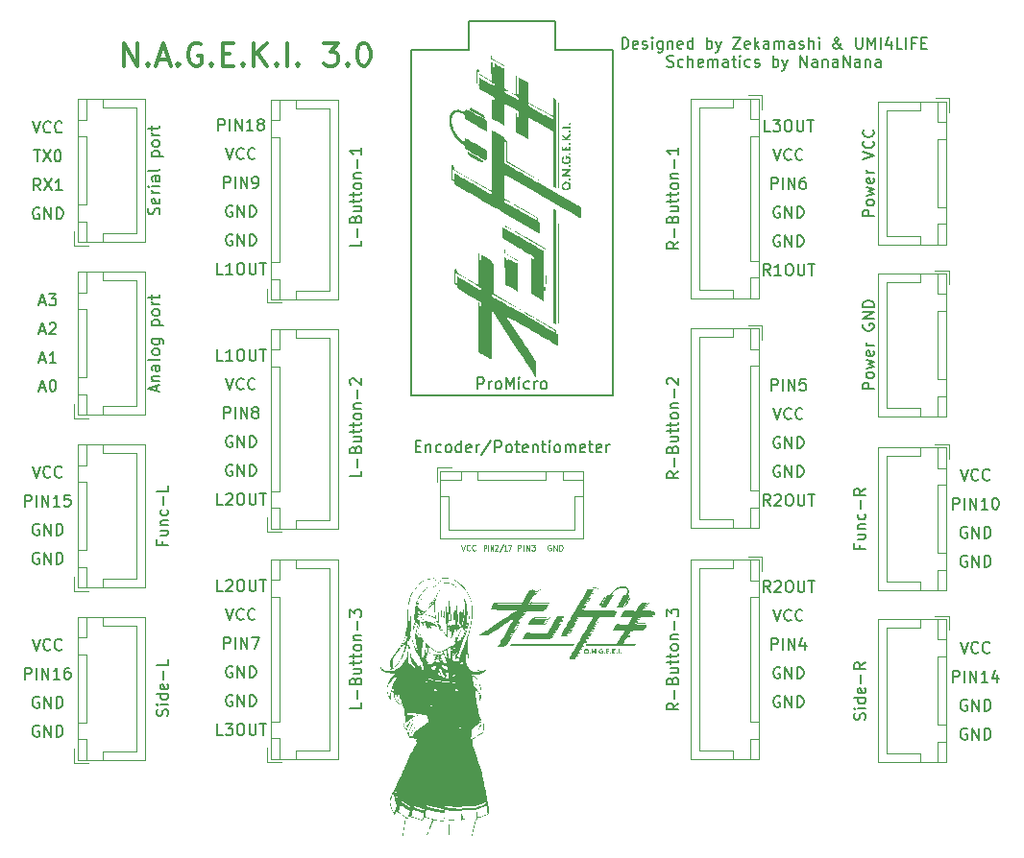
<source format=gbr>
%TF.GenerationSoftware,KiCad,Pcbnew,(6.0.6)*%
%TF.CreationDate,2022-07-31T16:56:07+07:00*%
%TF.ProjectId,ONGEKI PCB,4f4e4745-4b49-4205-9043-422e6b696361,rev?*%
%TF.SameCoordinates,Original*%
%TF.FileFunction,Legend,Top*%
%TF.FilePolarity,Positive*%
%FSLAX46Y46*%
G04 Gerber Fmt 4.6, Leading zero omitted, Abs format (unit mm)*
G04 Created by KiCad (PCBNEW (6.0.6)) date 2022-07-31 16:56:07*
%MOMM*%
%LPD*%
G01*
G04 APERTURE LIST*
%ADD10C,0.300000*%
%ADD11C,0.150000*%
%ADD12C,0.075000*%
%ADD13C,0.120000*%
G04 APERTURE END LIST*
D10*
X48118476Y-44084761D02*
X48118476Y-42084761D01*
X49261333Y-44084761D01*
X49261333Y-42084761D01*
X50213714Y-43894285D02*
X50308952Y-43989523D01*
X50213714Y-44084761D01*
X50118476Y-43989523D01*
X50213714Y-43894285D01*
X50213714Y-44084761D01*
X51070857Y-43513333D02*
X52023238Y-43513333D01*
X50880380Y-44084761D02*
X51547047Y-42084761D01*
X52213714Y-44084761D01*
X52880380Y-43894285D02*
X52975619Y-43989523D01*
X52880380Y-44084761D01*
X52785142Y-43989523D01*
X52880380Y-43894285D01*
X52880380Y-44084761D01*
X54880380Y-42180000D02*
X54689904Y-42084761D01*
X54404190Y-42084761D01*
X54118476Y-42180000D01*
X53928000Y-42370476D01*
X53832761Y-42560952D01*
X53737523Y-42941904D01*
X53737523Y-43227619D01*
X53832761Y-43608571D01*
X53928000Y-43799047D01*
X54118476Y-43989523D01*
X54404190Y-44084761D01*
X54594666Y-44084761D01*
X54880380Y-43989523D01*
X54975619Y-43894285D01*
X54975619Y-43227619D01*
X54594666Y-43227619D01*
X55832761Y-43894285D02*
X55928000Y-43989523D01*
X55832761Y-44084761D01*
X55737523Y-43989523D01*
X55832761Y-43894285D01*
X55832761Y-44084761D01*
X56785142Y-43037142D02*
X57451809Y-43037142D01*
X57737523Y-44084761D02*
X56785142Y-44084761D01*
X56785142Y-42084761D01*
X57737523Y-42084761D01*
X58594666Y-43894285D02*
X58689904Y-43989523D01*
X58594666Y-44084761D01*
X58499428Y-43989523D01*
X58594666Y-43894285D01*
X58594666Y-44084761D01*
X59547047Y-44084761D02*
X59547047Y-42084761D01*
X60689904Y-44084761D02*
X59832761Y-42941904D01*
X60689904Y-42084761D02*
X59547047Y-43227619D01*
X61547047Y-43894285D02*
X61642285Y-43989523D01*
X61547047Y-44084761D01*
X61451809Y-43989523D01*
X61547047Y-43894285D01*
X61547047Y-44084761D01*
X62499428Y-44084761D02*
X62499428Y-42084761D01*
X63451809Y-43894285D02*
X63547047Y-43989523D01*
X63451809Y-44084761D01*
X63356571Y-43989523D01*
X63451809Y-43894285D01*
X63451809Y-44084761D01*
X65737523Y-42084761D02*
X66975619Y-42084761D01*
X66308952Y-42846666D01*
X66594666Y-42846666D01*
X66785142Y-42941904D01*
X66880380Y-43037142D01*
X66975619Y-43227619D01*
X66975619Y-43703809D01*
X66880380Y-43894285D01*
X66785142Y-43989523D01*
X66594666Y-44084761D01*
X66023238Y-44084761D01*
X65832761Y-43989523D01*
X65737523Y-43894285D01*
X67832761Y-43894285D02*
X67928000Y-43989523D01*
X67832761Y-44084761D01*
X67737523Y-43989523D01*
X67832761Y-43894285D01*
X67832761Y-44084761D01*
X69166095Y-42084761D02*
X69356571Y-42084761D01*
X69547047Y-42180000D01*
X69642285Y-42275238D01*
X69737523Y-42465714D01*
X69832761Y-42846666D01*
X69832761Y-43322857D01*
X69737523Y-43703809D01*
X69642285Y-43894285D01*
X69547047Y-43989523D01*
X69356571Y-44084761D01*
X69166095Y-44084761D01*
X68975619Y-43989523D01*
X68880380Y-43894285D01*
X68785142Y-43703809D01*
X68689904Y-43322857D01*
X68689904Y-42846666D01*
X68785142Y-42465714D01*
X68880380Y-42275238D01*
X68975619Y-42180000D01*
X69166095Y-42084761D01*
D11*
X92005238Y-42573380D02*
X92005238Y-41573380D01*
X92243333Y-41573380D01*
X92386190Y-41621000D01*
X92481428Y-41716238D01*
X92529047Y-41811476D01*
X92576666Y-42001952D01*
X92576666Y-42144809D01*
X92529047Y-42335285D01*
X92481428Y-42430523D01*
X92386190Y-42525761D01*
X92243333Y-42573380D01*
X92005238Y-42573380D01*
X93386190Y-42525761D02*
X93290952Y-42573380D01*
X93100476Y-42573380D01*
X93005238Y-42525761D01*
X92957619Y-42430523D01*
X92957619Y-42049571D01*
X93005238Y-41954333D01*
X93100476Y-41906714D01*
X93290952Y-41906714D01*
X93386190Y-41954333D01*
X93433809Y-42049571D01*
X93433809Y-42144809D01*
X92957619Y-42240047D01*
X93814761Y-42525761D02*
X93910000Y-42573380D01*
X94100476Y-42573380D01*
X94195714Y-42525761D01*
X94243333Y-42430523D01*
X94243333Y-42382904D01*
X94195714Y-42287666D01*
X94100476Y-42240047D01*
X93957619Y-42240047D01*
X93862380Y-42192428D01*
X93814761Y-42097190D01*
X93814761Y-42049571D01*
X93862380Y-41954333D01*
X93957619Y-41906714D01*
X94100476Y-41906714D01*
X94195714Y-41954333D01*
X94671904Y-42573380D02*
X94671904Y-41906714D01*
X94671904Y-41573380D02*
X94624285Y-41621000D01*
X94671904Y-41668619D01*
X94719523Y-41621000D01*
X94671904Y-41573380D01*
X94671904Y-41668619D01*
X95576666Y-41906714D02*
X95576666Y-42716238D01*
X95529047Y-42811476D01*
X95481428Y-42859095D01*
X95386190Y-42906714D01*
X95243333Y-42906714D01*
X95148095Y-42859095D01*
X95576666Y-42525761D02*
X95481428Y-42573380D01*
X95290952Y-42573380D01*
X95195714Y-42525761D01*
X95148095Y-42478142D01*
X95100476Y-42382904D01*
X95100476Y-42097190D01*
X95148095Y-42001952D01*
X95195714Y-41954333D01*
X95290952Y-41906714D01*
X95481428Y-41906714D01*
X95576666Y-41954333D01*
X96052857Y-41906714D02*
X96052857Y-42573380D01*
X96052857Y-42001952D02*
X96100476Y-41954333D01*
X96195714Y-41906714D01*
X96338571Y-41906714D01*
X96433809Y-41954333D01*
X96481428Y-42049571D01*
X96481428Y-42573380D01*
X97338571Y-42525761D02*
X97243333Y-42573380D01*
X97052857Y-42573380D01*
X96957619Y-42525761D01*
X96910000Y-42430523D01*
X96910000Y-42049571D01*
X96957619Y-41954333D01*
X97052857Y-41906714D01*
X97243333Y-41906714D01*
X97338571Y-41954333D01*
X97386190Y-42049571D01*
X97386190Y-42144809D01*
X96910000Y-42240047D01*
X98243333Y-42573380D02*
X98243333Y-41573380D01*
X98243333Y-42525761D02*
X98148095Y-42573380D01*
X97957619Y-42573380D01*
X97862380Y-42525761D01*
X97814761Y-42478142D01*
X97767142Y-42382904D01*
X97767142Y-42097190D01*
X97814761Y-42001952D01*
X97862380Y-41954333D01*
X97957619Y-41906714D01*
X98148095Y-41906714D01*
X98243333Y-41954333D01*
X99481428Y-42573380D02*
X99481428Y-41573380D01*
X99481428Y-41954333D02*
X99576666Y-41906714D01*
X99767142Y-41906714D01*
X99862380Y-41954333D01*
X99910000Y-42001952D01*
X99957619Y-42097190D01*
X99957619Y-42382904D01*
X99910000Y-42478142D01*
X99862380Y-42525761D01*
X99767142Y-42573380D01*
X99576666Y-42573380D01*
X99481428Y-42525761D01*
X100290952Y-41906714D02*
X100529047Y-42573380D01*
X100767142Y-41906714D02*
X100529047Y-42573380D01*
X100433809Y-42811476D01*
X100386190Y-42859095D01*
X100290952Y-42906714D01*
X101814761Y-41573380D02*
X102481428Y-41573380D01*
X101814761Y-42573380D01*
X102481428Y-42573380D01*
X103243333Y-42525761D02*
X103148095Y-42573380D01*
X102957619Y-42573380D01*
X102862380Y-42525761D01*
X102814761Y-42430523D01*
X102814761Y-42049571D01*
X102862380Y-41954333D01*
X102957619Y-41906714D01*
X103148095Y-41906714D01*
X103243333Y-41954333D01*
X103290952Y-42049571D01*
X103290952Y-42144809D01*
X102814761Y-42240047D01*
X103719523Y-42573380D02*
X103719523Y-41573380D01*
X103814761Y-42192428D02*
X104100476Y-42573380D01*
X104100476Y-41906714D02*
X103719523Y-42287666D01*
X104957619Y-42573380D02*
X104957619Y-42049571D01*
X104910000Y-41954333D01*
X104814761Y-41906714D01*
X104624285Y-41906714D01*
X104529047Y-41954333D01*
X104957619Y-42525761D02*
X104862380Y-42573380D01*
X104624285Y-42573380D01*
X104529047Y-42525761D01*
X104481428Y-42430523D01*
X104481428Y-42335285D01*
X104529047Y-42240047D01*
X104624285Y-42192428D01*
X104862380Y-42192428D01*
X104957619Y-42144809D01*
X105433809Y-42573380D02*
X105433809Y-41906714D01*
X105433809Y-42001952D02*
X105481428Y-41954333D01*
X105576666Y-41906714D01*
X105719523Y-41906714D01*
X105814761Y-41954333D01*
X105862380Y-42049571D01*
X105862380Y-42573380D01*
X105862380Y-42049571D02*
X105910000Y-41954333D01*
X106005238Y-41906714D01*
X106148095Y-41906714D01*
X106243333Y-41954333D01*
X106290952Y-42049571D01*
X106290952Y-42573380D01*
X107195714Y-42573380D02*
X107195714Y-42049571D01*
X107148095Y-41954333D01*
X107052857Y-41906714D01*
X106862380Y-41906714D01*
X106767142Y-41954333D01*
X107195714Y-42525761D02*
X107100476Y-42573380D01*
X106862380Y-42573380D01*
X106767142Y-42525761D01*
X106719523Y-42430523D01*
X106719523Y-42335285D01*
X106767142Y-42240047D01*
X106862380Y-42192428D01*
X107100476Y-42192428D01*
X107195714Y-42144809D01*
X107624285Y-42525761D02*
X107719523Y-42573380D01*
X107910000Y-42573380D01*
X108005238Y-42525761D01*
X108052857Y-42430523D01*
X108052857Y-42382904D01*
X108005238Y-42287666D01*
X107910000Y-42240047D01*
X107767142Y-42240047D01*
X107671904Y-42192428D01*
X107624285Y-42097190D01*
X107624285Y-42049571D01*
X107671904Y-41954333D01*
X107767142Y-41906714D01*
X107910000Y-41906714D01*
X108005238Y-41954333D01*
X108481428Y-42573380D02*
X108481428Y-41573380D01*
X108910000Y-42573380D02*
X108910000Y-42049571D01*
X108862380Y-41954333D01*
X108767142Y-41906714D01*
X108624285Y-41906714D01*
X108529047Y-41954333D01*
X108481428Y-42001952D01*
X109386190Y-42573380D02*
X109386190Y-41906714D01*
X109386190Y-41573380D02*
X109338571Y-41621000D01*
X109386190Y-41668619D01*
X109433809Y-41621000D01*
X109386190Y-41573380D01*
X109386190Y-41668619D01*
X111433809Y-42573380D02*
X111386190Y-42573380D01*
X111290952Y-42525761D01*
X111148095Y-42382904D01*
X110910000Y-42097190D01*
X110814761Y-41954333D01*
X110767142Y-41811476D01*
X110767142Y-41716238D01*
X110814761Y-41621000D01*
X110910000Y-41573380D01*
X110957619Y-41573380D01*
X111052857Y-41621000D01*
X111100476Y-41716238D01*
X111100476Y-41763857D01*
X111052857Y-41859095D01*
X111005238Y-41906714D01*
X110719523Y-42097190D01*
X110671904Y-42144809D01*
X110624285Y-42240047D01*
X110624285Y-42382904D01*
X110671904Y-42478142D01*
X110719523Y-42525761D01*
X110814761Y-42573380D01*
X110957619Y-42573380D01*
X111052857Y-42525761D01*
X111100476Y-42478142D01*
X111243333Y-42287666D01*
X111290952Y-42144809D01*
X111290952Y-42049571D01*
X112624285Y-41573380D02*
X112624285Y-42382904D01*
X112671904Y-42478142D01*
X112719523Y-42525761D01*
X112814761Y-42573380D01*
X113005238Y-42573380D01*
X113100476Y-42525761D01*
X113148095Y-42478142D01*
X113195714Y-42382904D01*
X113195714Y-41573380D01*
X113671904Y-42573380D02*
X113671904Y-41573380D01*
X114005238Y-42287666D01*
X114338571Y-41573380D01*
X114338571Y-42573380D01*
X114814761Y-42573380D02*
X114814761Y-41573380D01*
X115719523Y-41906714D02*
X115719523Y-42573380D01*
X115481428Y-41525761D02*
X115243333Y-42240047D01*
X115862380Y-42240047D01*
X116719523Y-42573380D02*
X116243333Y-42573380D01*
X116243333Y-41573380D01*
X117052857Y-42573380D02*
X117052857Y-41573380D01*
X117862380Y-42049571D02*
X117529047Y-42049571D01*
X117529047Y-42573380D02*
X117529047Y-41573380D01*
X118005238Y-41573380D01*
X118386190Y-42049571D02*
X118719523Y-42049571D01*
X118862380Y-42573380D02*
X118386190Y-42573380D01*
X118386190Y-41573380D01*
X118862380Y-41573380D01*
X95981428Y-44135761D02*
X96124285Y-44183380D01*
X96362380Y-44183380D01*
X96457619Y-44135761D01*
X96505238Y-44088142D01*
X96552857Y-43992904D01*
X96552857Y-43897666D01*
X96505238Y-43802428D01*
X96457619Y-43754809D01*
X96362380Y-43707190D01*
X96171904Y-43659571D01*
X96076666Y-43611952D01*
X96029047Y-43564333D01*
X95981428Y-43469095D01*
X95981428Y-43373857D01*
X96029047Y-43278619D01*
X96076666Y-43231000D01*
X96171904Y-43183380D01*
X96409999Y-43183380D01*
X96552857Y-43231000D01*
X97409999Y-44135761D02*
X97314761Y-44183380D01*
X97124285Y-44183380D01*
X97029047Y-44135761D01*
X96981428Y-44088142D01*
X96933809Y-43992904D01*
X96933809Y-43707190D01*
X96981428Y-43611952D01*
X97029047Y-43564333D01*
X97124285Y-43516714D01*
X97314761Y-43516714D01*
X97409999Y-43564333D01*
X97838571Y-44183380D02*
X97838571Y-43183380D01*
X98267142Y-44183380D02*
X98267142Y-43659571D01*
X98219523Y-43564333D01*
X98124285Y-43516714D01*
X97981428Y-43516714D01*
X97886190Y-43564333D01*
X97838571Y-43611952D01*
X99124285Y-44135761D02*
X99029047Y-44183380D01*
X98838571Y-44183380D01*
X98743333Y-44135761D01*
X98695714Y-44040523D01*
X98695714Y-43659571D01*
X98743333Y-43564333D01*
X98838571Y-43516714D01*
X99029047Y-43516714D01*
X99124285Y-43564333D01*
X99171904Y-43659571D01*
X99171904Y-43754809D01*
X98695714Y-43850047D01*
X99600476Y-44183380D02*
X99600476Y-43516714D01*
X99600476Y-43611952D02*
X99648095Y-43564333D01*
X99743333Y-43516714D01*
X99886190Y-43516714D01*
X99981428Y-43564333D01*
X100029047Y-43659571D01*
X100029047Y-44183380D01*
X100029047Y-43659571D02*
X100076666Y-43564333D01*
X100171904Y-43516714D01*
X100314761Y-43516714D01*
X100409999Y-43564333D01*
X100457619Y-43659571D01*
X100457619Y-44183380D01*
X101362380Y-44183380D02*
X101362380Y-43659571D01*
X101314761Y-43564333D01*
X101219523Y-43516714D01*
X101029047Y-43516714D01*
X100933809Y-43564333D01*
X101362380Y-44135761D02*
X101267142Y-44183380D01*
X101029047Y-44183380D01*
X100933809Y-44135761D01*
X100886190Y-44040523D01*
X100886190Y-43945285D01*
X100933809Y-43850047D01*
X101029047Y-43802428D01*
X101267142Y-43802428D01*
X101362380Y-43754809D01*
X101695714Y-43516714D02*
X102076666Y-43516714D01*
X101838571Y-43183380D02*
X101838571Y-44040523D01*
X101886190Y-44135761D01*
X101981428Y-44183380D01*
X102076666Y-44183380D01*
X102409999Y-44183380D02*
X102409999Y-43516714D01*
X102409999Y-43183380D02*
X102362380Y-43231000D01*
X102409999Y-43278619D01*
X102457619Y-43231000D01*
X102409999Y-43183380D01*
X102409999Y-43278619D01*
X103314761Y-44135761D02*
X103219523Y-44183380D01*
X103029047Y-44183380D01*
X102933809Y-44135761D01*
X102886190Y-44088142D01*
X102838571Y-43992904D01*
X102838571Y-43707190D01*
X102886190Y-43611952D01*
X102933809Y-43564333D01*
X103029047Y-43516714D01*
X103219523Y-43516714D01*
X103314761Y-43564333D01*
X103695714Y-44135761D02*
X103790952Y-44183380D01*
X103981428Y-44183380D01*
X104076666Y-44135761D01*
X104124285Y-44040523D01*
X104124285Y-43992904D01*
X104076666Y-43897666D01*
X103981428Y-43850047D01*
X103838571Y-43850047D01*
X103743333Y-43802428D01*
X103695714Y-43707190D01*
X103695714Y-43659571D01*
X103743333Y-43564333D01*
X103838571Y-43516714D01*
X103981428Y-43516714D01*
X104076666Y-43564333D01*
X105314761Y-44183380D02*
X105314761Y-43183380D01*
X105314761Y-43564333D02*
X105409999Y-43516714D01*
X105600476Y-43516714D01*
X105695714Y-43564333D01*
X105743333Y-43611952D01*
X105790952Y-43707190D01*
X105790952Y-43992904D01*
X105743333Y-44088142D01*
X105695714Y-44135761D01*
X105600476Y-44183380D01*
X105409999Y-44183380D01*
X105314761Y-44135761D01*
X106124285Y-43516714D02*
X106362380Y-44183380D01*
X106600476Y-43516714D02*
X106362380Y-44183380D01*
X106267142Y-44421476D01*
X106219523Y-44469095D01*
X106124285Y-44516714D01*
X107743333Y-44183380D02*
X107743333Y-43183380D01*
X108314761Y-44183380D01*
X108314761Y-43183380D01*
X109219523Y-44183380D02*
X109219523Y-43659571D01*
X109171904Y-43564333D01*
X109076666Y-43516714D01*
X108886190Y-43516714D01*
X108790952Y-43564333D01*
X109219523Y-44135761D02*
X109124285Y-44183380D01*
X108886190Y-44183380D01*
X108790952Y-44135761D01*
X108743333Y-44040523D01*
X108743333Y-43945285D01*
X108790952Y-43850047D01*
X108886190Y-43802428D01*
X109124285Y-43802428D01*
X109219523Y-43754809D01*
X109695714Y-43516714D02*
X109695714Y-44183380D01*
X109695714Y-43611952D02*
X109743333Y-43564333D01*
X109838571Y-43516714D01*
X109981428Y-43516714D01*
X110076666Y-43564333D01*
X110124285Y-43659571D01*
X110124285Y-44183380D01*
X111029047Y-44183380D02*
X111029047Y-43659571D01*
X110981428Y-43564333D01*
X110886190Y-43516714D01*
X110695714Y-43516714D01*
X110600476Y-43564333D01*
X111029047Y-44135761D02*
X110933809Y-44183380D01*
X110695714Y-44183380D01*
X110600476Y-44135761D01*
X110552857Y-44040523D01*
X110552857Y-43945285D01*
X110600476Y-43850047D01*
X110695714Y-43802428D01*
X110933809Y-43802428D01*
X111029047Y-43754809D01*
X111505238Y-44183380D02*
X111505238Y-43183380D01*
X112076666Y-44183380D01*
X112076666Y-43183380D01*
X112981428Y-44183380D02*
X112981428Y-43659571D01*
X112933809Y-43564333D01*
X112838571Y-43516714D01*
X112648095Y-43516714D01*
X112552857Y-43564333D01*
X112981428Y-44135761D02*
X112886190Y-44183380D01*
X112648095Y-44183380D01*
X112552857Y-44135761D01*
X112505238Y-44040523D01*
X112505238Y-43945285D01*
X112552857Y-43850047D01*
X112648095Y-43802428D01*
X112886190Y-43802428D01*
X112981428Y-43754809D01*
X113457619Y-43516714D02*
X113457619Y-44183380D01*
X113457619Y-43611952D02*
X113505238Y-43564333D01*
X113600476Y-43516714D01*
X113743333Y-43516714D01*
X113838571Y-43564333D01*
X113886190Y-43659571D01*
X113886190Y-44183380D01*
X114790952Y-44183380D02*
X114790952Y-43659571D01*
X114743333Y-43564333D01*
X114648095Y-43516714D01*
X114457619Y-43516714D01*
X114362380Y-43564333D01*
X114790952Y-44135761D02*
X114695714Y-44183380D01*
X114457619Y-44183380D01*
X114362380Y-44135761D01*
X114314761Y-44040523D01*
X114314761Y-43945285D01*
X114362380Y-43850047D01*
X114457619Y-43802428D01*
X114695714Y-43802428D01*
X114790952Y-43754809D01*
%TO.C,Func-L*%
X51473571Y-86034285D02*
X51473571Y-86367619D01*
X51997380Y-86367619D02*
X50997380Y-86367619D01*
X50997380Y-85891428D01*
X51330714Y-85081904D02*
X51997380Y-85081904D01*
X51330714Y-85510476D02*
X51854523Y-85510476D01*
X51949761Y-85462857D01*
X51997380Y-85367619D01*
X51997380Y-85224761D01*
X51949761Y-85129523D01*
X51902142Y-85081904D01*
X51330714Y-84605714D02*
X51997380Y-84605714D01*
X51425952Y-84605714D02*
X51378333Y-84558095D01*
X51330714Y-84462857D01*
X51330714Y-84320000D01*
X51378333Y-84224761D01*
X51473571Y-84177142D01*
X51997380Y-84177142D01*
X51949761Y-83272380D02*
X51997380Y-83367619D01*
X51997380Y-83558095D01*
X51949761Y-83653333D01*
X51902142Y-83700952D01*
X51806904Y-83748571D01*
X51521190Y-83748571D01*
X51425952Y-83700952D01*
X51378333Y-83653333D01*
X51330714Y-83558095D01*
X51330714Y-83367619D01*
X51378333Y-83272380D01*
X51616428Y-82843809D02*
X51616428Y-82081904D01*
X51997380Y-81129523D02*
X51997380Y-81605714D01*
X50997380Y-81605714D01*
X40051666Y-79402380D02*
X40385000Y-80402380D01*
X40718333Y-79402380D01*
X41623095Y-80307142D02*
X41575476Y-80354761D01*
X41432619Y-80402380D01*
X41337380Y-80402380D01*
X41194523Y-80354761D01*
X41099285Y-80259523D01*
X41051666Y-80164285D01*
X41004047Y-79973809D01*
X41004047Y-79830952D01*
X41051666Y-79640476D01*
X41099285Y-79545238D01*
X41194523Y-79450000D01*
X41337380Y-79402380D01*
X41432619Y-79402380D01*
X41575476Y-79450000D01*
X41623095Y-79497619D01*
X42623095Y-80307142D02*
X42575476Y-80354761D01*
X42432619Y-80402380D01*
X42337380Y-80402380D01*
X42194523Y-80354761D01*
X42099285Y-80259523D01*
X42051666Y-80164285D01*
X42004047Y-79973809D01*
X42004047Y-79830952D01*
X42051666Y-79640476D01*
X42099285Y-79545238D01*
X42194523Y-79450000D01*
X42337380Y-79402380D01*
X42432619Y-79402380D01*
X42575476Y-79450000D01*
X42623095Y-79497619D01*
X40623095Y-84530000D02*
X40527857Y-84482380D01*
X40385000Y-84482380D01*
X40242142Y-84530000D01*
X40146904Y-84625238D01*
X40099285Y-84720476D01*
X40051666Y-84910952D01*
X40051666Y-85053809D01*
X40099285Y-85244285D01*
X40146904Y-85339523D01*
X40242142Y-85434761D01*
X40385000Y-85482380D01*
X40480238Y-85482380D01*
X40623095Y-85434761D01*
X40670714Y-85387142D01*
X40670714Y-85053809D01*
X40480238Y-85053809D01*
X41099285Y-85482380D02*
X41099285Y-84482380D01*
X41670714Y-85482380D01*
X41670714Y-84482380D01*
X42146904Y-85482380D02*
X42146904Y-84482380D01*
X42385000Y-84482380D01*
X42527857Y-84530000D01*
X42623095Y-84625238D01*
X42670714Y-84720476D01*
X42718333Y-84910952D01*
X42718333Y-85053809D01*
X42670714Y-85244285D01*
X42623095Y-85339523D01*
X42527857Y-85434761D01*
X42385000Y-85482380D01*
X42146904Y-85482380D01*
X40623095Y-87070000D02*
X40527857Y-87022380D01*
X40385000Y-87022380D01*
X40242142Y-87070000D01*
X40146904Y-87165238D01*
X40099285Y-87260476D01*
X40051666Y-87450952D01*
X40051666Y-87593809D01*
X40099285Y-87784285D01*
X40146904Y-87879523D01*
X40242142Y-87974761D01*
X40385000Y-88022380D01*
X40480238Y-88022380D01*
X40623095Y-87974761D01*
X40670714Y-87927142D01*
X40670714Y-87593809D01*
X40480238Y-87593809D01*
X41099285Y-88022380D02*
X41099285Y-87022380D01*
X41670714Y-88022380D01*
X41670714Y-87022380D01*
X42146904Y-88022380D02*
X42146904Y-87022380D01*
X42385000Y-87022380D01*
X42527857Y-87070000D01*
X42623095Y-87165238D01*
X42670714Y-87260476D01*
X42718333Y-87450952D01*
X42718333Y-87593809D01*
X42670714Y-87784285D01*
X42623095Y-87879523D01*
X42527857Y-87974761D01*
X42385000Y-88022380D01*
X42146904Y-88022380D01*
X39408809Y-82942380D02*
X39408809Y-81942380D01*
X39789761Y-81942380D01*
X39885000Y-81990000D01*
X39932619Y-82037619D01*
X39980238Y-82132857D01*
X39980238Y-82275714D01*
X39932619Y-82370952D01*
X39885000Y-82418571D01*
X39789761Y-82466190D01*
X39408809Y-82466190D01*
X40408809Y-82942380D02*
X40408809Y-81942380D01*
X40885000Y-82942380D02*
X40885000Y-81942380D01*
X41456428Y-82942380D01*
X41456428Y-81942380D01*
X42456428Y-82942380D02*
X41885000Y-82942380D01*
X42170714Y-82942380D02*
X42170714Y-81942380D01*
X42075476Y-82085238D01*
X41980238Y-82180476D01*
X41885000Y-82228095D01*
X43361190Y-81942380D02*
X42885000Y-81942380D01*
X42837380Y-82418571D01*
X42885000Y-82370952D01*
X42980238Y-82323333D01*
X43218333Y-82323333D01*
X43313571Y-82370952D01*
X43361190Y-82418571D01*
X43408809Y-82513809D01*
X43408809Y-82751904D01*
X43361190Y-82847142D01*
X43313571Y-82894761D01*
X43218333Y-82942380D01*
X42980238Y-82942380D01*
X42885000Y-82894761D01*
X42837380Y-82847142D01*
%TO.C,Power VCC*%
X114227380Y-57359714D02*
X113227380Y-57359714D01*
X113227380Y-56978761D01*
X113275000Y-56883523D01*
X113322619Y-56835904D01*
X113417857Y-56788285D01*
X113560714Y-56788285D01*
X113655952Y-56835904D01*
X113703571Y-56883523D01*
X113751190Y-56978761D01*
X113751190Y-57359714D01*
X114227380Y-56216857D02*
X114179761Y-56312095D01*
X114132142Y-56359714D01*
X114036904Y-56407333D01*
X113751190Y-56407333D01*
X113655952Y-56359714D01*
X113608333Y-56312095D01*
X113560714Y-56216857D01*
X113560714Y-56074000D01*
X113608333Y-55978761D01*
X113655952Y-55931142D01*
X113751190Y-55883523D01*
X114036904Y-55883523D01*
X114132142Y-55931142D01*
X114179761Y-55978761D01*
X114227380Y-56074000D01*
X114227380Y-56216857D01*
X113560714Y-55550190D02*
X114227380Y-55359714D01*
X113751190Y-55169238D01*
X114227380Y-54978761D01*
X113560714Y-54788285D01*
X114179761Y-54026380D02*
X114227380Y-54121619D01*
X114227380Y-54312095D01*
X114179761Y-54407333D01*
X114084523Y-54454952D01*
X113703571Y-54454952D01*
X113608333Y-54407333D01*
X113560714Y-54312095D01*
X113560714Y-54121619D01*
X113608333Y-54026380D01*
X113703571Y-53978761D01*
X113798809Y-53978761D01*
X113894047Y-54454952D01*
X114227380Y-53550190D02*
X113560714Y-53550190D01*
X113751190Y-53550190D02*
X113655952Y-53502571D01*
X113608333Y-53454952D01*
X113560714Y-53359714D01*
X113560714Y-53264476D01*
X113227380Y-52312095D02*
X114227380Y-51978761D01*
X113227380Y-51645428D01*
X114132142Y-50740666D02*
X114179761Y-50788285D01*
X114227380Y-50931142D01*
X114227380Y-51026380D01*
X114179761Y-51169238D01*
X114084523Y-51264476D01*
X113989285Y-51312095D01*
X113798809Y-51359714D01*
X113655952Y-51359714D01*
X113465476Y-51312095D01*
X113370238Y-51264476D01*
X113275000Y-51169238D01*
X113227380Y-51026380D01*
X113227380Y-50931142D01*
X113275000Y-50788285D01*
X113322619Y-50740666D01*
X114132142Y-49740666D02*
X114179761Y-49788285D01*
X114227380Y-49931142D01*
X114227380Y-50026380D01*
X114179761Y-50169238D01*
X114084523Y-50264476D01*
X113989285Y-50312095D01*
X113798809Y-50359714D01*
X113655952Y-50359714D01*
X113465476Y-50312095D01*
X113370238Y-50264476D01*
X113275000Y-50169238D01*
X113227380Y-50026380D01*
X113227380Y-49931142D01*
X113275000Y-49788285D01*
X113322619Y-49740666D01*
%TO.C,Func-R*%
X112941571Y-86383523D02*
X112941571Y-86716857D01*
X113465380Y-86716857D02*
X112465380Y-86716857D01*
X112465380Y-86240666D01*
X112798714Y-85431142D02*
X113465380Y-85431142D01*
X112798714Y-85859714D02*
X113322523Y-85859714D01*
X113417761Y-85812095D01*
X113465380Y-85716857D01*
X113465380Y-85574000D01*
X113417761Y-85478761D01*
X113370142Y-85431142D01*
X112798714Y-84954952D02*
X113465380Y-84954952D01*
X112893952Y-84954952D02*
X112846333Y-84907333D01*
X112798714Y-84812095D01*
X112798714Y-84669238D01*
X112846333Y-84574000D01*
X112941571Y-84526380D01*
X113465380Y-84526380D01*
X113417761Y-83621619D02*
X113465380Y-83716857D01*
X113465380Y-83907333D01*
X113417761Y-84002571D01*
X113370142Y-84050190D01*
X113274904Y-84097809D01*
X112989190Y-84097809D01*
X112893952Y-84050190D01*
X112846333Y-84002571D01*
X112798714Y-83907333D01*
X112798714Y-83716857D01*
X112846333Y-83621619D01*
X113084428Y-83193047D02*
X113084428Y-82431142D01*
X113465380Y-81383523D02*
X112989190Y-81716857D01*
X113465380Y-81954952D02*
X112465380Y-81954952D01*
X112465380Y-81574000D01*
X112513000Y-81478761D01*
X112560619Y-81431142D01*
X112655857Y-81383523D01*
X112798714Y-81383523D01*
X112893952Y-81431142D01*
X112941571Y-81478761D01*
X112989190Y-81574000D01*
X112989190Y-81954952D01*
X122411095Y-87324000D02*
X122315857Y-87276380D01*
X122173000Y-87276380D01*
X122030142Y-87324000D01*
X121934904Y-87419238D01*
X121887285Y-87514476D01*
X121839666Y-87704952D01*
X121839666Y-87847809D01*
X121887285Y-88038285D01*
X121934904Y-88133523D01*
X122030142Y-88228761D01*
X122173000Y-88276380D01*
X122268238Y-88276380D01*
X122411095Y-88228761D01*
X122458714Y-88181142D01*
X122458714Y-87847809D01*
X122268238Y-87847809D01*
X122887285Y-88276380D02*
X122887285Y-87276380D01*
X123458714Y-88276380D01*
X123458714Y-87276380D01*
X123934904Y-88276380D02*
X123934904Y-87276380D01*
X124173000Y-87276380D01*
X124315857Y-87324000D01*
X124411095Y-87419238D01*
X124458714Y-87514476D01*
X124506333Y-87704952D01*
X124506333Y-87847809D01*
X124458714Y-88038285D01*
X124411095Y-88133523D01*
X124315857Y-88228761D01*
X124173000Y-88276380D01*
X123934904Y-88276380D01*
X122411095Y-84784000D02*
X122315857Y-84736380D01*
X122173000Y-84736380D01*
X122030142Y-84784000D01*
X121934904Y-84879238D01*
X121887285Y-84974476D01*
X121839666Y-85164952D01*
X121839666Y-85307809D01*
X121887285Y-85498285D01*
X121934904Y-85593523D01*
X122030142Y-85688761D01*
X122173000Y-85736380D01*
X122268238Y-85736380D01*
X122411095Y-85688761D01*
X122458714Y-85641142D01*
X122458714Y-85307809D01*
X122268238Y-85307809D01*
X122887285Y-85736380D02*
X122887285Y-84736380D01*
X123458714Y-85736380D01*
X123458714Y-84736380D01*
X123934904Y-85736380D02*
X123934904Y-84736380D01*
X124173000Y-84736380D01*
X124315857Y-84784000D01*
X124411095Y-84879238D01*
X124458714Y-84974476D01*
X124506333Y-85164952D01*
X124506333Y-85307809D01*
X124458714Y-85498285D01*
X124411095Y-85593523D01*
X124315857Y-85688761D01*
X124173000Y-85736380D01*
X123934904Y-85736380D01*
X121196809Y-83196380D02*
X121196809Y-82196380D01*
X121577761Y-82196380D01*
X121673000Y-82244000D01*
X121720619Y-82291619D01*
X121768238Y-82386857D01*
X121768238Y-82529714D01*
X121720619Y-82624952D01*
X121673000Y-82672571D01*
X121577761Y-82720190D01*
X121196809Y-82720190D01*
X122196809Y-83196380D02*
X122196809Y-82196380D01*
X122673000Y-83196380D02*
X122673000Y-82196380D01*
X123244428Y-83196380D01*
X123244428Y-82196380D01*
X124244428Y-83196380D02*
X123673000Y-83196380D01*
X123958714Y-83196380D02*
X123958714Y-82196380D01*
X123863476Y-82339238D01*
X123768238Y-82434476D01*
X123673000Y-82482095D01*
X124863476Y-82196380D02*
X124958714Y-82196380D01*
X125053952Y-82244000D01*
X125101571Y-82291619D01*
X125149190Y-82386857D01*
X125196809Y-82577333D01*
X125196809Y-82815428D01*
X125149190Y-83005904D01*
X125101571Y-83101142D01*
X125053952Y-83148761D01*
X124958714Y-83196380D01*
X124863476Y-83196380D01*
X124768238Y-83148761D01*
X124720619Y-83101142D01*
X124673000Y-83005904D01*
X124625380Y-82815428D01*
X124625380Y-82577333D01*
X124673000Y-82386857D01*
X124720619Y-82291619D01*
X124768238Y-82244000D01*
X124863476Y-82196380D01*
X121839666Y-79656380D02*
X122173000Y-80656380D01*
X122506333Y-79656380D01*
X123411095Y-80561142D02*
X123363476Y-80608761D01*
X123220619Y-80656380D01*
X123125380Y-80656380D01*
X122982523Y-80608761D01*
X122887285Y-80513523D01*
X122839666Y-80418285D01*
X122792047Y-80227809D01*
X122792047Y-80084952D01*
X122839666Y-79894476D01*
X122887285Y-79799238D01*
X122982523Y-79704000D01*
X123125380Y-79656380D01*
X123220619Y-79656380D01*
X123363476Y-79704000D01*
X123411095Y-79751619D01*
X124411095Y-80561142D02*
X124363476Y-80608761D01*
X124220619Y-80656380D01*
X124125380Y-80656380D01*
X123982523Y-80608761D01*
X123887285Y-80513523D01*
X123839666Y-80418285D01*
X123792047Y-80227809D01*
X123792047Y-80084952D01*
X123839666Y-79894476D01*
X123887285Y-79799238D01*
X123982523Y-79704000D01*
X124125380Y-79656380D01*
X124220619Y-79656380D01*
X124363476Y-79704000D01*
X124411095Y-79751619D01*
%TO.C,R-Button-1*%
X96972380Y-59613333D02*
X96496190Y-59946666D01*
X96972380Y-60184761D02*
X95972380Y-60184761D01*
X95972380Y-59803809D01*
X96020000Y-59708571D01*
X96067619Y-59660952D01*
X96162857Y-59613333D01*
X96305714Y-59613333D01*
X96400952Y-59660952D01*
X96448571Y-59708571D01*
X96496190Y-59803809D01*
X96496190Y-60184761D01*
X96591428Y-59184761D02*
X96591428Y-58422857D01*
X96448571Y-57613333D02*
X96496190Y-57470476D01*
X96543809Y-57422857D01*
X96639047Y-57375238D01*
X96781904Y-57375238D01*
X96877142Y-57422857D01*
X96924761Y-57470476D01*
X96972380Y-57565714D01*
X96972380Y-57946666D01*
X95972380Y-57946666D01*
X95972380Y-57613333D01*
X96020000Y-57518095D01*
X96067619Y-57470476D01*
X96162857Y-57422857D01*
X96258095Y-57422857D01*
X96353333Y-57470476D01*
X96400952Y-57518095D01*
X96448571Y-57613333D01*
X96448571Y-57946666D01*
X96305714Y-56518095D02*
X96972380Y-56518095D01*
X96305714Y-56946666D02*
X96829523Y-56946666D01*
X96924761Y-56899047D01*
X96972380Y-56803809D01*
X96972380Y-56660952D01*
X96924761Y-56565714D01*
X96877142Y-56518095D01*
X96305714Y-56184761D02*
X96305714Y-55803809D01*
X95972380Y-56041904D02*
X96829523Y-56041904D01*
X96924761Y-55994285D01*
X96972380Y-55899047D01*
X96972380Y-55803809D01*
X96305714Y-55613333D02*
X96305714Y-55232380D01*
X95972380Y-55470476D02*
X96829523Y-55470476D01*
X96924761Y-55422857D01*
X96972380Y-55327619D01*
X96972380Y-55232380D01*
X96972380Y-54756190D02*
X96924761Y-54851428D01*
X96877142Y-54899047D01*
X96781904Y-54946666D01*
X96496190Y-54946666D01*
X96400952Y-54899047D01*
X96353333Y-54851428D01*
X96305714Y-54756190D01*
X96305714Y-54613333D01*
X96353333Y-54518095D01*
X96400952Y-54470476D01*
X96496190Y-54422857D01*
X96781904Y-54422857D01*
X96877142Y-54470476D01*
X96924761Y-54518095D01*
X96972380Y-54613333D01*
X96972380Y-54756190D01*
X96305714Y-53994285D02*
X96972380Y-53994285D01*
X96400952Y-53994285D02*
X96353333Y-53946666D01*
X96305714Y-53851428D01*
X96305714Y-53708571D01*
X96353333Y-53613333D01*
X96448571Y-53565714D01*
X96972380Y-53565714D01*
X96591428Y-53089523D02*
X96591428Y-52327619D01*
X96972380Y-51327619D02*
X96972380Y-51899047D01*
X96972380Y-51613333D02*
X95972380Y-51613333D01*
X96115238Y-51708571D01*
X96210476Y-51803809D01*
X96258095Y-51899047D01*
X105918095Y-56530000D02*
X105822857Y-56482380D01*
X105680000Y-56482380D01*
X105537142Y-56530000D01*
X105441904Y-56625238D01*
X105394285Y-56720476D01*
X105346666Y-56910952D01*
X105346666Y-57053809D01*
X105394285Y-57244285D01*
X105441904Y-57339523D01*
X105537142Y-57434761D01*
X105680000Y-57482380D01*
X105775238Y-57482380D01*
X105918095Y-57434761D01*
X105965714Y-57387142D01*
X105965714Y-57053809D01*
X105775238Y-57053809D01*
X106394285Y-57482380D02*
X106394285Y-56482380D01*
X106965714Y-57482380D01*
X106965714Y-56482380D01*
X107441904Y-57482380D02*
X107441904Y-56482380D01*
X107680000Y-56482380D01*
X107822857Y-56530000D01*
X107918095Y-56625238D01*
X107965714Y-56720476D01*
X108013333Y-56910952D01*
X108013333Y-57053809D01*
X107965714Y-57244285D01*
X107918095Y-57339523D01*
X107822857Y-57434761D01*
X107680000Y-57482380D01*
X107441904Y-57482380D01*
X105346666Y-51402380D02*
X105680000Y-52402380D01*
X106013333Y-51402380D01*
X106918095Y-52307142D02*
X106870476Y-52354761D01*
X106727619Y-52402380D01*
X106632380Y-52402380D01*
X106489523Y-52354761D01*
X106394285Y-52259523D01*
X106346666Y-52164285D01*
X106299047Y-51973809D01*
X106299047Y-51830952D01*
X106346666Y-51640476D01*
X106394285Y-51545238D01*
X106489523Y-51450000D01*
X106632380Y-51402380D01*
X106727619Y-51402380D01*
X106870476Y-51450000D01*
X106918095Y-51497619D01*
X107918095Y-52307142D02*
X107870476Y-52354761D01*
X107727619Y-52402380D01*
X107632380Y-52402380D01*
X107489523Y-52354761D01*
X107394285Y-52259523D01*
X107346666Y-52164285D01*
X107299047Y-51973809D01*
X107299047Y-51830952D01*
X107346666Y-51640476D01*
X107394285Y-51545238D01*
X107489523Y-51450000D01*
X107632380Y-51402380D01*
X107727619Y-51402380D01*
X107870476Y-51450000D01*
X107918095Y-51497619D01*
X105180000Y-54942380D02*
X105180000Y-53942380D01*
X105560952Y-53942380D01*
X105656190Y-53990000D01*
X105703809Y-54037619D01*
X105751428Y-54132857D01*
X105751428Y-54275714D01*
X105703809Y-54370952D01*
X105656190Y-54418571D01*
X105560952Y-54466190D01*
X105180000Y-54466190D01*
X106180000Y-54942380D02*
X106180000Y-53942380D01*
X106656190Y-54942380D02*
X106656190Y-53942380D01*
X107227619Y-54942380D01*
X107227619Y-53942380D01*
X108132380Y-53942380D02*
X107941904Y-53942380D01*
X107846666Y-53990000D01*
X107799047Y-54037619D01*
X107703809Y-54180476D01*
X107656190Y-54370952D01*
X107656190Y-54751904D01*
X107703809Y-54847142D01*
X107751428Y-54894761D01*
X107846666Y-54942380D01*
X108037142Y-54942380D01*
X108132380Y-54894761D01*
X108180000Y-54847142D01*
X108227619Y-54751904D01*
X108227619Y-54513809D01*
X108180000Y-54418571D01*
X108132380Y-54370952D01*
X108037142Y-54323333D01*
X107846666Y-54323333D01*
X107751428Y-54370952D01*
X107703809Y-54418571D01*
X107656190Y-54513809D01*
X105084761Y-49862380D02*
X104608571Y-49862380D01*
X104608571Y-48862380D01*
X105322857Y-48862380D02*
X105941904Y-48862380D01*
X105608571Y-49243333D01*
X105751428Y-49243333D01*
X105846666Y-49290952D01*
X105894285Y-49338571D01*
X105941904Y-49433809D01*
X105941904Y-49671904D01*
X105894285Y-49767142D01*
X105846666Y-49814761D01*
X105751428Y-49862380D01*
X105465714Y-49862380D01*
X105370476Y-49814761D01*
X105322857Y-49767142D01*
X106560952Y-48862380D02*
X106751428Y-48862380D01*
X106846666Y-48910000D01*
X106941904Y-49005238D01*
X106989523Y-49195714D01*
X106989523Y-49529047D01*
X106941904Y-49719523D01*
X106846666Y-49814761D01*
X106751428Y-49862380D01*
X106560952Y-49862380D01*
X106465714Y-49814761D01*
X106370476Y-49719523D01*
X106322857Y-49529047D01*
X106322857Y-49195714D01*
X106370476Y-49005238D01*
X106465714Y-48910000D01*
X106560952Y-48862380D01*
X107418095Y-48862380D02*
X107418095Y-49671904D01*
X107465714Y-49767142D01*
X107513333Y-49814761D01*
X107608571Y-49862380D01*
X107799047Y-49862380D01*
X107894285Y-49814761D01*
X107941904Y-49767142D01*
X107989523Y-49671904D01*
X107989523Y-48862380D01*
X108322857Y-48862380D02*
X108894285Y-48862380D01*
X108608571Y-49862380D02*
X108608571Y-48862380D01*
X105918095Y-59070000D02*
X105822857Y-59022380D01*
X105680000Y-59022380D01*
X105537142Y-59070000D01*
X105441904Y-59165238D01*
X105394285Y-59260476D01*
X105346666Y-59450952D01*
X105346666Y-59593809D01*
X105394285Y-59784285D01*
X105441904Y-59879523D01*
X105537142Y-59974761D01*
X105680000Y-60022380D01*
X105775238Y-60022380D01*
X105918095Y-59974761D01*
X105965714Y-59927142D01*
X105965714Y-59593809D01*
X105775238Y-59593809D01*
X106394285Y-60022380D02*
X106394285Y-59022380D01*
X106965714Y-60022380D01*
X106965714Y-59022380D01*
X107441904Y-60022380D02*
X107441904Y-59022380D01*
X107680000Y-59022380D01*
X107822857Y-59070000D01*
X107918095Y-59165238D01*
X107965714Y-59260476D01*
X108013333Y-59450952D01*
X108013333Y-59593809D01*
X107965714Y-59784285D01*
X107918095Y-59879523D01*
X107822857Y-59974761D01*
X107680000Y-60022380D01*
X107441904Y-60022380D01*
X105084761Y-62562380D02*
X104751428Y-62086190D01*
X104513333Y-62562380D02*
X104513333Y-61562380D01*
X104894285Y-61562380D01*
X104989523Y-61610000D01*
X105037142Y-61657619D01*
X105084761Y-61752857D01*
X105084761Y-61895714D01*
X105037142Y-61990952D01*
X104989523Y-62038571D01*
X104894285Y-62086190D01*
X104513333Y-62086190D01*
X106037142Y-62562380D02*
X105465714Y-62562380D01*
X105751428Y-62562380D02*
X105751428Y-61562380D01*
X105656190Y-61705238D01*
X105560952Y-61800476D01*
X105465714Y-61848095D01*
X106656190Y-61562380D02*
X106846666Y-61562380D01*
X106941904Y-61610000D01*
X107037142Y-61705238D01*
X107084761Y-61895714D01*
X107084761Y-62229047D01*
X107037142Y-62419523D01*
X106941904Y-62514761D01*
X106846666Y-62562380D01*
X106656190Y-62562380D01*
X106560952Y-62514761D01*
X106465714Y-62419523D01*
X106418095Y-62229047D01*
X106418095Y-61895714D01*
X106465714Y-61705238D01*
X106560952Y-61610000D01*
X106656190Y-61562380D01*
X107513333Y-61562380D02*
X107513333Y-62371904D01*
X107560952Y-62467142D01*
X107608571Y-62514761D01*
X107703809Y-62562380D01*
X107894285Y-62562380D01*
X107989523Y-62514761D01*
X108037142Y-62467142D01*
X108084761Y-62371904D01*
X108084761Y-61562380D01*
X108418095Y-61562380D02*
X108989523Y-61562380D01*
X108703809Y-62562380D02*
X108703809Y-61562380D01*
%TO.C,Encoder/Potentiometer*%
X73819809Y-77652571D02*
X74153142Y-77652571D01*
X74296000Y-78176380D02*
X73819809Y-78176380D01*
X73819809Y-77176380D01*
X74296000Y-77176380D01*
X74724571Y-77509714D02*
X74724571Y-78176380D01*
X74724571Y-77604952D02*
X74772190Y-77557333D01*
X74867428Y-77509714D01*
X75010285Y-77509714D01*
X75105523Y-77557333D01*
X75153142Y-77652571D01*
X75153142Y-78176380D01*
X76057904Y-78128761D02*
X75962666Y-78176380D01*
X75772190Y-78176380D01*
X75676952Y-78128761D01*
X75629333Y-78081142D01*
X75581714Y-77985904D01*
X75581714Y-77700190D01*
X75629333Y-77604952D01*
X75676952Y-77557333D01*
X75772190Y-77509714D01*
X75962666Y-77509714D01*
X76057904Y-77557333D01*
X76629333Y-78176380D02*
X76534095Y-78128761D01*
X76486476Y-78081142D01*
X76438857Y-77985904D01*
X76438857Y-77700190D01*
X76486476Y-77604952D01*
X76534095Y-77557333D01*
X76629333Y-77509714D01*
X76772190Y-77509714D01*
X76867428Y-77557333D01*
X76915047Y-77604952D01*
X76962666Y-77700190D01*
X76962666Y-77985904D01*
X76915047Y-78081142D01*
X76867428Y-78128761D01*
X76772190Y-78176380D01*
X76629333Y-78176380D01*
X77819809Y-78176380D02*
X77819809Y-77176380D01*
X77819809Y-78128761D02*
X77724571Y-78176380D01*
X77534095Y-78176380D01*
X77438857Y-78128761D01*
X77391238Y-78081142D01*
X77343619Y-77985904D01*
X77343619Y-77700190D01*
X77391238Y-77604952D01*
X77438857Y-77557333D01*
X77534095Y-77509714D01*
X77724571Y-77509714D01*
X77819809Y-77557333D01*
X78676952Y-78128761D02*
X78581714Y-78176380D01*
X78391238Y-78176380D01*
X78296000Y-78128761D01*
X78248380Y-78033523D01*
X78248380Y-77652571D01*
X78296000Y-77557333D01*
X78391238Y-77509714D01*
X78581714Y-77509714D01*
X78676952Y-77557333D01*
X78724571Y-77652571D01*
X78724571Y-77747809D01*
X78248380Y-77843047D01*
X79153142Y-78176380D02*
X79153142Y-77509714D01*
X79153142Y-77700190D02*
X79200761Y-77604952D01*
X79248380Y-77557333D01*
X79343619Y-77509714D01*
X79438857Y-77509714D01*
X80486476Y-77128761D02*
X79629333Y-78414476D01*
X80819809Y-78176380D02*
X80819809Y-77176380D01*
X81200761Y-77176380D01*
X81296000Y-77224000D01*
X81343619Y-77271619D01*
X81391238Y-77366857D01*
X81391238Y-77509714D01*
X81343619Y-77604952D01*
X81296000Y-77652571D01*
X81200761Y-77700190D01*
X80819809Y-77700190D01*
X81962666Y-78176380D02*
X81867428Y-78128761D01*
X81819809Y-78081142D01*
X81772190Y-77985904D01*
X81772190Y-77700190D01*
X81819809Y-77604952D01*
X81867428Y-77557333D01*
X81962666Y-77509714D01*
X82105523Y-77509714D01*
X82200761Y-77557333D01*
X82248380Y-77604952D01*
X82296000Y-77700190D01*
X82296000Y-77985904D01*
X82248380Y-78081142D01*
X82200761Y-78128761D01*
X82105523Y-78176380D01*
X81962666Y-78176380D01*
X82581714Y-77509714D02*
X82962666Y-77509714D01*
X82724571Y-77176380D02*
X82724571Y-78033523D01*
X82772190Y-78128761D01*
X82867428Y-78176380D01*
X82962666Y-78176380D01*
X83676952Y-78128761D02*
X83581714Y-78176380D01*
X83391238Y-78176380D01*
X83296000Y-78128761D01*
X83248380Y-78033523D01*
X83248380Y-77652571D01*
X83296000Y-77557333D01*
X83391238Y-77509714D01*
X83581714Y-77509714D01*
X83676952Y-77557333D01*
X83724571Y-77652571D01*
X83724571Y-77747809D01*
X83248380Y-77843047D01*
X84153142Y-77509714D02*
X84153142Y-78176380D01*
X84153142Y-77604952D02*
X84200761Y-77557333D01*
X84296000Y-77509714D01*
X84438857Y-77509714D01*
X84534095Y-77557333D01*
X84581714Y-77652571D01*
X84581714Y-78176380D01*
X84915047Y-77509714D02*
X85296000Y-77509714D01*
X85057904Y-77176380D02*
X85057904Y-78033523D01*
X85105523Y-78128761D01*
X85200761Y-78176380D01*
X85296000Y-78176380D01*
X85629333Y-78176380D02*
X85629333Y-77509714D01*
X85629333Y-77176380D02*
X85581714Y-77224000D01*
X85629333Y-77271619D01*
X85676952Y-77224000D01*
X85629333Y-77176380D01*
X85629333Y-77271619D01*
X86248380Y-78176380D02*
X86153142Y-78128761D01*
X86105523Y-78081142D01*
X86057904Y-77985904D01*
X86057904Y-77700190D01*
X86105523Y-77604952D01*
X86153142Y-77557333D01*
X86248380Y-77509714D01*
X86391238Y-77509714D01*
X86486476Y-77557333D01*
X86534095Y-77604952D01*
X86581714Y-77700190D01*
X86581714Y-77985904D01*
X86534095Y-78081142D01*
X86486476Y-78128761D01*
X86391238Y-78176380D01*
X86248380Y-78176380D01*
X87010285Y-78176380D02*
X87010285Y-77509714D01*
X87010285Y-77604952D02*
X87057904Y-77557333D01*
X87153142Y-77509714D01*
X87296000Y-77509714D01*
X87391238Y-77557333D01*
X87438857Y-77652571D01*
X87438857Y-78176380D01*
X87438857Y-77652571D02*
X87486476Y-77557333D01*
X87581714Y-77509714D01*
X87724571Y-77509714D01*
X87819809Y-77557333D01*
X87867428Y-77652571D01*
X87867428Y-78176380D01*
X88724571Y-78128761D02*
X88629333Y-78176380D01*
X88438857Y-78176380D01*
X88343619Y-78128761D01*
X88296000Y-78033523D01*
X88296000Y-77652571D01*
X88343619Y-77557333D01*
X88438857Y-77509714D01*
X88629333Y-77509714D01*
X88724571Y-77557333D01*
X88772190Y-77652571D01*
X88772190Y-77747809D01*
X88296000Y-77843047D01*
X89057904Y-77509714D02*
X89438857Y-77509714D01*
X89200761Y-77176380D02*
X89200761Y-78033523D01*
X89248380Y-78128761D01*
X89343619Y-78176380D01*
X89438857Y-78176380D01*
X90153142Y-78128761D02*
X90057904Y-78176380D01*
X89867428Y-78176380D01*
X89772190Y-78128761D01*
X89724571Y-78033523D01*
X89724571Y-77652571D01*
X89772190Y-77557333D01*
X89867428Y-77509714D01*
X90057904Y-77509714D01*
X90153142Y-77557333D01*
X90200761Y-77652571D01*
X90200761Y-77747809D01*
X89724571Y-77843047D01*
X90629333Y-78176380D02*
X90629333Y-77509714D01*
X90629333Y-77700190D02*
X90676952Y-77604952D01*
X90724571Y-77557333D01*
X90819809Y-77509714D01*
X90915047Y-77509714D01*
D12*
X85725047Y-86364000D02*
X85677428Y-86340190D01*
X85606000Y-86340190D01*
X85534571Y-86364000D01*
X85486952Y-86411619D01*
X85463142Y-86459238D01*
X85439333Y-86554476D01*
X85439333Y-86625904D01*
X85463142Y-86721142D01*
X85486952Y-86768761D01*
X85534571Y-86816380D01*
X85606000Y-86840190D01*
X85653619Y-86840190D01*
X85725047Y-86816380D01*
X85748857Y-86792571D01*
X85748857Y-86625904D01*
X85653619Y-86625904D01*
X85963142Y-86840190D02*
X85963142Y-86340190D01*
X86248857Y-86840190D01*
X86248857Y-86340190D01*
X86486952Y-86840190D02*
X86486952Y-86340190D01*
X86606000Y-86340190D01*
X86677428Y-86364000D01*
X86725047Y-86411619D01*
X86748857Y-86459238D01*
X86772666Y-86554476D01*
X86772666Y-86625904D01*
X86748857Y-86721142D01*
X86725047Y-86768761D01*
X86677428Y-86816380D01*
X86606000Y-86840190D01*
X86486952Y-86840190D01*
X82816000Y-86840190D02*
X82816000Y-86340190D01*
X83006476Y-86340190D01*
X83054095Y-86364000D01*
X83077904Y-86387809D01*
X83101714Y-86435428D01*
X83101714Y-86506857D01*
X83077904Y-86554476D01*
X83054095Y-86578285D01*
X83006476Y-86602095D01*
X82816000Y-86602095D01*
X83316000Y-86840190D02*
X83316000Y-86340190D01*
X83554095Y-86840190D02*
X83554095Y-86340190D01*
X83839809Y-86840190D01*
X83839809Y-86340190D01*
X84030285Y-86340190D02*
X84339809Y-86340190D01*
X84173142Y-86530666D01*
X84244571Y-86530666D01*
X84292190Y-86554476D01*
X84316000Y-86578285D01*
X84339809Y-86625904D01*
X84339809Y-86744952D01*
X84316000Y-86792571D01*
X84292190Y-86816380D01*
X84244571Y-86840190D01*
X84101714Y-86840190D01*
X84054095Y-86816380D01*
X84030285Y-86792571D01*
X77819333Y-86340190D02*
X77986000Y-86840190D01*
X78152666Y-86340190D01*
X78605047Y-86792571D02*
X78581238Y-86816380D01*
X78509809Y-86840190D01*
X78462190Y-86840190D01*
X78390761Y-86816380D01*
X78343142Y-86768761D01*
X78319333Y-86721142D01*
X78295523Y-86625904D01*
X78295523Y-86554476D01*
X78319333Y-86459238D01*
X78343142Y-86411619D01*
X78390761Y-86364000D01*
X78462190Y-86340190D01*
X78509809Y-86340190D01*
X78581238Y-86364000D01*
X78605047Y-86387809D01*
X79105047Y-86792571D02*
X79081238Y-86816380D01*
X79009809Y-86840190D01*
X78962190Y-86840190D01*
X78890761Y-86816380D01*
X78843142Y-86768761D01*
X78819333Y-86721142D01*
X78795523Y-86625904D01*
X78795523Y-86554476D01*
X78819333Y-86459238D01*
X78843142Y-86411619D01*
X78890761Y-86364000D01*
X78962190Y-86340190D01*
X79009809Y-86340190D01*
X79081238Y-86364000D01*
X79105047Y-86387809D01*
X79835523Y-86840190D02*
X79835523Y-86340190D01*
X79987904Y-86340190D01*
X80026000Y-86364000D01*
X80045047Y-86387809D01*
X80064095Y-86435428D01*
X80064095Y-86506857D01*
X80045047Y-86554476D01*
X80026000Y-86578285D01*
X79987904Y-86602095D01*
X79835523Y-86602095D01*
X80235523Y-86840190D02*
X80235523Y-86340190D01*
X80426000Y-86840190D02*
X80426000Y-86340190D01*
X80654571Y-86840190D01*
X80654571Y-86340190D01*
X80826000Y-86387809D02*
X80845047Y-86364000D01*
X80883142Y-86340190D01*
X80978380Y-86340190D01*
X81016476Y-86364000D01*
X81035523Y-86387809D01*
X81054571Y-86435428D01*
X81054571Y-86483047D01*
X81035523Y-86554476D01*
X80806952Y-86840190D01*
X81054571Y-86840190D01*
X81511714Y-86316380D02*
X81168857Y-86959238D01*
X81854571Y-86840190D02*
X81626000Y-86840190D01*
X81740285Y-86840190D02*
X81740285Y-86340190D01*
X81702190Y-86411619D01*
X81664095Y-86459238D01*
X81626000Y-86483047D01*
X81987904Y-86340190D02*
X82254571Y-86340190D01*
X82083142Y-86840190D01*
D11*
%TO.C,ProMicro*%
X79272190Y-72588380D02*
X79272190Y-71588380D01*
X79653142Y-71588380D01*
X79748380Y-71636000D01*
X79796000Y-71683619D01*
X79843619Y-71778857D01*
X79843619Y-71921714D01*
X79796000Y-72016952D01*
X79748380Y-72064571D01*
X79653142Y-72112190D01*
X79272190Y-72112190D01*
X80272190Y-72588380D02*
X80272190Y-71921714D01*
X80272190Y-72112190D02*
X80319809Y-72016952D01*
X80367428Y-71969333D01*
X80462666Y-71921714D01*
X80557904Y-71921714D01*
X81034095Y-72588380D02*
X80938857Y-72540761D01*
X80891238Y-72493142D01*
X80843619Y-72397904D01*
X80843619Y-72112190D01*
X80891238Y-72016952D01*
X80938857Y-71969333D01*
X81034095Y-71921714D01*
X81176952Y-71921714D01*
X81272190Y-71969333D01*
X81319809Y-72016952D01*
X81367428Y-72112190D01*
X81367428Y-72397904D01*
X81319809Y-72493142D01*
X81272190Y-72540761D01*
X81176952Y-72588380D01*
X81034095Y-72588380D01*
X81796000Y-72588380D02*
X81796000Y-71588380D01*
X82129333Y-72302666D01*
X82462666Y-71588380D01*
X82462666Y-72588380D01*
X82938857Y-72588380D02*
X82938857Y-71921714D01*
X82938857Y-71588380D02*
X82891238Y-71636000D01*
X82938857Y-71683619D01*
X82986476Y-71636000D01*
X82938857Y-71588380D01*
X82938857Y-71683619D01*
X83843619Y-72540761D02*
X83748380Y-72588380D01*
X83557904Y-72588380D01*
X83462666Y-72540761D01*
X83415047Y-72493142D01*
X83367428Y-72397904D01*
X83367428Y-72112190D01*
X83415047Y-72016952D01*
X83462666Y-71969333D01*
X83557904Y-71921714D01*
X83748380Y-71921714D01*
X83843619Y-71969333D01*
X84272190Y-72588380D02*
X84272190Y-71921714D01*
X84272190Y-72112190D02*
X84319809Y-72016952D01*
X84367428Y-71969333D01*
X84462666Y-71921714D01*
X84557904Y-71921714D01*
X85034095Y-72588380D02*
X84938857Y-72540761D01*
X84891238Y-72493142D01*
X84843619Y-72397904D01*
X84843619Y-72112190D01*
X84891238Y-72016952D01*
X84938857Y-71969333D01*
X85034095Y-71921714D01*
X85176952Y-71921714D01*
X85272190Y-71969333D01*
X85319809Y-72016952D01*
X85367428Y-72112190D01*
X85367428Y-72397904D01*
X85319809Y-72493142D01*
X85272190Y-72540761D01*
X85176952Y-72588380D01*
X85034095Y-72588380D01*
%TO.C,L-Button-1*%
X69032380Y-59513333D02*
X69032380Y-59989523D01*
X68032380Y-59989523D01*
X68651428Y-59180000D02*
X68651428Y-58418095D01*
X68508571Y-57608571D02*
X68556190Y-57465714D01*
X68603809Y-57418095D01*
X68699047Y-57370476D01*
X68841904Y-57370476D01*
X68937142Y-57418095D01*
X68984761Y-57465714D01*
X69032380Y-57560952D01*
X69032380Y-57941904D01*
X68032380Y-57941904D01*
X68032380Y-57608571D01*
X68080000Y-57513333D01*
X68127619Y-57465714D01*
X68222857Y-57418095D01*
X68318095Y-57418095D01*
X68413333Y-57465714D01*
X68460952Y-57513333D01*
X68508571Y-57608571D01*
X68508571Y-57941904D01*
X68365714Y-56513333D02*
X69032380Y-56513333D01*
X68365714Y-56941904D02*
X68889523Y-56941904D01*
X68984761Y-56894285D01*
X69032380Y-56799047D01*
X69032380Y-56656190D01*
X68984761Y-56560952D01*
X68937142Y-56513333D01*
X68365714Y-56180000D02*
X68365714Y-55799047D01*
X68032380Y-56037142D02*
X68889523Y-56037142D01*
X68984761Y-55989523D01*
X69032380Y-55894285D01*
X69032380Y-55799047D01*
X68365714Y-55608571D02*
X68365714Y-55227619D01*
X68032380Y-55465714D02*
X68889523Y-55465714D01*
X68984761Y-55418095D01*
X69032380Y-55322857D01*
X69032380Y-55227619D01*
X69032380Y-54751428D02*
X68984761Y-54846666D01*
X68937142Y-54894285D01*
X68841904Y-54941904D01*
X68556190Y-54941904D01*
X68460952Y-54894285D01*
X68413333Y-54846666D01*
X68365714Y-54751428D01*
X68365714Y-54608571D01*
X68413333Y-54513333D01*
X68460952Y-54465714D01*
X68556190Y-54418095D01*
X68841904Y-54418095D01*
X68937142Y-54465714D01*
X68984761Y-54513333D01*
X69032380Y-54608571D01*
X69032380Y-54751428D01*
X68365714Y-53989523D02*
X69032380Y-53989523D01*
X68460952Y-53989523D02*
X68413333Y-53941904D01*
X68365714Y-53846666D01*
X68365714Y-53703809D01*
X68413333Y-53608571D01*
X68508571Y-53560952D01*
X69032380Y-53560952D01*
X68651428Y-53084761D02*
X68651428Y-52322857D01*
X69032380Y-51322857D02*
X69032380Y-51894285D01*
X69032380Y-51608571D02*
X68032380Y-51608571D01*
X68175238Y-51703809D01*
X68270476Y-51799047D01*
X68318095Y-51894285D01*
X57658095Y-56450000D02*
X57562857Y-56402380D01*
X57420000Y-56402380D01*
X57277142Y-56450000D01*
X57181904Y-56545238D01*
X57134285Y-56640476D01*
X57086666Y-56830952D01*
X57086666Y-56973809D01*
X57134285Y-57164285D01*
X57181904Y-57259523D01*
X57277142Y-57354761D01*
X57420000Y-57402380D01*
X57515238Y-57402380D01*
X57658095Y-57354761D01*
X57705714Y-57307142D01*
X57705714Y-56973809D01*
X57515238Y-56973809D01*
X58134285Y-57402380D02*
X58134285Y-56402380D01*
X58705714Y-57402380D01*
X58705714Y-56402380D01*
X59181904Y-57402380D02*
X59181904Y-56402380D01*
X59420000Y-56402380D01*
X59562857Y-56450000D01*
X59658095Y-56545238D01*
X59705714Y-56640476D01*
X59753333Y-56830952D01*
X59753333Y-56973809D01*
X59705714Y-57164285D01*
X59658095Y-57259523D01*
X59562857Y-57354761D01*
X59420000Y-57402380D01*
X59181904Y-57402380D01*
X56824761Y-62482380D02*
X56348571Y-62482380D01*
X56348571Y-61482380D01*
X57681904Y-62482380D02*
X57110476Y-62482380D01*
X57396190Y-62482380D02*
X57396190Y-61482380D01*
X57300952Y-61625238D01*
X57205714Y-61720476D01*
X57110476Y-61768095D01*
X58300952Y-61482380D02*
X58491428Y-61482380D01*
X58586666Y-61530000D01*
X58681904Y-61625238D01*
X58729523Y-61815714D01*
X58729523Y-62149047D01*
X58681904Y-62339523D01*
X58586666Y-62434761D01*
X58491428Y-62482380D01*
X58300952Y-62482380D01*
X58205714Y-62434761D01*
X58110476Y-62339523D01*
X58062857Y-62149047D01*
X58062857Y-61815714D01*
X58110476Y-61625238D01*
X58205714Y-61530000D01*
X58300952Y-61482380D01*
X59158095Y-61482380D02*
X59158095Y-62291904D01*
X59205714Y-62387142D01*
X59253333Y-62434761D01*
X59348571Y-62482380D01*
X59539047Y-62482380D01*
X59634285Y-62434761D01*
X59681904Y-62387142D01*
X59729523Y-62291904D01*
X59729523Y-61482380D01*
X60062857Y-61482380D02*
X60634285Y-61482380D01*
X60348571Y-62482380D02*
X60348571Y-61482380D01*
X56920000Y-54862380D02*
X56920000Y-53862380D01*
X57300952Y-53862380D01*
X57396190Y-53910000D01*
X57443809Y-53957619D01*
X57491428Y-54052857D01*
X57491428Y-54195714D01*
X57443809Y-54290952D01*
X57396190Y-54338571D01*
X57300952Y-54386190D01*
X56920000Y-54386190D01*
X57920000Y-54862380D02*
X57920000Y-53862380D01*
X58396190Y-54862380D02*
X58396190Y-53862380D01*
X58967619Y-54862380D01*
X58967619Y-53862380D01*
X59491428Y-54862380D02*
X59681904Y-54862380D01*
X59777142Y-54814761D01*
X59824761Y-54767142D01*
X59920000Y-54624285D01*
X59967619Y-54433809D01*
X59967619Y-54052857D01*
X59920000Y-53957619D01*
X59872380Y-53910000D01*
X59777142Y-53862380D01*
X59586666Y-53862380D01*
X59491428Y-53910000D01*
X59443809Y-53957619D01*
X59396190Y-54052857D01*
X59396190Y-54290952D01*
X59443809Y-54386190D01*
X59491428Y-54433809D01*
X59586666Y-54481428D01*
X59777142Y-54481428D01*
X59872380Y-54433809D01*
X59920000Y-54386190D01*
X59967619Y-54290952D01*
X56443809Y-49782380D02*
X56443809Y-48782380D01*
X56824761Y-48782380D01*
X56920000Y-48830000D01*
X56967619Y-48877619D01*
X57015238Y-48972857D01*
X57015238Y-49115714D01*
X56967619Y-49210952D01*
X56920000Y-49258571D01*
X56824761Y-49306190D01*
X56443809Y-49306190D01*
X57443809Y-49782380D02*
X57443809Y-48782380D01*
X57920000Y-49782380D02*
X57920000Y-48782380D01*
X58491428Y-49782380D01*
X58491428Y-48782380D01*
X59491428Y-49782380D02*
X58920000Y-49782380D01*
X59205714Y-49782380D02*
X59205714Y-48782380D01*
X59110476Y-48925238D01*
X59015238Y-49020476D01*
X58920000Y-49068095D01*
X60062857Y-49210952D02*
X59967619Y-49163333D01*
X59920000Y-49115714D01*
X59872380Y-49020476D01*
X59872380Y-48972857D01*
X59920000Y-48877619D01*
X59967619Y-48830000D01*
X60062857Y-48782380D01*
X60253333Y-48782380D01*
X60348571Y-48830000D01*
X60396190Y-48877619D01*
X60443809Y-48972857D01*
X60443809Y-49020476D01*
X60396190Y-49115714D01*
X60348571Y-49163333D01*
X60253333Y-49210952D01*
X60062857Y-49210952D01*
X59967619Y-49258571D01*
X59920000Y-49306190D01*
X59872380Y-49401428D01*
X59872380Y-49591904D01*
X59920000Y-49687142D01*
X59967619Y-49734761D01*
X60062857Y-49782380D01*
X60253333Y-49782380D01*
X60348571Y-49734761D01*
X60396190Y-49687142D01*
X60443809Y-49591904D01*
X60443809Y-49401428D01*
X60396190Y-49306190D01*
X60348571Y-49258571D01*
X60253333Y-49210952D01*
X57086666Y-51322380D02*
X57420000Y-52322380D01*
X57753333Y-51322380D01*
X58658095Y-52227142D02*
X58610476Y-52274761D01*
X58467619Y-52322380D01*
X58372380Y-52322380D01*
X58229523Y-52274761D01*
X58134285Y-52179523D01*
X58086666Y-52084285D01*
X58039047Y-51893809D01*
X58039047Y-51750952D01*
X58086666Y-51560476D01*
X58134285Y-51465238D01*
X58229523Y-51370000D01*
X58372380Y-51322380D01*
X58467619Y-51322380D01*
X58610476Y-51370000D01*
X58658095Y-51417619D01*
X59658095Y-52227142D02*
X59610476Y-52274761D01*
X59467619Y-52322380D01*
X59372380Y-52322380D01*
X59229523Y-52274761D01*
X59134285Y-52179523D01*
X59086666Y-52084285D01*
X59039047Y-51893809D01*
X59039047Y-51750952D01*
X59086666Y-51560476D01*
X59134285Y-51465238D01*
X59229523Y-51370000D01*
X59372380Y-51322380D01*
X59467619Y-51322380D01*
X59610476Y-51370000D01*
X59658095Y-51417619D01*
X57658095Y-58990000D02*
X57562857Y-58942380D01*
X57420000Y-58942380D01*
X57277142Y-58990000D01*
X57181904Y-59085238D01*
X57134285Y-59180476D01*
X57086666Y-59370952D01*
X57086666Y-59513809D01*
X57134285Y-59704285D01*
X57181904Y-59799523D01*
X57277142Y-59894761D01*
X57420000Y-59942380D01*
X57515238Y-59942380D01*
X57658095Y-59894761D01*
X57705714Y-59847142D01*
X57705714Y-59513809D01*
X57515238Y-59513809D01*
X58134285Y-59942380D02*
X58134285Y-58942380D01*
X58705714Y-59942380D01*
X58705714Y-58942380D01*
X59181904Y-59942380D02*
X59181904Y-58942380D01*
X59420000Y-58942380D01*
X59562857Y-58990000D01*
X59658095Y-59085238D01*
X59705714Y-59180476D01*
X59753333Y-59370952D01*
X59753333Y-59513809D01*
X59705714Y-59704285D01*
X59658095Y-59799523D01*
X59562857Y-59894761D01*
X59420000Y-59942380D01*
X59181904Y-59942380D01*
%TO.C,Side-R*%
X113417761Y-101777809D02*
X113465380Y-101634952D01*
X113465380Y-101396857D01*
X113417761Y-101301619D01*
X113370142Y-101254000D01*
X113274904Y-101206380D01*
X113179666Y-101206380D01*
X113084428Y-101254000D01*
X113036809Y-101301619D01*
X112989190Y-101396857D01*
X112941571Y-101587333D01*
X112893952Y-101682571D01*
X112846333Y-101730190D01*
X112751095Y-101777809D01*
X112655857Y-101777809D01*
X112560619Y-101730190D01*
X112513000Y-101682571D01*
X112465380Y-101587333D01*
X112465380Y-101349238D01*
X112513000Y-101206380D01*
X113465380Y-100777809D02*
X112798714Y-100777809D01*
X112465380Y-100777809D02*
X112513000Y-100825428D01*
X112560619Y-100777809D01*
X112513000Y-100730190D01*
X112465380Y-100777809D01*
X112560619Y-100777809D01*
X113465380Y-99873047D02*
X112465380Y-99873047D01*
X113417761Y-99873047D02*
X113465380Y-99968285D01*
X113465380Y-100158761D01*
X113417761Y-100254000D01*
X113370142Y-100301619D01*
X113274904Y-100349238D01*
X112989190Y-100349238D01*
X112893952Y-100301619D01*
X112846333Y-100254000D01*
X112798714Y-100158761D01*
X112798714Y-99968285D01*
X112846333Y-99873047D01*
X113417761Y-99015904D02*
X113465380Y-99111142D01*
X113465380Y-99301619D01*
X113417761Y-99396857D01*
X113322523Y-99444476D01*
X112941571Y-99444476D01*
X112846333Y-99396857D01*
X112798714Y-99301619D01*
X112798714Y-99111142D01*
X112846333Y-99015904D01*
X112941571Y-98968285D01*
X113036809Y-98968285D01*
X113132047Y-99444476D01*
X113084428Y-98539714D02*
X113084428Y-97777809D01*
X113465380Y-96730190D02*
X112989190Y-97063523D01*
X113465380Y-97301619D02*
X112465380Y-97301619D01*
X112465380Y-96920666D01*
X112513000Y-96825428D01*
X112560619Y-96777809D01*
X112655857Y-96730190D01*
X112798714Y-96730190D01*
X112893952Y-96777809D01*
X112941571Y-96825428D01*
X112989190Y-96920666D01*
X112989190Y-97301619D01*
X122411095Y-100024000D02*
X122315857Y-99976380D01*
X122173000Y-99976380D01*
X122030142Y-100024000D01*
X121934904Y-100119238D01*
X121887285Y-100214476D01*
X121839666Y-100404952D01*
X121839666Y-100547809D01*
X121887285Y-100738285D01*
X121934904Y-100833523D01*
X122030142Y-100928761D01*
X122173000Y-100976380D01*
X122268238Y-100976380D01*
X122411095Y-100928761D01*
X122458714Y-100881142D01*
X122458714Y-100547809D01*
X122268238Y-100547809D01*
X122887285Y-100976380D02*
X122887285Y-99976380D01*
X123458714Y-100976380D01*
X123458714Y-99976380D01*
X123934904Y-100976380D02*
X123934904Y-99976380D01*
X124173000Y-99976380D01*
X124315857Y-100024000D01*
X124411095Y-100119238D01*
X124458714Y-100214476D01*
X124506333Y-100404952D01*
X124506333Y-100547809D01*
X124458714Y-100738285D01*
X124411095Y-100833523D01*
X124315857Y-100928761D01*
X124173000Y-100976380D01*
X123934904Y-100976380D01*
X121839666Y-94896380D02*
X122173000Y-95896380D01*
X122506333Y-94896380D01*
X123411095Y-95801142D02*
X123363476Y-95848761D01*
X123220619Y-95896380D01*
X123125380Y-95896380D01*
X122982523Y-95848761D01*
X122887285Y-95753523D01*
X122839666Y-95658285D01*
X122792047Y-95467809D01*
X122792047Y-95324952D01*
X122839666Y-95134476D01*
X122887285Y-95039238D01*
X122982523Y-94944000D01*
X123125380Y-94896380D01*
X123220619Y-94896380D01*
X123363476Y-94944000D01*
X123411095Y-94991619D01*
X124411095Y-95801142D02*
X124363476Y-95848761D01*
X124220619Y-95896380D01*
X124125380Y-95896380D01*
X123982523Y-95848761D01*
X123887285Y-95753523D01*
X123839666Y-95658285D01*
X123792047Y-95467809D01*
X123792047Y-95324952D01*
X123839666Y-95134476D01*
X123887285Y-95039238D01*
X123982523Y-94944000D01*
X124125380Y-94896380D01*
X124220619Y-94896380D01*
X124363476Y-94944000D01*
X124411095Y-94991619D01*
X121196809Y-98436380D02*
X121196809Y-97436380D01*
X121577761Y-97436380D01*
X121673000Y-97484000D01*
X121720619Y-97531619D01*
X121768238Y-97626857D01*
X121768238Y-97769714D01*
X121720619Y-97864952D01*
X121673000Y-97912571D01*
X121577761Y-97960190D01*
X121196809Y-97960190D01*
X122196809Y-98436380D02*
X122196809Y-97436380D01*
X122673000Y-98436380D02*
X122673000Y-97436380D01*
X123244428Y-98436380D01*
X123244428Y-97436380D01*
X124244428Y-98436380D02*
X123673000Y-98436380D01*
X123958714Y-98436380D02*
X123958714Y-97436380D01*
X123863476Y-97579238D01*
X123768238Y-97674476D01*
X123673000Y-97722095D01*
X125101571Y-97769714D02*
X125101571Y-98436380D01*
X124863476Y-97388761D02*
X124625380Y-98103047D01*
X125244428Y-98103047D01*
X122411095Y-102564000D02*
X122315857Y-102516380D01*
X122173000Y-102516380D01*
X122030142Y-102564000D01*
X121934904Y-102659238D01*
X121887285Y-102754476D01*
X121839666Y-102944952D01*
X121839666Y-103087809D01*
X121887285Y-103278285D01*
X121934904Y-103373523D01*
X122030142Y-103468761D01*
X122173000Y-103516380D01*
X122268238Y-103516380D01*
X122411095Y-103468761D01*
X122458714Y-103421142D01*
X122458714Y-103087809D01*
X122268238Y-103087809D01*
X122887285Y-103516380D02*
X122887285Y-102516380D01*
X123458714Y-103516380D01*
X123458714Y-102516380D01*
X123934904Y-103516380D02*
X123934904Y-102516380D01*
X124173000Y-102516380D01*
X124315857Y-102564000D01*
X124411095Y-102659238D01*
X124458714Y-102754476D01*
X124506333Y-102944952D01*
X124506333Y-103087809D01*
X124458714Y-103278285D01*
X124411095Y-103373523D01*
X124315857Y-103468761D01*
X124173000Y-103516380D01*
X123934904Y-103516380D01*
%TO.C,R-Button-3*%
X96972380Y-100313333D02*
X96496190Y-100646666D01*
X96972380Y-100884761D02*
X95972380Y-100884761D01*
X95972380Y-100503809D01*
X96020000Y-100408571D01*
X96067619Y-100360952D01*
X96162857Y-100313333D01*
X96305714Y-100313333D01*
X96400952Y-100360952D01*
X96448571Y-100408571D01*
X96496190Y-100503809D01*
X96496190Y-100884761D01*
X96591428Y-99884761D02*
X96591428Y-99122857D01*
X96448571Y-98313333D02*
X96496190Y-98170476D01*
X96543809Y-98122857D01*
X96639047Y-98075238D01*
X96781904Y-98075238D01*
X96877142Y-98122857D01*
X96924761Y-98170476D01*
X96972380Y-98265714D01*
X96972380Y-98646666D01*
X95972380Y-98646666D01*
X95972380Y-98313333D01*
X96020000Y-98218095D01*
X96067619Y-98170476D01*
X96162857Y-98122857D01*
X96258095Y-98122857D01*
X96353333Y-98170476D01*
X96400952Y-98218095D01*
X96448571Y-98313333D01*
X96448571Y-98646666D01*
X96305714Y-97218095D02*
X96972380Y-97218095D01*
X96305714Y-97646666D02*
X96829523Y-97646666D01*
X96924761Y-97599047D01*
X96972380Y-97503809D01*
X96972380Y-97360952D01*
X96924761Y-97265714D01*
X96877142Y-97218095D01*
X96305714Y-96884761D02*
X96305714Y-96503809D01*
X95972380Y-96741904D02*
X96829523Y-96741904D01*
X96924761Y-96694285D01*
X96972380Y-96599047D01*
X96972380Y-96503809D01*
X96305714Y-96313333D02*
X96305714Y-95932380D01*
X95972380Y-96170476D02*
X96829523Y-96170476D01*
X96924761Y-96122857D01*
X96972380Y-96027619D01*
X96972380Y-95932380D01*
X96972380Y-95456190D02*
X96924761Y-95551428D01*
X96877142Y-95599047D01*
X96781904Y-95646666D01*
X96496190Y-95646666D01*
X96400952Y-95599047D01*
X96353333Y-95551428D01*
X96305714Y-95456190D01*
X96305714Y-95313333D01*
X96353333Y-95218095D01*
X96400952Y-95170476D01*
X96496190Y-95122857D01*
X96781904Y-95122857D01*
X96877142Y-95170476D01*
X96924761Y-95218095D01*
X96972380Y-95313333D01*
X96972380Y-95456190D01*
X96305714Y-94694285D02*
X96972380Y-94694285D01*
X96400952Y-94694285D02*
X96353333Y-94646666D01*
X96305714Y-94551428D01*
X96305714Y-94408571D01*
X96353333Y-94313333D01*
X96448571Y-94265714D01*
X96972380Y-94265714D01*
X96591428Y-93789523D02*
X96591428Y-93027619D01*
X95972380Y-92646666D02*
X95972380Y-92027619D01*
X96353333Y-92360952D01*
X96353333Y-92218095D01*
X96400952Y-92122857D01*
X96448571Y-92075238D01*
X96543809Y-92027619D01*
X96781904Y-92027619D01*
X96877142Y-92075238D01*
X96924761Y-92122857D01*
X96972380Y-92218095D01*
X96972380Y-92503809D01*
X96924761Y-92599047D01*
X96877142Y-92646666D01*
X105918095Y-99710000D02*
X105822857Y-99662380D01*
X105680000Y-99662380D01*
X105537142Y-99710000D01*
X105441904Y-99805238D01*
X105394285Y-99900476D01*
X105346666Y-100090952D01*
X105346666Y-100233809D01*
X105394285Y-100424285D01*
X105441904Y-100519523D01*
X105537142Y-100614761D01*
X105680000Y-100662380D01*
X105775238Y-100662380D01*
X105918095Y-100614761D01*
X105965714Y-100567142D01*
X105965714Y-100233809D01*
X105775238Y-100233809D01*
X106394285Y-100662380D02*
X106394285Y-99662380D01*
X106965714Y-100662380D01*
X106965714Y-99662380D01*
X107441904Y-100662380D02*
X107441904Y-99662380D01*
X107680000Y-99662380D01*
X107822857Y-99710000D01*
X107918095Y-99805238D01*
X107965714Y-99900476D01*
X108013333Y-100090952D01*
X108013333Y-100233809D01*
X107965714Y-100424285D01*
X107918095Y-100519523D01*
X107822857Y-100614761D01*
X107680000Y-100662380D01*
X107441904Y-100662380D01*
X105084761Y-90502380D02*
X104751428Y-90026190D01*
X104513333Y-90502380D02*
X104513333Y-89502380D01*
X104894285Y-89502380D01*
X104989523Y-89550000D01*
X105037142Y-89597619D01*
X105084761Y-89692857D01*
X105084761Y-89835714D01*
X105037142Y-89930952D01*
X104989523Y-89978571D01*
X104894285Y-90026190D01*
X104513333Y-90026190D01*
X105465714Y-89597619D02*
X105513333Y-89550000D01*
X105608571Y-89502380D01*
X105846666Y-89502380D01*
X105941904Y-89550000D01*
X105989523Y-89597619D01*
X106037142Y-89692857D01*
X106037142Y-89788095D01*
X105989523Y-89930952D01*
X105418095Y-90502380D01*
X106037142Y-90502380D01*
X106656190Y-89502380D02*
X106846666Y-89502380D01*
X106941904Y-89550000D01*
X107037142Y-89645238D01*
X107084761Y-89835714D01*
X107084761Y-90169047D01*
X107037142Y-90359523D01*
X106941904Y-90454761D01*
X106846666Y-90502380D01*
X106656190Y-90502380D01*
X106560952Y-90454761D01*
X106465714Y-90359523D01*
X106418095Y-90169047D01*
X106418095Y-89835714D01*
X106465714Y-89645238D01*
X106560952Y-89550000D01*
X106656190Y-89502380D01*
X107513333Y-89502380D02*
X107513333Y-90311904D01*
X107560952Y-90407142D01*
X107608571Y-90454761D01*
X107703809Y-90502380D01*
X107894285Y-90502380D01*
X107989523Y-90454761D01*
X108037142Y-90407142D01*
X108084761Y-90311904D01*
X108084761Y-89502380D01*
X108418095Y-89502380D02*
X108989523Y-89502380D01*
X108703809Y-90502380D02*
X108703809Y-89502380D01*
X105346666Y-92042380D02*
X105680000Y-93042380D01*
X106013333Y-92042380D01*
X106918095Y-92947142D02*
X106870476Y-92994761D01*
X106727619Y-93042380D01*
X106632380Y-93042380D01*
X106489523Y-92994761D01*
X106394285Y-92899523D01*
X106346666Y-92804285D01*
X106299047Y-92613809D01*
X106299047Y-92470952D01*
X106346666Y-92280476D01*
X106394285Y-92185238D01*
X106489523Y-92090000D01*
X106632380Y-92042380D01*
X106727619Y-92042380D01*
X106870476Y-92090000D01*
X106918095Y-92137619D01*
X107918095Y-92947142D02*
X107870476Y-92994761D01*
X107727619Y-93042380D01*
X107632380Y-93042380D01*
X107489523Y-92994761D01*
X107394285Y-92899523D01*
X107346666Y-92804285D01*
X107299047Y-92613809D01*
X107299047Y-92470952D01*
X107346666Y-92280476D01*
X107394285Y-92185238D01*
X107489523Y-92090000D01*
X107632380Y-92042380D01*
X107727619Y-92042380D01*
X107870476Y-92090000D01*
X107918095Y-92137619D01*
X105180000Y-95582380D02*
X105180000Y-94582380D01*
X105560952Y-94582380D01*
X105656190Y-94630000D01*
X105703809Y-94677619D01*
X105751428Y-94772857D01*
X105751428Y-94915714D01*
X105703809Y-95010952D01*
X105656190Y-95058571D01*
X105560952Y-95106190D01*
X105180000Y-95106190D01*
X106180000Y-95582380D02*
X106180000Y-94582380D01*
X106656190Y-95582380D02*
X106656190Y-94582380D01*
X107227619Y-95582380D01*
X107227619Y-94582380D01*
X108132380Y-94915714D02*
X108132380Y-95582380D01*
X107894285Y-94534761D02*
X107656190Y-95249047D01*
X108275238Y-95249047D01*
X105918095Y-97170000D02*
X105822857Y-97122380D01*
X105680000Y-97122380D01*
X105537142Y-97170000D01*
X105441904Y-97265238D01*
X105394285Y-97360476D01*
X105346666Y-97550952D01*
X105346666Y-97693809D01*
X105394285Y-97884285D01*
X105441904Y-97979523D01*
X105537142Y-98074761D01*
X105680000Y-98122380D01*
X105775238Y-98122380D01*
X105918095Y-98074761D01*
X105965714Y-98027142D01*
X105965714Y-97693809D01*
X105775238Y-97693809D01*
X106394285Y-98122380D02*
X106394285Y-97122380D01*
X106965714Y-98122380D01*
X106965714Y-97122380D01*
X107441904Y-98122380D02*
X107441904Y-97122380D01*
X107680000Y-97122380D01*
X107822857Y-97170000D01*
X107918095Y-97265238D01*
X107965714Y-97360476D01*
X108013333Y-97550952D01*
X108013333Y-97693809D01*
X107965714Y-97884285D01*
X107918095Y-97979523D01*
X107822857Y-98074761D01*
X107680000Y-98122380D01*
X107441904Y-98122380D01*
%TO.C,R-Button-2*%
X96972380Y-79893333D02*
X96496190Y-80226666D01*
X96972380Y-80464761D02*
X95972380Y-80464761D01*
X95972380Y-80083809D01*
X96020000Y-79988571D01*
X96067619Y-79940952D01*
X96162857Y-79893333D01*
X96305714Y-79893333D01*
X96400952Y-79940952D01*
X96448571Y-79988571D01*
X96496190Y-80083809D01*
X96496190Y-80464761D01*
X96591428Y-79464761D02*
X96591428Y-78702857D01*
X96448571Y-77893333D02*
X96496190Y-77750476D01*
X96543809Y-77702857D01*
X96639047Y-77655238D01*
X96781904Y-77655238D01*
X96877142Y-77702857D01*
X96924761Y-77750476D01*
X96972380Y-77845714D01*
X96972380Y-78226666D01*
X95972380Y-78226666D01*
X95972380Y-77893333D01*
X96020000Y-77798095D01*
X96067619Y-77750476D01*
X96162857Y-77702857D01*
X96258095Y-77702857D01*
X96353333Y-77750476D01*
X96400952Y-77798095D01*
X96448571Y-77893333D01*
X96448571Y-78226666D01*
X96305714Y-76798095D02*
X96972380Y-76798095D01*
X96305714Y-77226666D02*
X96829523Y-77226666D01*
X96924761Y-77179047D01*
X96972380Y-77083809D01*
X96972380Y-76940952D01*
X96924761Y-76845714D01*
X96877142Y-76798095D01*
X96305714Y-76464761D02*
X96305714Y-76083809D01*
X95972380Y-76321904D02*
X96829523Y-76321904D01*
X96924761Y-76274285D01*
X96972380Y-76179047D01*
X96972380Y-76083809D01*
X96305714Y-75893333D02*
X96305714Y-75512380D01*
X95972380Y-75750476D02*
X96829523Y-75750476D01*
X96924761Y-75702857D01*
X96972380Y-75607619D01*
X96972380Y-75512380D01*
X96972380Y-75036190D02*
X96924761Y-75131428D01*
X96877142Y-75179047D01*
X96781904Y-75226666D01*
X96496190Y-75226666D01*
X96400952Y-75179047D01*
X96353333Y-75131428D01*
X96305714Y-75036190D01*
X96305714Y-74893333D01*
X96353333Y-74798095D01*
X96400952Y-74750476D01*
X96496190Y-74702857D01*
X96781904Y-74702857D01*
X96877142Y-74750476D01*
X96924761Y-74798095D01*
X96972380Y-74893333D01*
X96972380Y-75036190D01*
X96305714Y-74274285D02*
X96972380Y-74274285D01*
X96400952Y-74274285D02*
X96353333Y-74226666D01*
X96305714Y-74131428D01*
X96305714Y-73988571D01*
X96353333Y-73893333D01*
X96448571Y-73845714D01*
X96972380Y-73845714D01*
X96591428Y-73369523D02*
X96591428Y-72607619D01*
X96067619Y-72179047D02*
X96020000Y-72131428D01*
X95972380Y-72036190D01*
X95972380Y-71798095D01*
X96020000Y-71702857D01*
X96067619Y-71655238D01*
X96162857Y-71607619D01*
X96258095Y-71607619D01*
X96400952Y-71655238D01*
X96972380Y-72226666D01*
X96972380Y-71607619D01*
X105918095Y-79390000D02*
X105822857Y-79342380D01*
X105680000Y-79342380D01*
X105537142Y-79390000D01*
X105441904Y-79485238D01*
X105394285Y-79580476D01*
X105346666Y-79770952D01*
X105346666Y-79913809D01*
X105394285Y-80104285D01*
X105441904Y-80199523D01*
X105537142Y-80294761D01*
X105680000Y-80342380D01*
X105775238Y-80342380D01*
X105918095Y-80294761D01*
X105965714Y-80247142D01*
X105965714Y-79913809D01*
X105775238Y-79913809D01*
X106394285Y-80342380D02*
X106394285Y-79342380D01*
X106965714Y-80342380D01*
X106965714Y-79342380D01*
X107441904Y-80342380D02*
X107441904Y-79342380D01*
X107680000Y-79342380D01*
X107822857Y-79390000D01*
X107918095Y-79485238D01*
X107965714Y-79580476D01*
X108013333Y-79770952D01*
X108013333Y-79913809D01*
X107965714Y-80104285D01*
X107918095Y-80199523D01*
X107822857Y-80294761D01*
X107680000Y-80342380D01*
X107441904Y-80342380D01*
X105084761Y-82882380D02*
X104751428Y-82406190D01*
X104513333Y-82882380D02*
X104513333Y-81882380D01*
X104894285Y-81882380D01*
X104989523Y-81930000D01*
X105037142Y-81977619D01*
X105084761Y-82072857D01*
X105084761Y-82215714D01*
X105037142Y-82310952D01*
X104989523Y-82358571D01*
X104894285Y-82406190D01*
X104513333Y-82406190D01*
X105465714Y-81977619D02*
X105513333Y-81930000D01*
X105608571Y-81882380D01*
X105846666Y-81882380D01*
X105941904Y-81930000D01*
X105989523Y-81977619D01*
X106037142Y-82072857D01*
X106037142Y-82168095D01*
X105989523Y-82310952D01*
X105418095Y-82882380D01*
X106037142Y-82882380D01*
X106656190Y-81882380D02*
X106846666Y-81882380D01*
X106941904Y-81930000D01*
X107037142Y-82025238D01*
X107084761Y-82215714D01*
X107084761Y-82549047D01*
X107037142Y-82739523D01*
X106941904Y-82834761D01*
X106846666Y-82882380D01*
X106656190Y-82882380D01*
X106560952Y-82834761D01*
X106465714Y-82739523D01*
X106418095Y-82549047D01*
X106418095Y-82215714D01*
X106465714Y-82025238D01*
X106560952Y-81930000D01*
X106656190Y-81882380D01*
X107513333Y-81882380D02*
X107513333Y-82691904D01*
X107560952Y-82787142D01*
X107608571Y-82834761D01*
X107703809Y-82882380D01*
X107894285Y-82882380D01*
X107989523Y-82834761D01*
X108037142Y-82787142D01*
X108084761Y-82691904D01*
X108084761Y-81882380D01*
X108418095Y-81882380D02*
X108989523Y-81882380D01*
X108703809Y-82882380D02*
X108703809Y-81882380D01*
X105346666Y-74262380D02*
X105680000Y-75262380D01*
X106013333Y-74262380D01*
X106918095Y-75167142D02*
X106870476Y-75214761D01*
X106727619Y-75262380D01*
X106632380Y-75262380D01*
X106489523Y-75214761D01*
X106394285Y-75119523D01*
X106346666Y-75024285D01*
X106299047Y-74833809D01*
X106299047Y-74690952D01*
X106346666Y-74500476D01*
X106394285Y-74405238D01*
X106489523Y-74310000D01*
X106632380Y-74262380D01*
X106727619Y-74262380D01*
X106870476Y-74310000D01*
X106918095Y-74357619D01*
X107918095Y-75167142D02*
X107870476Y-75214761D01*
X107727619Y-75262380D01*
X107632380Y-75262380D01*
X107489523Y-75214761D01*
X107394285Y-75119523D01*
X107346666Y-75024285D01*
X107299047Y-74833809D01*
X107299047Y-74690952D01*
X107346666Y-74500476D01*
X107394285Y-74405238D01*
X107489523Y-74310000D01*
X107632380Y-74262380D01*
X107727619Y-74262380D01*
X107870476Y-74310000D01*
X107918095Y-74357619D01*
X105180000Y-72722380D02*
X105180000Y-71722380D01*
X105560952Y-71722380D01*
X105656190Y-71770000D01*
X105703809Y-71817619D01*
X105751428Y-71912857D01*
X105751428Y-72055714D01*
X105703809Y-72150952D01*
X105656190Y-72198571D01*
X105560952Y-72246190D01*
X105180000Y-72246190D01*
X106180000Y-72722380D02*
X106180000Y-71722380D01*
X106656190Y-72722380D02*
X106656190Y-71722380D01*
X107227619Y-72722380D01*
X107227619Y-71722380D01*
X108180000Y-71722380D02*
X107703809Y-71722380D01*
X107656190Y-72198571D01*
X107703809Y-72150952D01*
X107799047Y-72103333D01*
X108037142Y-72103333D01*
X108132380Y-72150952D01*
X108180000Y-72198571D01*
X108227619Y-72293809D01*
X108227619Y-72531904D01*
X108180000Y-72627142D01*
X108132380Y-72674761D01*
X108037142Y-72722380D01*
X107799047Y-72722380D01*
X107703809Y-72674761D01*
X107656190Y-72627142D01*
X105918095Y-76850000D02*
X105822857Y-76802380D01*
X105680000Y-76802380D01*
X105537142Y-76850000D01*
X105441904Y-76945238D01*
X105394285Y-77040476D01*
X105346666Y-77230952D01*
X105346666Y-77373809D01*
X105394285Y-77564285D01*
X105441904Y-77659523D01*
X105537142Y-77754761D01*
X105680000Y-77802380D01*
X105775238Y-77802380D01*
X105918095Y-77754761D01*
X105965714Y-77707142D01*
X105965714Y-77373809D01*
X105775238Y-77373809D01*
X106394285Y-77802380D02*
X106394285Y-76802380D01*
X106965714Y-77802380D01*
X106965714Y-76802380D01*
X107441904Y-77802380D02*
X107441904Y-76802380D01*
X107680000Y-76802380D01*
X107822857Y-76850000D01*
X107918095Y-76945238D01*
X107965714Y-77040476D01*
X108013333Y-77230952D01*
X108013333Y-77373809D01*
X107965714Y-77564285D01*
X107918095Y-77659523D01*
X107822857Y-77754761D01*
X107680000Y-77802380D01*
X107441904Y-77802380D01*
%TO.C,Power GND*%
X114210380Y-72594952D02*
X113210380Y-72594952D01*
X113210380Y-72214000D01*
X113258000Y-72118761D01*
X113305619Y-72071142D01*
X113400857Y-72023523D01*
X113543714Y-72023523D01*
X113638952Y-72071142D01*
X113686571Y-72118761D01*
X113734190Y-72214000D01*
X113734190Y-72594952D01*
X114210380Y-71452095D02*
X114162761Y-71547333D01*
X114115142Y-71594952D01*
X114019904Y-71642571D01*
X113734190Y-71642571D01*
X113638952Y-71594952D01*
X113591333Y-71547333D01*
X113543714Y-71452095D01*
X113543714Y-71309238D01*
X113591333Y-71214000D01*
X113638952Y-71166380D01*
X113734190Y-71118761D01*
X114019904Y-71118761D01*
X114115142Y-71166380D01*
X114162761Y-71214000D01*
X114210380Y-71309238D01*
X114210380Y-71452095D01*
X113543714Y-70785428D02*
X114210380Y-70594952D01*
X113734190Y-70404476D01*
X114210380Y-70214000D01*
X113543714Y-70023523D01*
X114162761Y-69261619D02*
X114210380Y-69356857D01*
X114210380Y-69547333D01*
X114162761Y-69642571D01*
X114067523Y-69690190D01*
X113686571Y-69690190D01*
X113591333Y-69642571D01*
X113543714Y-69547333D01*
X113543714Y-69356857D01*
X113591333Y-69261619D01*
X113686571Y-69214000D01*
X113781809Y-69214000D01*
X113877047Y-69690190D01*
X114210380Y-68785428D02*
X113543714Y-68785428D01*
X113734190Y-68785428D02*
X113638952Y-68737809D01*
X113591333Y-68690190D01*
X113543714Y-68594952D01*
X113543714Y-68499714D01*
X113258000Y-66880666D02*
X113210380Y-66975904D01*
X113210380Y-67118761D01*
X113258000Y-67261619D01*
X113353238Y-67356857D01*
X113448476Y-67404476D01*
X113638952Y-67452095D01*
X113781809Y-67452095D01*
X113972285Y-67404476D01*
X114067523Y-67356857D01*
X114162761Y-67261619D01*
X114210380Y-67118761D01*
X114210380Y-67023523D01*
X114162761Y-66880666D01*
X114115142Y-66833047D01*
X113781809Y-66833047D01*
X113781809Y-67023523D01*
X114210380Y-66404476D02*
X113210380Y-66404476D01*
X114210380Y-65833047D01*
X113210380Y-65833047D01*
X114210380Y-65356857D02*
X113210380Y-65356857D01*
X113210380Y-65118761D01*
X113258000Y-64975904D01*
X113353238Y-64880666D01*
X113448476Y-64833047D01*
X113638952Y-64785428D01*
X113781809Y-64785428D01*
X113972285Y-64833047D01*
X114067523Y-64880666D01*
X114162761Y-64975904D01*
X114210380Y-65118761D01*
X114210380Y-65356857D01*
%TO.C,Analog port*%
X50966666Y-72770476D02*
X50966666Y-72294285D01*
X51252380Y-72865714D02*
X50252380Y-72532380D01*
X51252380Y-72199047D01*
X50585714Y-71865714D02*
X51252380Y-71865714D01*
X50680952Y-71865714D02*
X50633333Y-71818095D01*
X50585714Y-71722857D01*
X50585714Y-71580000D01*
X50633333Y-71484761D01*
X50728571Y-71437142D01*
X51252380Y-71437142D01*
X51252380Y-70532380D02*
X50728571Y-70532380D01*
X50633333Y-70580000D01*
X50585714Y-70675238D01*
X50585714Y-70865714D01*
X50633333Y-70960952D01*
X51204761Y-70532380D02*
X51252380Y-70627619D01*
X51252380Y-70865714D01*
X51204761Y-70960952D01*
X51109523Y-71008571D01*
X51014285Y-71008571D01*
X50919047Y-70960952D01*
X50871428Y-70865714D01*
X50871428Y-70627619D01*
X50823809Y-70532380D01*
X51252380Y-69913333D02*
X51204761Y-70008571D01*
X51109523Y-70056190D01*
X50252380Y-70056190D01*
X51252380Y-69389523D02*
X51204761Y-69484761D01*
X51157142Y-69532380D01*
X51061904Y-69580000D01*
X50776190Y-69580000D01*
X50680952Y-69532380D01*
X50633333Y-69484761D01*
X50585714Y-69389523D01*
X50585714Y-69246666D01*
X50633333Y-69151428D01*
X50680952Y-69103809D01*
X50776190Y-69056190D01*
X51061904Y-69056190D01*
X51157142Y-69103809D01*
X51204761Y-69151428D01*
X51252380Y-69246666D01*
X51252380Y-69389523D01*
X50585714Y-68199047D02*
X51395238Y-68199047D01*
X51490476Y-68246666D01*
X51538095Y-68294285D01*
X51585714Y-68389523D01*
X51585714Y-68532380D01*
X51538095Y-68627619D01*
X51204761Y-68199047D02*
X51252380Y-68294285D01*
X51252380Y-68484761D01*
X51204761Y-68580000D01*
X51157142Y-68627619D01*
X51061904Y-68675238D01*
X50776190Y-68675238D01*
X50680952Y-68627619D01*
X50633333Y-68580000D01*
X50585714Y-68484761D01*
X50585714Y-68294285D01*
X50633333Y-68199047D01*
X50585714Y-66960952D02*
X51585714Y-66960952D01*
X50633333Y-66960952D02*
X50585714Y-66865714D01*
X50585714Y-66675238D01*
X50633333Y-66580000D01*
X50680952Y-66532380D01*
X50776190Y-66484761D01*
X51061904Y-66484761D01*
X51157142Y-66532380D01*
X51204761Y-66580000D01*
X51252380Y-66675238D01*
X51252380Y-66865714D01*
X51204761Y-66960952D01*
X51252380Y-65913333D02*
X51204761Y-66008571D01*
X51157142Y-66056190D01*
X51061904Y-66103809D01*
X50776190Y-66103809D01*
X50680952Y-66056190D01*
X50633333Y-66008571D01*
X50585714Y-65913333D01*
X50585714Y-65770476D01*
X50633333Y-65675238D01*
X50680952Y-65627619D01*
X50776190Y-65580000D01*
X51061904Y-65580000D01*
X51157142Y-65627619D01*
X51204761Y-65675238D01*
X51252380Y-65770476D01*
X51252380Y-65913333D01*
X51252380Y-65151428D02*
X50585714Y-65151428D01*
X50776190Y-65151428D02*
X50680952Y-65103809D01*
X50633333Y-65056190D01*
X50585714Y-64960952D01*
X50585714Y-64865714D01*
X50585714Y-64675238D02*
X50585714Y-64294285D01*
X50252380Y-64532380D02*
X51109523Y-64532380D01*
X51204761Y-64484761D01*
X51252380Y-64389523D01*
X51252380Y-64294285D01*
X40687714Y-70016666D02*
X41163904Y-70016666D01*
X40592476Y-70302380D02*
X40925809Y-69302380D01*
X41259142Y-70302380D01*
X42116285Y-70302380D02*
X41544857Y-70302380D01*
X41830571Y-70302380D02*
X41830571Y-69302380D01*
X41735333Y-69445238D01*
X41640095Y-69540476D01*
X41544857Y-69588095D01*
X40687714Y-64936666D02*
X41163904Y-64936666D01*
X40592476Y-65222380D02*
X40925809Y-64222380D01*
X41259142Y-65222380D01*
X41497238Y-64222380D02*
X42116285Y-64222380D01*
X41782952Y-64603333D01*
X41925809Y-64603333D01*
X42021047Y-64650952D01*
X42068666Y-64698571D01*
X42116285Y-64793809D01*
X42116285Y-65031904D01*
X42068666Y-65127142D01*
X42021047Y-65174761D01*
X41925809Y-65222380D01*
X41640095Y-65222380D01*
X41544857Y-65174761D01*
X41497238Y-65127142D01*
X40687714Y-72496666D02*
X41163904Y-72496666D01*
X40592476Y-72782380D02*
X40925809Y-71782380D01*
X41259142Y-72782380D01*
X41782952Y-71782380D02*
X41878190Y-71782380D01*
X41973428Y-71830000D01*
X42021047Y-71877619D01*
X42068666Y-71972857D01*
X42116285Y-72163333D01*
X42116285Y-72401428D01*
X42068666Y-72591904D01*
X42021047Y-72687142D01*
X41973428Y-72734761D01*
X41878190Y-72782380D01*
X41782952Y-72782380D01*
X41687714Y-72734761D01*
X41640095Y-72687142D01*
X41592476Y-72591904D01*
X41544857Y-72401428D01*
X41544857Y-72163333D01*
X41592476Y-71972857D01*
X41640095Y-71877619D01*
X41687714Y-71830000D01*
X41782952Y-71782380D01*
X40687714Y-67476666D02*
X41163904Y-67476666D01*
X40592476Y-67762380D02*
X40925809Y-66762380D01*
X41259142Y-67762380D01*
X41544857Y-66857619D02*
X41592476Y-66810000D01*
X41687714Y-66762380D01*
X41925809Y-66762380D01*
X42021047Y-66810000D01*
X42068666Y-66857619D01*
X42116285Y-66952857D01*
X42116285Y-67048095D01*
X42068666Y-67190952D01*
X41497238Y-67762380D01*
X42116285Y-67762380D01*
%TO.C,Serial port*%
X51204761Y-57197142D02*
X51252380Y-57054285D01*
X51252380Y-56816190D01*
X51204761Y-56720952D01*
X51157142Y-56673333D01*
X51061904Y-56625714D01*
X50966666Y-56625714D01*
X50871428Y-56673333D01*
X50823809Y-56720952D01*
X50776190Y-56816190D01*
X50728571Y-57006666D01*
X50680952Y-57101904D01*
X50633333Y-57149523D01*
X50538095Y-57197142D01*
X50442857Y-57197142D01*
X50347619Y-57149523D01*
X50300000Y-57101904D01*
X50252380Y-57006666D01*
X50252380Y-56768571D01*
X50300000Y-56625714D01*
X51204761Y-55816190D02*
X51252380Y-55911428D01*
X51252380Y-56101904D01*
X51204761Y-56197142D01*
X51109523Y-56244761D01*
X50728571Y-56244761D01*
X50633333Y-56197142D01*
X50585714Y-56101904D01*
X50585714Y-55911428D01*
X50633333Y-55816190D01*
X50728571Y-55768571D01*
X50823809Y-55768571D01*
X50919047Y-56244761D01*
X51252380Y-55340000D02*
X50585714Y-55340000D01*
X50776190Y-55340000D02*
X50680952Y-55292380D01*
X50633333Y-55244761D01*
X50585714Y-55149523D01*
X50585714Y-55054285D01*
X51252380Y-54720952D02*
X50585714Y-54720952D01*
X50252380Y-54720952D02*
X50300000Y-54768571D01*
X50347619Y-54720952D01*
X50300000Y-54673333D01*
X50252380Y-54720952D01*
X50347619Y-54720952D01*
X51252380Y-53816190D02*
X50728571Y-53816190D01*
X50633333Y-53863809D01*
X50585714Y-53959047D01*
X50585714Y-54149523D01*
X50633333Y-54244761D01*
X51204761Y-53816190D02*
X51252380Y-53911428D01*
X51252380Y-54149523D01*
X51204761Y-54244761D01*
X51109523Y-54292380D01*
X51014285Y-54292380D01*
X50919047Y-54244761D01*
X50871428Y-54149523D01*
X50871428Y-53911428D01*
X50823809Y-53816190D01*
X51252380Y-53197142D02*
X51204761Y-53292380D01*
X51109523Y-53340000D01*
X50252380Y-53340000D01*
X50585714Y-52054285D02*
X51585714Y-52054285D01*
X50633333Y-52054285D02*
X50585714Y-51959047D01*
X50585714Y-51768571D01*
X50633333Y-51673333D01*
X50680952Y-51625714D01*
X50776190Y-51578095D01*
X51061904Y-51578095D01*
X51157142Y-51625714D01*
X51204761Y-51673333D01*
X51252380Y-51768571D01*
X51252380Y-51959047D01*
X51204761Y-52054285D01*
X51252380Y-51006666D02*
X51204761Y-51101904D01*
X51157142Y-51149523D01*
X51061904Y-51197142D01*
X50776190Y-51197142D01*
X50680952Y-51149523D01*
X50633333Y-51101904D01*
X50585714Y-51006666D01*
X50585714Y-50863809D01*
X50633333Y-50768571D01*
X50680952Y-50720952D01*
X50776190Y-50673333D01*
X51061904Y-50673333D01*
X51157142Y-50720952D01*
X51204761Y-50768571D01*
X51252380Y-50863809D01*
X51252380Y-51006666D01*
X51252380Y-50244761D02*
X50585714Y-50244761D01*
X50776190Y-50244761D02*
X50680952Y-50197142D01*
X50633333Y-50149523D01*
X50585714Y-50054285D01*
X50585714Y-49959047D01*
X50585714Y-49768571D02*
X50585714Y-49387619D01*
X50252380Y-49625714D02*
X51109523Y-49625714D01*
X51204761Y-49578095D01*
X51252380Y-49482857D01*
X51252380Y-49387619D01*
X40759142Y-55062380D02*
X40425809Y-54586190D01*
X40187714Y-55062380D02*
X40187714Y-54062380D01*
X40568666Y-54062380D01*
X40663904Y-54110000D01*
X40711523Y-54157619D01*
X40759142Y-54252857D01*
X40759142Y-54395714D01*
X40711523Y-54490952D01*
X40663904Y-54538571D01*
X40568666Y-54586190D01*
X40187714Y-54586190D01*
X41092476Y-54062380D02*
X41759142Y-55062380D01*
X41759142Y-54062380D02*
X41092476Y-55062380D01*
X42663904Y-55062380D02*
X42092476Y-55062380D01*
X42378190Y-55062380D02*
X42378190Y-54062380D01*
X42282952Y-54205238D01*
X42187714Y-54300476D01*
X42092476Y-54348095D01*
X40068666Y-48982380D02*
X40402000Y-49982380D01*
X40735333Y-48982380D01*
X41640095Y-49887142D02*
X41592476Y-49934761D01*
X41449619Y-49982380D01*
X41354380Y-49982380D01*
X41211523Y-49934761D01*
X41116285Y-49839523D01*
X41068666Y-49744285D01*
X41021047Y-49553809D01*
X41021047Y-49410952D01*
X41068666Y-49220476D01*
X41116285Y-49125238D01*
X41211523Y-49030000D01*
X41354380Y-48982380D01*
X41449619Y-48982380D01*
X41592476Y-49030000D01*
X41640095Y-49077619D01*
X42640095Y-49887142D02*
X42592476Y-49934761D01*
X42449619Y-49982380D01*
X42354380Y-49982380D01*
X42211523Y-49934761D01*
X42116285Y-49839523D01*
X42068666Y-49744285D01*
X42021047Y-49553809D01*
X42021047Y-49410952D01*
X42068666Y-49220476D01*
X42116285Y-49125238D01*
X42211523Y-49030000D01*
X42354380Y-48982380D01*
X42449619Y-48982380D01*
X42592476Y-49030000D01*
X42640095Y-49077619D01*
X40640095Y-56650000D02*
X40544857Y-56602380D01*
X40402000Y-56602380D01*
X40259142Y-56650000D01*
X40163904Y-56745238D01*
X40116285Y-56840476D01*
X40068666Y-57030952D01*
X40068666Y-57173809D01*
X40116285Y-57364285D01*
X40163904Y-57459523D01*
X40259142Y-57554761D01*
X40402000Y-57602380D01*
X40497238Y-57602380D01*
X40640095Y-57554761D01*
X40687714Y-57507142D01*
X40687714Y-57173809D01*
X40497238Y-57173809D01*
X41116285Y-57602380D02*
X41116285Y-56602380D01*
X41687714Y-57602380D01*
X41687714Y-56602380D01*
X42163904Y-57602380D02*
X42163904Y-56602380D01*
X42402000Y-56602380D01*
X42544857Y-56650000D01*
X42640095Y-56745238D01*
X42687714Y-56840476D01*
X42735333Y-57030952D01*
X42735333Y-57173809D01*
X42687714Y-57364285D01*
X42640095Y-57459523D01*
X42544857Y-57554761D01*
X42402000Y-57602380D01*
X42163904Y-57602380D01*
X40163904Y-51522380D02*
X40735333Y-51522380D01*
X40449619Y-52522380D02*
X40449619Y-51522380D01*
X40973428Y-51522380D02*
X41640095Y-52522380D01*
X41640095Y-51522380D02*
X40973428Y-52522380D01*
X42211523Y-51522380D02*
X42306761Y-51522380D01*
X42402000Y-51570000D01*
X42449619Y-51617619D01*
X42497238Y-51712857D01*
X42544857Y-51903333D01*
X42544857Y-52141428D01*
X42497238Y-52331904D01*
X42449619Y-52427142D01*
X42402000Y-52474761D01*
X42306761Y-52522380D01*
X42211523Y-52522380D01*
X42116285Y-52474761D01*
X42068666Y-52427142D01*
X42021047Y-52331904D01*
X41973428Y-52141428D01*
X41973428Y-51903333D01*
X42021047Y-51712857D01*
X42068666Y-51617619D01*
X42116285Y-51570000D01*
X42211523Y-51522380D01*
%TO.C,L-Button-3*%
X69032380Y-100253333D02*
X69032380Y-100729523D01*
X68032380Y-100729523D01*
X68651428Y-99920000D02*
X68651428Y-99158095D01*
X68508571Y-98348571D02*
X68556190Y-98205714D01*
X68603809Y-98158095D01*
X68699047Y-98110476D01*
X68841904Y-98110476D01*
X68937142Y-98158095D01*
X68984761Y-98205714D01*
X69032380Y-98300952D01*
X69032380Y-98681904D01*
X68032380Y-98681904D01*
X68032380Y-98348571D01*
X68080000Y-98253333D01*
X68127619Y-98205714D01*
X68222857Y-98158095D01*
X68318095Y-98158095D01*
X68413333Y-98205714D01*
X68460952Y-98253333D01*
X68508571Y-98348571D01*
X68508571Y-98681904D01*
X68365714Y-97253333D02*
X69032380Y-97253333D01*
X68365714Y-97681904D02*
X68889523Y-97681904D01*
X68984761Y-97634285D01*
X69032380Y-97539047D01*
X69032380Y-97396190D01*
X68984761Y-97300952D01*
X68937142Y-97253333D01*
X68365714Y-96920000D02*
X68365714Y-96539047D01*
X68032380Y-96777142D02*
X68889523Y-96777142D01*
X68984761Y-96729523D01*
X69032380Y-96634285D01*
X69032380Y-96539047D01*
X68365714Y-96348571D02*
X68365714Y-95967619D01*
X68032380Y-96205714D02*
X68889523Y-96205714D01*
X68984761Y-96158095D01*
X69032380Y-96062857D01*
X69032380Y-95967619D01*
X69032380Y-95491428D02*
X68984761Y-95586666D01*
X68937142Y-95634285D01*
X68841904Y-95681904D01*
X68556190Y-95681904D01*
X68460952Y-95634285D01*
X68413333Y-95586666D01*
X68365714Y-95491428D01*
X68365714Y-95348571D01*
X68413333Y-95253333D01*
X68460952Y-95205714D01*
X68556190Y-95158095D01*
X68841904Y-95158095D01*
X68937142Y-95205714D01*
X68984761Y-95253333D01*
X69032380Y-95348571D01*
X69032380Y-95491428D01*
X68365714Y-94729523D02*
X69032380Y-94729523D01*
X68460952Y-94729523D02*
X68413333Y-94681904D01*
X68365714Y-94586666D01*
X68365714Y-94443809D01*
X68413333Y-94348571D01*
X68508571Y-94300952D01*
X69032380Y-94300952D01*
X68651428Y-93824761D02*
X68651428Y-93062857D01*
X68032380Y-92681904D02*
X68032380Y-92062857D01*
X68413333Y-92396190D01*
X68413333Y-92253333D01*
X68460952Y-92158095D01*
X68508571Y-92110476D01*
X68603809Y-92062857D01*
X68841904Y-92062857D01*
X68937142Y-92110476D01*
X68984761Y-92158095D01*
X69032380Y-92253333D01*
X69032380Y-92539047D01*
X68984761Y-92634285D01*
X68937142Y-92681904D01*
X57658095Y-97090000D02*
X57562857Y-97042380D01*
X57420000Y-97042380D01*
X57277142Y-97090000D01*
X57181904Y-97185238D01*
X57134285Y-97280476D01*
X57086666Y-97470952D01*
X57086666Y-97613809D01*
X57134285Y-97804285D01*
X57181904Y-97899523D01*
X57277142Y-97994761D01*
X57420000Y-98042380D01*
X57515238Y-98042380D01*
X57658095Y-97994761D01*
X57705714Y-97947142D01*
X57705714Y-97613809D01*
X57515238Y-97613809D01*
X58134285Y-98042380D02*
X58134285Y-97042380D01*
X58705714Y-98042380D01*
X58705714Y-97042380D01*
X59181904Y-98042380D02*
X59181904Y-97042380D01*
X59420000Y-97042380D01*
X59562857Y-97090000D01*
X59658095Y-97185238D01*
X59705714Y-97280476D01*
X59753333Y-97470952D01*
X59753333Y-97613809D01*
X59705714Y-97804285D01*
X59658095Y-97899523D01*
X59562857Y-97994761D01*
X59420000Y-98042380D01*
X59181904Y-98042380D01*
X56920000Y-95502380D02*
X56920000Y-94502380D01*
X57300952Y-94502380D01*
X57396190Y-94550000D01*
X57443809Y-94597619D01*
X57491428Y-94692857D01*
X57491428Y-94835714D01*
X57443809Y-94930952D01*
X57396190Y-94978571D01*
X57300952Y-95026190D01*
X56920000Y-95026190D01*
X57920000Y-95502380D02*
X57920000Y-94502380D01*
X58396190Y-95502380D02*
X58396190Y-94502380D01*
X58967619Y-95502380D01*
X58967619Y-94502380D01*
X59348571Y-94502380D02*
X60015238Y-94502380D01*
X59586666Y-95502380D01*
X57086666Y-91962380D02*
X57420000Y-92962380D01*
X57753333Y-91962380D01*
X58658095Y-92867142D02*
X58610476Y-92914761D01*
X58467619Y-92962380D01*
X58372380Y-92962380D01*
X58229523Y-92914761D01*
X58134285Y-92819523D01*
X58086666Y-92724285D01*
X58039047Y-92533809D01*
X58039047Y-92390952D01*
X58086666Y-92200476D01*
X58134285Y-92105238D01*
X58229523Y-92010000D01*
X58372380Y-91962380D01*
X58467619Y-91962380D01*
X58610476Y-92010000D01*
X58658095Y-92057619D01*
X59658095Y-92867142D02*
X59610476Y-92914761D01*
X59467619Y-92962380D01*
X59372380Y-92962380D01*
X59229523Y-92914761D01*
X59134285Y-92819523D01*
X59086666Y-92724285D01*
X59039047Y-92533809D01*
X59039047Y-92390952D01*
X59086666Y-92200476D01*
X59134285Y-92105238D01*
X59229523Y-92010000D01*
X59372380Y-91962380D01*
X59467619Y-91962380D01*
X59610476Y-92010000D01*
X59658095Y-92057619D01*
X57658095Y-99630000D02*
X57562857Y-99582380D01*
X57420000Y-99582380D01*
X57277142Y-99630000D01*
X57181904Y-99725238D01*
X57134285Y-99820476D01*
X57086666Y-100010952D01*
X57086666Y-100153809D01*
X57134285Y-100344285D01*
X57181904Y-100439523D01*
X57277142Y-100534761D01*
X57420000Y-100582380D01*
X57515238Y-100582380D01*
X57658095Y-100534761D01*
X57705714Y-100487142D01*
X57705714Y-100153809D01*
X57515238Y-100153809D01*
X58134285Y-100582380D02*
X58134285Y-99582380D01*
X58705714Y-100582380D01*
X58705714Y-99582380D01*
X59181904Y-100582380D02*
X59181904Y-99582380D01*
X59420000Y-99582380D01*
X59562857Y-99630000D01*
X59658095Y-99725238D01*
X59705714Y-99820476D01*
X59753333Y-100010952D01*
X59753333Y-100153809D01*
X59705714Y-100344285D01*
X59658095Y-100439523D01*
X59562857Y-100534761D01*
X59420000Y-100582380D01*
X59181904Y-100582380D01*
X56824761Y-103122380D02*
X56348571Y-103122380D01*
X56348571Y-102122380D01*
X57062857Y-102122380D02*
X57681904Y-102122380D01*
X57348571Y-102503333D01*
X57491428Y-102503333D01*
X57586666Y-102550952D01*
X57634285Y-102598571D01*
X57681904Y-102693809D01*
X57681904Y-102931904D01*
X57634285Y-103027142D01*
X57586666Y-103074761D01*
X57491428Y-103122380D01*
X57205714Y-103122380D01*
X57110476Y-103074761D01*
X57062857Y-103027142D01*
X58300952Y-102122380D02*
X58491428Y-102122380D01*
X58586666Y-102170000D01*
X58681904Y-102265238D01*
X58729523Y-102455714D01*
X58729523Y-102789047D01*
X58681904Y-102979523D01*
X58586666Y-103074761D01*
X58491428Y-103122380D01*
X58300952Y-103122380D01*
X58205714Y-103074761D01*
X58110476Y-102979523D01*
X58062857Y-102789047D01*
X58062857Y-102455714D01*
X58110476Y-102265238D01*
X58205714Y-102170000D01*
X58300952Y-102122380D01*
X59158095Y-102122380D02*
X59158095Y-102931904D01*
X59205714Y-103027142D01*
X59253333Y-103074761D01*
X59348571Y-103122380D01*
X59539047Y-103122380D01*
X59634285Y-103074761D01*
X59681904Y-103027142D01*
X59729523Y-102931904D01*
X59729523Y-102122380D01*
X60062857Y-102122380D02*
X60634285Y-102122380D01*
X60348571Y-103122380D02*
X60348571Y-102122380D01*
X56824761Y-90422380D02*
X56348571Y-90422380D01*
X56348571Y-89422380D01*
X57110476Y-89517619D02*
X57158095Y-89470000D01*
X57253333Y-89422380D01*
X57491428Y-89422380D01*
X57586666Y-89470000D01*
X57634285Y-89517619D01*
X57681904Y-89612857D01*
X57681904Y-89708095D01*
X57634285Y-89850952D01*
X57062857Y-90422380D01*
X57681904Y-90422380D01*
X58300952Y-89422380D02*
X58491428Y-89422380D01*
X58586666Y-89470000D01*
X58681904Y-89565238D01*
X58729523Y-89755714D01*
X58729523Y-90089047D01*
X58681904Y-90279523D01*
X58586666Y-90374761D01*
X58491428Y-90422380D01*
X58300952Y-90422380D01*
X58205714Y-90374761D01*
X58110476Y-90279523D01*
X58062857Y-90089047D01*
X58062857Y-89755714D01*
X58110476Y-89565238D01*
X58205714Y-89470000D01*
X58300952Y-89422380D01*
X59158095Y-89422380D02*
X59158095Y-90231904D01*
X59205714Y-90327142D01*
X59253333Y-90374761D01*
X59348571Y-90422380D01*
X59539047Y-90422380D01*
X59634285Y-90374761D01*
X59681904Y-90327142D01*
X59729523Y-90231904D01*
X59729523Y-89422380D01*
X60062857Y-89422380D02*
X60634285Y-89422380D01*
X60348571Y-90422380D02*
X60348571Y-89422380D01*
%TO.C,L-Button-2*%
X69032380Y-79833333D02*
X69032380Y-80309523D01*
X68032380Y-80309523D01*
X68651428Y-79500000D02*
X68651428Y-78738095D01*
X68508571Y-77928571D02*
X68556190Y-77785714D01*
X68603809Y-77738095D01*
X68699047Y-77690476D01*
X68841904Y-77690476D01*
X68937142Y-77738095D01*
X68984761Y-77785714D01*
X69032380Y-77880952D01*
X69032380Y-78261904D01*
X68032380Y-78261904D01*
X68032380Y-77928571D01*
X68080000Y-77833333D01*
X68127619Y-77785714D01*
X68222857Y-77738095D01*
X68318095Y-77738095D01*
X68413333Y-77785714D01*
X68460952Y-77833333D01*
X68508571Y-77928571D01*
X68508571Y-78261904D01*
X68365714Y-76833333D02*
X69032380Y-76833333D01*
X68365714Y-77261904D02*
X68889523Y-77261904D01*
X68984761Y-77214285D01*
X69032380Y-77119047D01*
X69032380Y-76976190D01*
X68984761Y-76880952D01*
X68937142Y-76833333D01*
X68365714Y-76500000D02*
X68365714Y-76119047D01*
X68032380Y-76357142D02*
X68889523Y-76357142D01*
X68984761Y-76309523D01*
X69032380Y-76214285D01*
X69032380Y-76119047D01*
X68365714Y-75928571D02*
X68365714Y-75547619D01*
X68032380Y-75785714D02*
X68889523Y-75785714D01*
X68984761Y-75738095D01*
X69032380Y-75642857D01*
X69032380Y-75547619D01*
X69032380Y-75071428D02*
X68984761Y-75166666D01*
X68937142Y-75214285D01*
X68841904Y-75261904D01*
X68556190Y-75261904D01*
X68460952Y-75214285D01*
X68413333Y-75166666D01*
X68365714Y-75071428D01*
X68365714Y-74928571D01*
X68413333Y-74833333D01*
X68460952Y-74785714D01*
X68556190Y-74738095D01*
X68841904Y-74738095D01*
X68937142Y-74785714D01*
X68984761Y-74833333D01*
X69032380Y-74928571D01*
X69032380Y-75071428D01*
X68365714Y-74309523D02*
X69032380Y-74309523D01*
X68460952Y-74309523D02*
X68413333Y-74261904D01*
X68365714Y-74166666D01*
X68365714Y-74023809D01*
X68413333Y-73928571D01*
X68508571Y-73880952D01*
X69032380Y-73880952D01*
X68651428Y-73404761D02*
X68651428Y-72642857D01*
X68127619Y-72214285D02*
X68080000Y-72166666D01*
X68032380Y-72071428D01*
X68032380Y-71833333D01*
X68080000Y-71738095D01*
X68127619Y-71690476D01*
X68222857Y-71642857D01*
X68318095Y-71642857D01*
X68460952Y-71690476D01*
X69032380Y-72261904D01*
X69032380Y-71642857D01*
X57086666Y-71642380D02*
X57420000Y-72642380D01*
X57753333Y-71642380D01*
X58658095Y-72547142D02*
X58610476Y-72594761D01*
X58467619Y-72642380D01*
X58372380Y-72642380D01*
X58229523Y-72594761D01*
X58134285Y-72499523D01*
X58086666Y-72404285D01*
X58039047Y-72213809D01*
X58039047Y-72070952D01*
X58086666Y-71880476D01*
X58134285Y-71785238D01*
X58229523Y-71690000D01*
X58372380Y-71642380D01*
X58467619Y-71642380D01*
X58610476Y-71690000D01*
X58658095Y-71737619D01*
X59658095Y-72547142D02*
X59610476Y-72594761D01*
X59467619Y-72642380D01*
X59372380Y-72642380D01*
X59229523Y-72594761D01*
X59134285Y-72499523D01*
X59086666Y-72404285D01*
X59039047Y-72213809D01*
X59039047Y-72070952D01*
X59086666Y-71880476D01*
X59134285Y-71785238D01*
X59229523Y-71690000D01*
X59372380Y-71642380D01*
X59467619Y-71642380D01*
X59610476Y-71690000D01*
X59658095Y-71737619D01*
X57658095Y-76770000D02*
X57562857Y-76722380D01*
X57420000Y-76722380D01*
X57277142Y-76770000D01*
X57181904Y-76865238D01*
X57134285Y-76960476D01*
X57086666Y-77150952D01*
X57086666Y-77293809D01*
X57134285Y-77484285D01*
X57181904Y-77579523D01*
X57277142Y-77674761D01*
X57420000Y-77722380D01*
X57515238Y-77722380D01*
X57658095Y-77674761D01*
X57705714Y-77627142D01*
X57705714Y-77293809D01*
X57515238Y-77293809D01*
X58134285Y-77722380D02*
X58134285Y-76722380D01*
X58705714Y-77722380D01*
X58705714Y-76722380D01*
X59181904Y-77722380D02*
X59181904Y-76722380D01*
X59420000Y-76722380D01*
X59562857Y-76770000D01*
X59658095Y-76865238D01*
X59705714Y-76960476D01*
X59753333Y-77150952D01*
X59753333Y-77293809D01*
X59705714Y-77484285D01*
X59658095Y-77579523D01*
X59562857Y-77674761D01*
X59420000Y-77722380D01*
X59181904Y-77722380D01*
X56824761Y-82802380D02*
X56348571Y-82802380D01*
X56348571Y-81802380D01*
X57110476Y-81897619D02*
X57158095Y-81850000D01*
X57253333Y-81802380D01*
X57491428Y-81802380D01*
X57586666Y-81850000D01*
X57634285Y-81897619D01*
X57681904Y-81992857D01*
X57681904Y-82088095D01*
X57634285Y-82230952D01*
X57062857Y-82802380D01*
X57681904Y-82802380D01*
X58300952Y-81802380D02*
X58491428Y-81802380D01*
X58586666Y-81850000D01*
X58681904Y-81945238D01*
X58729523Y-82135714D01*
X58729523Y-82469047D01*
X58681904Y-82659523D01*
X58586666Y-82754761D01*
X58491428Y-82802380D01*
X58300952Y-82802380D01*
X58205714Y-82754761D01*
X58110476Y-82659523D01*
X58062857Y-82469047D01*
X58062857Y-82135714D01*
X58110476Y-81945238D01*
X58205714Y-81850000D01*
X58300952Y-81802380D01*
X59158095Y-81802380D02*
X59158095Y-82611904D01*
X59205714Y-82707142D01*
X59253333Y-82754761D01*
X59348571Y-82802380D01*
X59539047Y-82802380D01*
X59634285Y-82754761D01*
X59681904Y-82707142D01*
X59729523Y-82611904D01*
X59729523Y-81802380D01*
X60062857Y-81802380D02*
X60634285Y-81802380D01*
X60348571Y-82802380D02*
X60348571Y-81802380D01*
X57658095Y-79310000D02*
X57562857Y-79262380D01*
X57420000Y-79262380D01*
X57277142Y-79310000D01*
X57181904Y-79405238D01*
X57134285Y-79500476D01*
X57086666Y-79690952D01*
X57086666Y-79833809D01*
X57134285Y-80024285D01*
X57181904Y-80119523D01*
X57277142Y-80214761D01*
X57420000Y-80262380D01*
X57515238Y-80262380D01*
X57658095Y-80214761D01*
X57705714Y-80167142D01*
X57705714Y-79833809D01*
X57515238Y-79833809D01*
X58134285Y-80262380D02*
X58134285Y-79262380D01*
X58705714Y-80262380D01*
X58705714Y-79262380D01*
X59181904Y-80262380D02*
X59181904Y-79262380D01*
X59420000Y-79262380D01*
X59562857Y-79310000D01*
X59658095Y-79405238D01*
X59705714Y-79500476D01*
X59753333Y-79690952D01*
X59753333Y-79833809D01*
X59705714Y-80024285D01*
X59658095Y-80119523D01*
X59562857Y-80214761D01*
X59420000Y-80262380D01*
X59181904Y-80262380D01*
X56824761Y-70102380D02*
X56348571Y-70102380D01*
X56348571Y-69102380D01*
X57681904Y-70102380D02*
X57110476Y-70102380D01*
X57396190Y-70102380D02*
X57396190Y-69102380D01*
X57300952Y-69245238D01*
X57205714Y-69340476D01*
X57110476Y-69388095D01*
X58300952Y-69102380D02*
X58491428Y-69102380D01*
X58586666Y-69150000D01*
X58681904Y-69245238D01*
X58729523Y-69435714D01*
X58729523Y-69769047D01*
X58681904Y-69959523D01*
X58586666Y-70054761D01*
X58491428Y-70102380D01*
X58300952Y-70102380D01*
X58205714Y-70054761D01*
X58110476Y-69959523D01*
X58062857Y-69769047D01*
X58062857Y-69435714D01*
X58110476Y-69245238D01*
X58205714Y-69150000D01*
X58300952Y-69102380D01*
X59158095Y-69102380D02*
X59158095Y-69911904D01*
X59205714Y-70007142D01*
X59253333Y-70054761D01*
X59348571Y-70102380D01*
X59539047Y-70102380D01*
X59634285Y-70054761D01*
X59681904Y-70007142D01*
X59729523Y-69911904D01*
X59729523Y-69102380D01*
X60062857Y-69102380D02*
X60634285Y-69102380D01*
X60348571Y-70102380D02*
X60348571Y-69102380D01*
X56920000Y-75182380D02*
X56920000Y-74182380D01*
X57300952Y-74182380D01*
X57396190Y-74230000D01*
X57443809Y-74277619D01*
X57491428Y-74372857D01*
X57491428Y-74515714D01*
X57443809Y-74610952D01*
X57396190Y-74658571D01*
X57300952Y-74706190D01*
X56920000Y-74706190D01*
X57920000Y-75182380D02*
X57920000Y-74182380D01*
X58396190Y-75182380D02*
X58396190Y-74182380D01*
X58967619Y-75182380D01*
X58967619Y-74182380D01*
X59586666Y-74610952D02*
X59491428Y-74563333D01*
X59443809Y-74515714D01*
X59396190Y-74420476D01*
X59396190Y-74372857D01*
X59443809Y-74277619D01*
X59491428Y-74230000D01*
X59586666Y-74182380D01*
X59777142Y-74182380D01*
X59872380Y-74230000D01*
X59920000Y-74277619D01*
X59967619Y-74372857D01*
X59967619Y-74420476D01*
X59920000Y-74515714D01*
X59872380Y-74563333D01*
X59777142Y-74610952D01*
X59586666Y-74610952D01*
X59491428Y-74658571D01*
X59443809Y-74706190D01*
X59396190Y-74801428D01*
X59396190Y-74991904D01*
X59443809Y-75087142D01*
X59491428Y-75134761D01*
X59586666Y-75182380D01*
X59777142Y-75182380D01*
X59872380Y-75134761D01*
X59920000Y-75087142D01*
X59967619Y-74991904D01*
X59967619Y-74801428D01*
X59920000Y-74706190D01*
X59872380Y-74658571D01*
X59777142Y-74610952D01*
%TO.C,Side-L*%
X51949761Y-101428571D02*
X51997380Y-101285714D01*
X51997380Y-101047619D01*
X51949761Y-100952380D01*
X51902142Y-100904761D01*
X51806904Y-100857142D01*
X51711666Y-100857142D01*
X51616428Y-100904761D01*
X51568809Y-100952380D01*
X51521190Y-101047619D01*
X51473571Y-101238095D01*
X51425952Y-101333333D01*
X51378333Y-101380952D01*
X51283095Y-101428571D01*
X51187857Y-101428571D01*
X51092619Y-101380952D01*
X51045000Y-101333333D01*
X50997380Y-101238095D01*
X50997380Y-101000000D01*
X51045000Y-100857142D01*
X51997380Y-100428571D02*
X51330714Y-100428571D01*
X50997380Y-100428571D02*
X51045000Y-100476190D01*
X51092619Y-100428571D01*
X51045000Y-100380952D01*
X50997380Y-100428571D01*
X51092619Y-100428571D01*
X51997380Y-99523809D02*
X50997380Y-99523809D01*
X51949761Y-99523809D02*
X51997380Y-99619047D01*
X51997380Y-99809523D01*
X51949761Y-99904761D01*
X51902142Y-99952380D01*
X51806904Y-100000000D01*
X51521190Y-100000000D01*
X51425952Y-99952380D01*
X51378333Y-99904761D01*
X51330714Y-99809523D01*
X51330714Y-99619047D01*
X51378333Y-99523809D01*
X51949761Y-98666666D02*
X51997380Y-98761904D01*
X51997380Y-98952380D01*
X51949761Y-99047619D01*
X51854523Y-99095238D01*
X51473571Y-99095238D01*
X51378333Y-99047619D01*
X51330714Y-98952380D01*
X51330714Y-98761904D01*
X51378333Y-98666666D01*
X51473571Y-98619047D01*
X51568809Y-98619047D01*
X51664047Y-99095238D01*
X51616428Y-98190476D02*
X51616428Y-97428571D01*
X51997380Y-96476190D02*
X51997380Y-96952380D01*
X50997380Y-96952380D01*
X40623095Y-102310000D02*
X40527857Y-102262380D01*
X40385000Y-102262380D01*
X40242142Y-102310000D01*
X40146904Y-102405238D01*
X40099285Y-102500476D01*
X40051666Y-102690952D01*
X40051666Y-102833809D01*
X40099285Y-103024285D01*
X40146904Y-103119523D01*
X40242142Y-103214761D01*
X40385000Y-103262380D01*
X40480238Y-103262380D01*
X40623095Y-103214761D01*
X40670714Y-103167142D01*
X40670714Y-102833809D01*
X40480238Y-102833809D01*
X41099285Y-103262380D02*
X41099285Y-102262380D01*
X41670714Y-103262380D01*
X41670714Y-102262380D01*
X42146904Y-103262380D02*
X42146904Y-102262380D01*
X42385000Y-102262380D01*
X42527857Y-102310000D01*
X42623095Y-102405238D01*
X42670714Y-102500476D01*
X42718333Y-102690952D01*
X42718333Y-102833809D01*
X42670714Y-103024285D01*
X42623095Y-103119523D01*
X42527857Y-103214761D01*
X42385000Y-103262380D01*
X42146904Y-103262380D01*
X40051666Y-94642380D02*
X40385000Y-95642380D01*
X40718333Y-94642380D01*
X41623095Y-95547142D02*
X41575476Y-95594761D01*
X41432619Y-95642380D01*
X41337380Y-95642380D01*
X41194523Y-95594761D01*
X41099285Y-95499523D01*
X41051666Y-95404285D01*
X41004047Y-95213809D01*
X41004047Y-95070952D01*
X41051666Y-94880476D01*
X41099285Y-94785238D01*
X41194523Y-94690000D01*
X41337380Y-94642380D01*
X41432619Y-94642380D01*
X41575476Y-94690000D01*
X41623095Y-94737619D01*
X42623095Y-95547142D02*
X42575476Y-95594761D01*
X42432619Y-95642380D01*
X42337380Y-95642380D01*
X42194523Y-95594761D01*
X42099285Y-95499523D01*
X42051666Y-95404285D01*
X42004047Y-95213809D01*
X42004047Y-95070952D01*
X42051666Y-94880476D01*
X42099285Y-94785238D01*
X42194523Y-94690000D01*
X42337380Y-94642380D01*
X42432619Y-94642380D01*
X42575476Y-94690000D01*
X42623095Y-94737619D01*
X40623095Y-99770000D02*
X40527857Y-99722380D01*
X40385000Y-99722380D01*
X40242142Y-99770000D01*
X40146904Y-99865238D01*
X40099285Y-99960476D01*
X40051666Y-100150952D01*
X40051666Y-100293809D01*
X40099285Y-100484285D01*
X40146904Y-100579523D01*
X40242142Y-100674761D01*
X40385000Y-100722380D01*
X40480238Y-100722380D01*
X40623095Y-100674761D01*
X40670714Y-100627142D01*
X40670714Y-100293809D01*
X40480238Y-100293809D01*
X41099285Y-100722380D02*
X41099285Y-99722380D01*
X41670714Y-100722380D01*
X41670714Y-99722380D01*
X42146904Y-100722380D02*
X42146904Y-99722380D01*
X42385000Y-99722380D01*
X42527857Y-99770000D01*
X42623095Y-99865238D01*
X42670714Y-99960476D01*
X42718333Y-100150952D01*
X42718333Y-100293809D01*
X42670714Y-100484285D01*
X42623095Y-100579523D01*
X42527857Y-100674761D01*
X42385000Y-100722380D01*
X42146904Y-100722380D01*
X39408809Y-98182380D02*
X39408809Y-97182380D01*
X39789761Y-97182380D01*
X39885000Y-97230000D01*
X39932619Y-97277619D01*
X39980238Y-97372857D01*
X39980238Y-97515714D01*
X39932619Y-97610952D01*
X39885000Y-97658571D01*
X39789761Y-97706190D01*
X39408809Y-97706190D01*
X40408809Y-98182380D02*
X40408809Y-97182380D01*
X40885000Y-98182380D02*
X40885000Y-97182380D01*
X41456428Y-98182380D01*
X41456428Y-97182380D01*
X42456428Y-98182380D02*
X41885000Y-98182380D01*
X42170714Y-98182380D02*
X42170714Y-97182380D01*
X42075476Y-97325238D01*
X41980238Y-97420476D01*
X41885000Y-97468095D01*
X43313571Y-97182380D02*
X43123095Y-97182380D01*
X43027857Y-97230000D01*
X42980238Y-97277619D01*
X42885000Y-97420476D01*
X42837380Y-97610952D01*
X42837380Y-97991904D01*
X42885000Y-98087142D01*
X42932619Y-98134761D01*
X43027857Y-98182380D01*
X43218333Y-98182380D01*
X43313571Y-98134761D01*
X43361190Y-98087142D01*
X43408809Y-97991904D01*
X43408809Y-97753809D01*
X43361190Y-97658571D01*
X43313571Y-97610952D01*
X43218333Y-97563333D01*
X43027857Y-97563333D01*
X42932619Y-97610952D01*
X42885000Y-97658571D01*
X42837380Y-97753809D01*
%TO.C,ongeki-front-sm*%
G36*
X87404730Y-96258209D02*
G01*
X87431752Y-96211662D01*
X87474754Y-96137427D01*
X87532029Y-96038459D01*
X87601872Y-95917709D01*
X87682577Y-95778129D01*
X87772438Y-95622671D01*
X87869752Y-95454288D01*
X87972810Y-95275932D01*
X88079910Y-95090555D01*
X88189344Y-94901109D01*
X88299408Y-94710547D01*
X88408395Y-94521821D01*
X88514601Y-94337882D01*
X88616320Y-94161684D01*
X88711846Y-93996179D01*
X88799474Y-93844318D01*
X88877499Y-93709054D01*
X88944214Y-93593340D01*
X88946457Y-93589448D01*
X89014510Y-93471528D01*
X89090929Y-93339362D01*
X89168328Y-93205712D01*
X89239320Y-93083337D01*
X89271238Y-93028418D01*
X89321919Y-92940778D01*
X89365762Y-92863992D01*
X89399905Y-92803152D01*
X89421483Y-92763352D01*
X89427810Y-92749832D01*
X89410806Y-92747591D01*
X89362529Y-92745540D01*
X89287082Y-92743747D01*
X89188569Y-92742275D01*
X89071092Y-92741191D01*
X88938754Y-92740560D01*
X88838611Y-92740423D01*
X88249412Y-92740423D01*
X87919905Y-93310862D01*
X87838341Y-93452106D01*
X87756438Y-93594009D01*
X87677327Y-93731145D01*
X87604135Y-93858089D01*
X87539991Y-93969414D01*
X87488023Y-94059694D01*
X87458396Y-94111245D01*
X87326393Y-94341189D01*
X87245598Y-94346559D01*
X87188839Y-94354955D01*
X87151923Y-94375551D01*
X87127693Y-94404045D01*
X87090582Y-94456161D01*
X86817622Y-94456161D01*
X86723884Y-94455748D01*
X86644034Y-94454607D01*
X86584102Y-94452887D01*
X86550116Y-94450740D01*
X86544663Y-94449395D01*
X86553305Y-94433371D01*
X86578408Y-94388866D01*
X86610582Y-94332345D01*
X87167249Y-94332345D01*
X87314091Y-94331201D01*
X87759592Y-93557922D01*
X87846994Y-93406011D01*
X87929185Y-93262773D01*
X88004433Y-93131248D01*
X88071010Y-93014479D01*
X88127185Y-92915506D01*
X88171229Y-92837372D01*
X88201413Y-92783117D01*
X88216006Y-92755783D01*
X88216951Y-92753689D01*
X88219252Y-92732801D01*
X88199295Y-92724088D01*
X88167175Y-92722735D01*
X88119991Y-92729021D01*
X88087791Y-92744329D01*
X88086167Y-92746079D01*
X88073786Y-92765582D01*
X88045543Y-92812774D01*
X88003183Y-92884662D01*
X87948450Y-92978252D01*
X87883090Y-93090551D01*
X87808847Y-93218565D01*
X87727467Y-93359301D01*
X87640696Y-93509764D01*
X87617021Y-93550884D01*
X87167249Y-94332345D01*
X86610582Y-94332345D01*
X86618733Y-94318027D01*
X86673041Y-94223003D01*
X86740094Y-94105942D01*
X86818653Y-93968994D01*
X86907481Y-93814305D01*
X87005338Y-93644026D01*
X87110987Y-93460304D01*
X87223189Y-93265287D01*
X87340706Y-93061125D01*
X87462299Y-92849966D01*
X87586730Y-92633958D01*
X87712760Y-92415250D01*
X87839152Y-92195990D01*
X87900590Y-92089447D01*
X88463813Y-92089447D01*
X88471949Y-92100754D01*
X88506397Y-92103587D01*
X88522772Y-92103654D01*
X88591820Y-92103654D01*
X89114849Y-91197020D01*
X89209698Y-91032434D01*
X89299405Y-90876442D01*
X89382380Y-90731830D01*
X89457033Y-90601384D01*
X89521774Y-90487890D01*
X89575015Y-90394134D01*
X89615165Y-90322902D01*
X89640635Y-90276981D01*
X89649708Y-90259555D01*
X89664316Y-90241428D01*
X89695933Y-90231911D01*
X89752928Y-90228781D01*
X89765775Y-90228724D01*
X89821192Y-90227584D01*
X89858996Y-90224626D01*
X89870011Y-90221327D01*
X89875513Y-90200535D01*
X89880747Y-90185951D01*
X89881266Y-90176187D01*
X89871336Y-90168972D01*
X89846581Y-90163931D01*
X89802624Y-90160687D01*
X89735087Y-90158866D01*
X89639593Y-90158092D01*
X89554522Y-90157972D01*
X89437479Y-90158113D01*
X89350734Y-90158908D01*
X89289209Y-90160908D01*
X89247826Y-90164669D01*
X89221507Y-90170744D01*
X89205174Y-90179687D01*
X89193749Y-90192052D01*
X89189633Y-90197770D01*
X89161707Y-90237568D01*
X89338979Y-90242609D01*
X89424976Y-90246080D01*
X89479840Y-90251492D01*
X89507807Y-90260126D01*
X89513115Y-90273264D01*
X89500628Y-90291516D01*
X89489894Y-90308691D01*
X89463438Y-90353197D01*
X89423187Y-90421706D01*
X89371067Y-90510890D01*
X89309003Y-90617420D01*
X89238922Y-90737967D01*
X89162749Y-90869204D01*
X89082412Y-91007801D01*
X88999835Y-91150431D01*
X88916945Y-91293764D01*
X88835669Y-91434473D01*
X88757931Y-91569230D01*
X88685659Y-91694705D01*
X88620778Y-91807570D01*
X88565215Y-91904497D01*
X88520895Y-91982157D01*
X88489745Y-92037222D01*
X88475018Y-92063856D01*
X88463813Y-92089447D01*
X87900590Y-92089447D01*
X87964667Y-91978327D01*
X88088066Y-91764409D01*
X88208111Y-91556384D01*
X88323564Y-91356402D01*
X88433186Y-91166611D01*
X88535739Y-90989158D01*
X88629985Y-90826193D01*
X88714685Y-90679865D01*
X88788601Y-90552321D01*
X88850495Y-90445710D01*
X88899127Y-90362180D01*
X88933260Y-90303881D01*
X88951656Y-90272960D01*
X88954492Y-90268522D01*
X88981691Y-90255429D01*
X89030547Y-90247518D01*
X89058527Y-90246412D01*
X89108269Y-90243653D01*
X89139445Y-90236615D01*
X89144802Y-90231430D01*
X89155347Y-90208470D01*
X89178946Y-90177081D01*
X89192023Y-90163572D01*
X89207877Y-90153551D01*
X89231590Y-90146479D01*
X89268245Y-90141819D01*
X89322925Y-90139033D01*
X89400714Y-90137584D01*
X89506693Y-90136933D01*
X89559959Y-90136771D01*
X89667223Y-90136994D01*
X89762087Y-90138169D01*
X89838986Y-90140148D01*
X89892354Y-90142780D01*
X89916626Y-90145918D01*
X89917347Y-90146348D01*
X89916212Y-90166775D01*
X89898779Y-90201260D01*
X89898531Y-90201640D01*
X89875766Y-90228563D01*
X89845478Y-90241965D01*
X89795587Y-90246248D01*
X89775606Y-90246412D01*
X89682017Y-90246412D01*
X89383549Y-90763787D01*
X89248720Y-90997555D01*
X89130565Y-91202546D01*
X89028038Y-91380598D01*
X88940091Y-91533553D01*
X88865680Y-91663251D01*
X88803758Y-91771532D01*
X88753280Y-91860236D01*
X88713200Y-91931204D01*
X88682470Y-91986276D01*
X88660047Y-92027293D01*
X88644883Y-92056094D01*
X88635932Y-92074520D01*
X88632150Y-92084411D01*
X88631849Y-92086373D01*
X88649414Y-92089703D01*
X88701621Y-92092699D01*
X88787735Y-92095351D01*
X88907025Y-92097653D01*
X89058757Y-92099594D01*
X89242197Y-92101168D01*
X89456613Y-92102365D01*
X89701272Y-92103177D01*
X89975439Y-92103595D01*
X90135953Y-92103654D01*
X90401139Y-92103664D01*
X90633135Y-92103730D01*
X90834128Y-92103902D01*
X91006306Y-92104234D01*
X91151856Y-92104778D01*
X91272963Y-92105584D01*
X91371815Y-92106707D01*
X91450598Y-92108197D01*
X91511500Y-92110107D01*
X91556707Y-92112488D01*
X91588406Y-92115394D01*
X91608783Y-92118876D01*
X91620026Y-92122985D01*
X91624322Y-92127775D01*
X91623857Y-92133298D01*
X91621125Y-92139030D01*
X91617206Y-92145258D01*
X91611059Y-92150707D01*
X91600443Y-92155432D01*
X91583121Y-92159483D01*
X91556854Y-92162912D01*
X91519405Y-92165771D01*
X91468534Y-92168112D01*
X91402002Y-92169986D01*
X91317573Y-92171446D01*
X91213007Y-92172543D01*
X91086065Y-92173329D01*
X90934510Y-92173856D01*
X90756103Y-92174175D01*
X90548606Y-92174339D01*
X90309779Y-92174398D01*
X90092381Y-92174406D01*
X89824810Y-92174454D01*
X89590433Y-92174622D01*
X89387067Y-92174951D01*
X89212531Y-92175482D01*
X89064642Y-92176255D01*
X88941219Y-92177309D01*
X88840078Y-92178685D01*
X88759039Y-92180422D01*
X88695918Y-92182563D01*
X88648535Y-92185145D01*
X88614705Y-92188210D01*
X88592249Y-92191797D01*
X88578982Y-92195947D01*
X88572724Y-92200701D01*
X88571833Y-92202385D01*
X88562468Y-92230582D01*
X88561097Y-92237761D01*
X88578356Y-92238882D01*
X88628414Y-92239952D01*
X88708697Y-92240957D01*
X88816626Y-92241885D01*
X88949628Y-92242723D01*
X89105125Y-92243458D01*
X89280540Y-92244078D01*
X89473299Y-92244570D01*
X89680825Y-92244921D01*
X89900542Y-92245119D01*
X90055735Y-92245158D01*
X90282255Y-92245312D01*
X90498324Y-92245756D01*
X90701367Y-92246468D01*
X90888809Y-92247426D01*
X91058076Y-92248607D01*
X91206593Y-92249987D01*
X91331786Y-92251543D01*
X91431080Y-92253254D01*
X91501901Y-92255096D01*
X91541674Y-92257046D01*
X91549671Y-92258424D01*
X91540923Y-92277652D01*
X91517344Y-92321529D01*
X91482145Y-92384278D01*
X91438537Y-92460119D01*
X91419479Y-92492791D01*
X91368678Y-92579038D01*
X91331443Y-92639540D01*
X91303547Y-92679127D01*
X91280761Y-92702629D01*
X91258857Y-92714876D01*
X91233606Y-92720696D01*
X91218168Y-92722735D01*
X91151806Y-92742228D01*
X91108289Y-92780221D01*
X91070229Y-92828863D01*
X90571826Y-92828918D01*
X90073423Y-92828972D01*
X90002671Y-92958739D01*
X89984275Y-92991789D01*
X89949612Y-93053355D01*
X89899942Y-93141221D01*
X89836521Y-93253172D01*
X89760609Y-93386993D01*
X89673462Y-93540470D01*
X89576341Y-93711386D01*
X89470502Y-93897528D01*
X89357203Y-94096680D01*
X89237704Y-94306627D01*
X89113262Y-94525154D01*
X89003298Y-94718173D01*
X88074676Y-96347839D01*
X87992101Y-96348310D01*
X87939098Y-96351397D01*
X87906712Y-96364922D01*
X87880304Y-96396441D01*
X87871264Y-96410688D01*
X87833003Y-96472596D01*
X87560281Y-96472596D01*
X87466586Y-96472195D01*
X87386783Y-96471089D01*
X87326902Y-96469423D01*
X87292975Y-96467342D01*
X87287559Y-96466043D01*
X87295955Y-96449192D01*
X87318934Y-96407695D01*
X87353187Y-96347424D01*
X87365533Y-96326025D01*
X87924328Y-96326025D01*
X87939998Y-96329246D01*
X87979263Y-96328792D01*
X87996821Y-96327687D01*
X88069313Y-96322248D01*
X89069661Y-94566711D01*
X90070010Y-92811175D01*
X90570781Y-92811175D01*
X90717288Y-92811054D01*
X90832383Y-92810522D01*
X90920025Y-92809326D01*
X90984179Y-92807214D01*
X91028805Y-92803933D01*
X91057867Y-92799232D01*
X91075325Y-92792856D01*
X91085143Y-92784554D01*
X91089240Y-92778125D01*
X91098915Y-92746971D01*
X91095758Y-92733905D01*
X91075932Y-92731131D01*
X91025124Y-92728608D01*
X90947725Y-92726425D01*
X90848128Y-92724670D01*
X90730725Y-92723432D01*
X90599910Y-92722799D01*
X90541735Y-92722735D01*
X89998882Y-92722735D01*
X89717768Y-93211158D01*
X89647200Y-93333739D01*
X89580725Y-93449157D01*
X89520824Y-93553109D01*
X89469977Y-93641293D01*
X89430665Y-93709404D01*
X89405369Y-93753140D01*
X89399110Y-93763909D01*
X89380094Y-93796663D01*
X89346259Y-93855123D01*
X89300459Y-93934348D01*
X89245549Y-94029400D01*
X89184382Y-94135339D01*
X89131936Y-94226217D01*
X89063001Y-94345673D01*
X88993608Y-94465890D01*
X88927681Y-94580073D01*
X88869144Y-94681427D01*
X88821919Y-94763156D01*
X88799994Y-94801078D01*
X88740634Y-94903757D01*
X88675353Y-95016781D01*
X88606839Y-95135481D01*
X88537783Y-95255190D01*
X88470875Y-95371241D01*
X88408806Y-95478967D01*
X88354266Y-95573700D01*
X88309945Y-95650772D01*
X88278534Y-95705517D01*
X88264735Y-95729699D01*
X88244175Y-95765656D01*
X88209681Y-95825613D01*
X88165061Y-95902966D01*
X88114124Y-95991109D01*
X88076997Y-96055266D01*
X88027099Y-96141831D01*
X87984037Y-96217286D01*
X87950689Y-96276525D01*
X87929933Y-96314443D01*
X87924328Y-96326025D01*
X87365533Y-96326025D01*
X87395404Y-96274249D01*
X87404730Y-96258209D01*
G37*
G36*
X88681583Y-95627170D02*
G01*
X88721748Y-95571769D01*
X88786974Y-95528156D01*
X88861520Y-95511545D01*
X88937411Y-95519556D01*
X89006675Y-95549807D01*
X89061336Y-95599916D01*
X89093423Y-95667502D01*
X89096549Y-95683709D01*
X89095337Y-95769357D01*
X89069889Y-95849706D01*
X89032639Y-95902966D01*
X88970073Y-95942439D01*
X88893092Y-95957651D01*
X88813736Y-95947829D01*
X88755665Y-95920775D01*
X88696440Y-95861187D01*
X88663771Y-95786423D01*
X88661210Y-95746853D01*
X88754889Y-95746853D01*
X88770022Y-95803160D01*
X88806094Y-95847029D01*
X88860194Y-95869788D01*
X88879481Y-95871203D01*
X88931418Y-95859209D01*
X88967922Y-95835827D01*
X88996346Y-95786286D01*
X89000799Y-95727337D01*
X88984775Y-95668766D01*
X88951769Y-95620357D01*
X88905276Y-95591897D01*
X88879481Y-95588195D01*
X88841990Y-95600210D01*
X88801385Y-95629357D01*
X88799081Y-95631611D01*
X88763606Y-95686779D01*
X88754889Y-95746853D01*
X88661210Y-95746853D01*
X88658529Y-95705434D01*
X88681583Y-95627170D01*
G37*
G36*
X89233823Y-95871966D02*
G01*
X89242086Y-95906579D01*
X89232364Y-95943017D01*
X89202209Y-95956462D01*
X89164898Y-95950037D01*
X89151674Y-95934352D01*
X89147737Y-95890561D01*
X89168928Y-95862001D01*
X89202209Y-95856696D01*
X89233823Y-95871966D01*
G37*
G36*
X89411180Y-95531854D02*
G01*
X89457818Y-95583776D01*
X89505473Y-95643253D01*
X89613534Y-95780855D01*
X89623866Y-95517443D01*
X89729595Y-95517443D01*
X89724629Y-95733905D01*
X89720925Y-95838936D01*
X89713621Y-95909860D01*
X89699996Y-95947938D01*
X89677330Y-95954429D01*
X89642902Y-95930592D01*
X89593990Y-95877687D01*
X89544298Y-95817376D01*
X89427810Y-95673099D01*
X89427810Y-95805465D01*
X89427140Y-95873094D01*
X89423465Y-95913304D01*
X89414288Y-95934048D01*
X89397111Y-95943279D01*
X89383590Y-95946284D01*
X89339370Y-95954737D01*
X89339370Y-95730194D01*
X89340571Y-95625092D01*
X89345846Y-95554019D01*
X89357701Y-95515663D01*
X89378643Y-95508712D01*
X89411180Y-95531854D01*
G37*
G36*
X89888227Y-95866179D02*
G01*
X89902797Y-95897305D01*
X89902205Y-95910741D01*
X89884264Y-95946405D01*
X89852074Y-95955111D01*
X89817500Y-95933768D01*
X89816839Y-95932982D01*
X89802967Y-95906369D01*
X89817354Y-95881009D01*
X89821517Y-95876741D01*
X89857305Y-95857711D01*
X89888227Y-95866179D01*
G37*
G36*
X90225901Y-95518055D02*
G01*
X90226548Y-95518239D01*
X90276066Y-95539118D01*
X90319183Y-95568171D01*
X90344757Y-95597190D01*
X90347587Y-95607432D01*
X90333103Y-95626326D01*
X90298838Y-95632985D01*
X90258577Y-95626353D01*
X90237709Y-95615860D01*
X90178371Y-95590563D01*
X90123995Y-95599867D01*
X90083551Y-95634800D01*
X90054250Y-95691878D01*
X90048347Y-95751175D01*
X90061960Y-95806087D01*
X90091209Y-95850010D01*
X90132211Y-95876340D01*
X90181087Y-95878473D01*
X90217315Y-95862421D01*
X90250591Y-95831553D01*
X90256967Y-95805051D01*
X90236235Y-95790351D01*
X90219349Y-95789489D01*
X90185621Y-95780325D01*
X90173899Y-95751809D01*
X90173388Y-95729333D01*
X90185364Y-95717427D01*
X90217786Y-95712765D01*
X90269090Y-95712011D01*
X90369933Y-95712011D01*
X90359852Y-95787185D01*
X90334127Y-95864574D01*
X90284846Y-95920837D01*
X90218885Y-95952889D01*
X90143120Y-95957644D01*
X90064426Y-95932017D01*
X90052442Y-95925147D01*
X90000465Y-95884805D01*
X89971161Y-95836050D01*
X89959396Y-95768347D01*
X89958451Y-95732219D01*
X89963863Y-95666140D01*
X89983747Y-95617127D01*
X90003808Y-95590069D01*
X90068344Y-95537914D01*
X90146088Y-95512712D01*
X90225901Y-95518055D01*
G37*
G36*
X90491599Y-95865902D02*
G01*
X90506780Y-95880047D01*
X90519882Y-95908357D01*
X90506780Y-95933111D01*
X90477809Y-95955530D01*
X90462559Y-95959643D01*
X90433520Y-95947256D01*
X90418339Y-95933111D01*
X90405237Y-95904801D01*
X90418339Y-95880047D01*
X90447310Y-95857628D01*
X90462559Y-95853515D01*
X90491599Y-95865902D01*
G37*
G36*
X91002625Y-95871966D02*
G01*
X91010888Y-95906579D01*
X91001167Y-95943017D01*
X90971011Y-95956462D01*
X90933700Y-95950037D01*
X90920477Y-95934352D01*
X90916540Y-95890561D01*
X90937730Y-95862001D01*
X90971011Y-95856696D01*
X91002625Y-95871966D01*
G37*
G36*
X91586330Y-95871966D02*
G01*
X91594593Y-95906579D01*
X91584871Y-95943017D01*
X91554716Y-95956462D01*
X91517405Y-95950037D01*
X91504181Y-95934352D01*
X91500244Y-95890561D01*
X91521435Y-95862001D01*
X91554716Y-95856696D01*
X91586330Y-95871966D01*
G37*
G36*
X91941759Y-95866017D02*
G01*
X91957197Y-95880047D01*
X91970300Y-95908357D01*
X91957197Y-95933111D01*
X91926788Y-95955603D01*
X91910256Y-95959643D01*
X91882696Y-95945370D01*
X91875154Y-95933111D01*
X91871919Y-95893018D01*
X91888594Y-95862074D01*
X91910256Y-95853515D01*
X91941759Y-95866017D01*
G37*
G36*
X90782987Y-95527958D02*
G01*
X90819555Y-95534236D01*
X90836140Y-95547017D01*
X90839279Y-95556170D01*
X90835485Y-95576105D01*
X90809305Y-95587006D01*
X90770145Y-95591546D01*
X90721809Y-95598051D01*
X90699095Y-95611896D01*
X90692414Y-95636837D01*
X90695095Y-95662904D01*
X90714494Y-95674238D01*
X90757368Y-95676635D01*
X90801731Y-95679302D01*
X90820962Y-95691699D01*
X90825164Y-95720414D01*
X90825164Y-95720855D01*
X90821212Y-95749524D01*
X90802682Y-95762140D01*
X90759566Y-95765068D01*
X90755618Y-95765075D01*
X90711033Y-95767109D01*
X90692390Y-95777937D01*
X90690295Y-95804647D01*
X90691160Y-95813717D01*
X90699936Y-95847316D01*
X90724270Y-95862728D01*
X90758894Y-95867741D01*
X90808054Y-95879399D01*
X90829993Y-95905596D01*
X90830540Y-95907539D01*
X90832324Y-95925603D01*
X90821160Y-95935942D01*
X90790033Y-95940678D01*
X90731930Y-95941934D01*
X90716819Y-95941955D01*
X90594097Y-95941955D01*
X90599080Y-95734121D01*
X90604064Y-95526287D01*
X90718794Y-95526287D01*
X90782987Y-95527958D01*
G37*
G36*
X91177914Y-95521106D02*
G01*
X91191782Y-95538216D01*
X91198345Y-95577955D01*
X91200065Y-95601461D01*
X91205456Y-95685479D01*
X91265941Y-95601461D01*
X91306672Y-95550616D01*
X91340252Y-95524810D01*
X91375363Y-95517448D01*
X91376491Y-95517443D01*
X91412458Y-95520752D01*
X91426557Y-95528254D01*
X91416051Y-95546453D01*
X91388697Y-95583038D01*
X91355805Y-95623571D01*
X91318756Y-95669820D01*
X91293144Y-95705615D01*
X91285052Y-95721488D01*
X91295296Y-95741506D01*
X91321828Y-95779570D01*
X91350125Y-95816317D01*
X91388374Y-95864374D01*
X91419043Y-95903265D01*
X91431887Y-95919845D01*
X91434728Y-95935022D01*
X91409390Y-95941364D01*
X91387501Y-95941955D01*
X91349028Y-95937813D01*
X91318190Y-95920608D01*
X91284620Y-95883177D01*
X91265941Y-95857937D01*
X91205456Y-95773919D01*
X91200065Y-95857937D01*
X91194907Y-95908940D01*
X91184507Y-95933748D01*
X91163550Y-95941544D01*
X91151423Y-95941955D01*
X91108172Y-95941955D01*
X91108172Y-95517443D01*
X91151423Y-95517443D01*
X91177914Y-95521106D01*
G37*
G36*
X91780317Y-95941955D02*
G01*
X91691877Y-95941955D01*
X91691877Y-95517443D01*
X91780317Y-95517443D01*
X91780317Y-95941955D01*
G37*
G36*
X86421973Y-95326124D02*
G01*
X86646483Y-95326449D01*
X86843949Y-95326977D01*
X87015759Y-95327717D01*
X87163302Y-95328678D01*
X87287966Y-95329869D01*
X87391140Y-95331299D01*
X87474213Y-95332976D01*
X87538572Y-95334908D01*
X87585607Y-95337106D01*
X87616706Y-95339578D01*
X87633257Y-95342332D01*
X87636916Y-95344930D01*
X87629505Y-95347962D01*
X87608457Y-95350747D01*
X87572387Y-95353298D01*
X87519914Y-95355627D01*
X87449654Y-95357749D01*
X87360223Y-95359675D01*
X87250239Y-95361419D01*
X87118318Y-95362995D01*
X86963078Y-95364415D01*
X86783134Y-95365693D01*
X86577104Y-95366841D01*
X86343605Y-95367873D01*
X86081252Y-95368802D01*
X85788665Y-95369642D01*
X85464458Y-95370404D01*
X85107248Y-95371103D01*
X84830380Y-95371571D01*
X84449820Y-95372131D01*
X84103246Y-95372531D01*
X83789272Y-95372764D01*
X83506507Y-95372819D01*
X83253564Y-95372689D01*
X83029053Y-95372364D01*
X82831587Y-95371836D01*
X82659777Y-95371095D01*
X82512235Y-95370134D01*
X82387570Y-95368943D01*
X82284396Y-95367514D01*
X82201324Y-95365837D01*
X82136965Y-95363904D01*
X82089930Y-95361706D01*
X82058831Y-95359235D01*
X82042279Y-95356481D01*
X82038620Y-95353883D01*
X82046032Y-95350851D01*
X82067080Y-95348066D01*
X82103150Y-95345515D01*
X82155623Y-95343186D01*
X82225883Y-95341064D01*
X82315314Y-95339138D01*
X82425298Y-95337393D01*
X82557219Y-95335818D01*
X82712459Y-95334398D01*
X82892403Y-95333120D01*
X83098433Y-95331972D01*
X83331932Y-95330939D01*
X83594284Y-95330010D01*
X83886872Y-95329171D01*
X84211079Y-95328409D01*
X84568288Y-95327710D01*
X84845156Y-95327242D01*
X85225717Y-95326682D01*
X85572290Y-95326281D01*
X85886265Y-95326049D01*
X86169030Y-95325994D01*
X86421973Y-95326124D01*
G37*
G36*
X92050905Y-95326019D02*
G01*
X92258933Y-95326297D01*
X92439438Y-95326834D01*
X92593990Y-95327641D01*
X92724161Y-95328731D01*
X92831520Y-95330117D01*
X92917639Y-95331812D01*
X92984087Y-95333829D01*
X93032435Y-95336181D01*
X93064254Y-95338879D01*
X93081114Y-95341938D01*
X93084832Y-95344915D01*
X93077181Y-95348337D01*
X93055576Y-95351444D01*
X93018454Y-95354255D01*
X92964255Y-95356788D01*
X92891414Y-95359063D01*
X92798370Y-95361099D01*
X92683560Y-95362914D01*
X92545422Y-95364529D01*
X92382394Y-95365961D01*
X92192913Y-95367229D01*
X91975416Y-95368354D01*
X91728342Y-95369354D01*
X91450127Y-95370248D01*
X91139210Y-95371055D01*
X90897367Y-95371586D01*
X90563542Y-95372211D01*
X90263522Y-95372629D01*
X89995737Y-95372827D01*
X89758615Y-95372794D01*
X89550587Y-95372515D01*
X89370082Y-95371979D01*
X89215530Y-95371172D01*
X89085359Y-95370082D01*
X88978000Y-95368696D01*
X88891881Y-95367000D01*
X88825433Y-95364983D01*
X88777085Y-95362632D01*
X88745266Y-95359933D01*
X88728406Y-95356875D01*
X88724688Y-95353898D01*
X88732339Y-95350475D01*
X88753944Y-95347368D01*
X88791066Y-95344558D01*
X88845265Y-95342024D01*
X88918106Y-95339749D01*
X89011150Y-95337714D01*
X89125960Y-95335898D01*
X89264098Y-95334284D01*
X89427126Y-95332852D01*
X89616607Y-95331583D01*
X89834104Y-95330459D01*
X90081178Y-95329459D01*
X90359393Y-95328565D01*
X90670310Y-95327758D01*
X90912153Y-95327227D01*
X91245978Y-95326602D01*
X91545998Y-95326184D01*
X91813783Y-95325985D01*
X92050905Y-95326019D01*
G37*
G36*
X81191300Y-95090595D02*
G01*
X81256153Y-94978753D01*
X81330534Y-94850304D01*
X81412822Y-94708059D01*
X81501394Y-94554830D01*
X81594629Y-94393429D01*
X81690905Y-94226665D01*
X81788599Y-94057353D01*
X81886089Y-93888301D01*
X81981754Y-93722324D01*
X82073971Y-93562230D01*
X82161118Y-93410834D01*
X82241573Y-93270945D01*
X82313715Y-93145375D01*
X82375920Y-93036936D01*
X82426568Y-92948439D01*
X82464036Y-92882696D01*
X82486701Y-92842518D01*
X82491671Y-92833469D01*
X82482783Y-92833091D01*
X82446277Y-92851697D01*
X82383739Y-92888307D01*
X82296754Y-92941940D01*
X82186909Y-93011616D01*
X82055789Y-93096355D01*
X81904981Y-93195175D01*
X81879971Y-93211672D01*
X81719446Y-93317634D01*
X81545460Y-93432455D01*
X81365298Y-93551328D01*
X81186247Y-93669447D01*
X81015593Y-93782004D01*
X80860623Y-93884193D01*
X80740727Y-93963230D01*
X80234353Y-94296969D01*
X79851903Y-94296969D01*
X79739899Y-94296385D01*
X79640862Y-94294751D01*
X79559882Y-94292243D01*
X79502047Y-94289038D01*
X79472446Y-94285312D01*
X79469651Y-94283703D01*
X79483728Y-94269537D01*
X79521954Y-94240632D01*
X79578567Y-94201139D01*
X79647805Y-94155206D01*
X79650954Y-94153165D01*
X79683757Y-94131881D01*
X79722881Y-94106411D01*
X79769897Y-94075721D01*
X79826374Y-94038782D01*
X79893882Y-93994562D01*
X79973993Y-93942029D01*
X80068276Y-93880153D01*
X80178301Y-93807901D01*
X80305638Y-93724242D01*
X80451859Y-93628145D01*
X80618533Y-93518580D01*
X80807230Y-93394513D01*
X81019521Y-93254914D01*
X81256976Y-93098752D01*
X81521164Y-92924995D01*
X81751208Y-92773688D01*
X81879073Y-92689600D01*
X82022203Y-92595496D01*
X82169750Y-92498507D01*
X82310862Y-92405767D01*
X82434688Y-92324408D01*
X82449012Y-92314999D01*
X82784211Y-92094810D01*
X81576444Y-92090265D01*
X81373480Y-92089303D01*
X81181388Y-92088006D01*
X81003014Y-92086420D01*
X80841207Y-92084586D01*
X80698813Y-92082550D01*
X80578680Y-92080355D01*
X80483654Y-92078045D01*
X80416584Y-92075663D01*
X80380317Y-92073253D01*
X80374532Y-92071797D01*
X80384833Y-92052865D01*
X80410129Y-92008226D01*
X80447627Y-91942751D01*
X80494536Y-91861314D01*
X80548064Y-91768786D01*
X80556907Y-91753536D01*
X80651352Y-91590702D01*
X83769021Y-91590702D01*
X83847306Y-91590702D01*
X83902381Y-91586304D01*
X83933559Y-91570520D01*
X83944523Y-91555326D01*
X83954388Y-91528122D01*
X83940247Y-91520042D01*
X83936302Y-91519950D01*
X83913461Y-91516671D01*
X83912108Y-91499292D01*
X83919884Y-91477176D01*
X83944613Y-91453125D01*
X83962210Y-91449197D01*
X83977261Y-91439105D01*
X84002996Y-91407704D01*
X84040495Y-91353309D01*
X84090839Y-91274234D01*
X84155107Y-91168793D01*
X84234378Y-91035301D01*
X84307849Y-90909713D01*
X84621898Y-90370228D01*
X84716567Y-90370228D01*
X84769038Y-90368979D01*
X84803416Y-90365767D01*
X84811236Y-90362831D01*
X84816739Y-90342039D01*
X84821973Y-90327455D01*
X84822469Y-90317832D01*
X84812659Y-90310680D01*
X84788230Y-90305642D01*
X84744868Y-90302360D01*
X84678262Y-90300478D01*
X84584098Y-90299638D01*
X84484314Y-90299476D01*
X84364990Y-90299616D01*
X84276001Y-90300386D01*
X84212304Y-90302313D01*
X84168857Y-90305925D01*
X84140619Y-90311749D01*
X84122548Y-90320311D01*
X84109602Y-90332140D01*
X84103612Y-90339274D01*
X84071306Y-90379072D01*
X84264148Y-90387916D01*
X84456991Y-90396760D01*
X84380912Y-90529420D01*
X84352298Y-90579219D01*
X84309044Y-90654370D01*
X84254195Y-90749590D01*
X84190797Y-90859593D01*
X84121894Y-90979094D01*
X84050533Y-91102809D01*
X84036927Y-91126391D01*
X83769021Y-91590702D01*
X80651352Y-91590702D01*
X80733426Y-91449197D01*
X81960575Y-91449197D01*
X82199721Y-91449253D01*
X82405873Y-91449457D01*
X82581411Y-91449864D01*
X82728719Y-91450528D01*
X82850176Y-91451505D01*
X82948164Y-91452850D01*
X83025065Y-91454616D01*
X83083260Y-91456859D01*
X83125131Y-91459633D01*
X83153059Y-91462994D01*
X83169426Y-91466996D01*
X83176612Y-91471693D01*
X83177000Y-91477142D01*
X83176987Y-91477176D01*
X83167621Y-91505373D01*
X83166250Y-91512552D01*
X83149070Y-91513872D01*
X83099559Y-91515117D01*
X83020763Y-91516266D01*
X82915727Y-91517296D01*
X82787496Y-91518188D01*
X82639117Y-91518921D01*
X82473634Y-91519473D01*
X82294093Y-91519822D01*
X82103539Y-91519949D01*
X82096747Y-91519950D01*
X81875698Y-91519974D01*
X81687352Y-91520104D01*
X81529034Y-91520428D01*
X81398073Y-91521032D01*
X81291794Y-91522004D01*
X81207524Y-91523431D01*
X81142589Y-91525401D01*
X81094317Y-91528000D01*
X81060034Y-91531316D01*
X81037066Y-91535435D01*
X81022739Y-91540446D01*
X81014382Y-91546435D01*
X81009319Y-91553490D01*
X81008240Y-91555460D01*
X81004852Y-91562697D01*
X81004728Y-91568866D01*
X81010414Y-91574039D01*
X81024452Y-91578289D01*
X81049386Y-91581688D01*
X81087762Y-91584310D01*
X81142122Y-91586227D01*
X81215010Y-91587512D01*
X81308972Y-91588237D01*
X81426549Y-91588477D01*
X81570288Y-91588303D01*
X81742731Y-91587787D01*
X81946423Y-91587004D01*
X82090074Y-91586414D01*
X83190913Y-91581858D01*
X83533995Y-90984887D01*
X83877076Y-90387916D01*
X83960537Y-90387916D01*
X84015685Y-90384590D01*
X84050671Y-90370308D01*
X84080421Y-90338615D01*
X84083231Y-90334852D01*
X84122463Y-90281788D01*
X84865209Y-90281788D01*
X84838247Y-90333927D01*
X84817883Y-90365343D01*
X84790941Y-90381972D01*
X84745454Y-90389580D01*
X84718993Y-90391413D01*
X84626702Y-90396760D01*
X84539413Y-90547108D01*
X84498355Y-90617592D01*
X84445233Y-90708438D01*
X84385967Y-90809543D01*
X84326474Y-90910804D01*
X84306295Y-90945089D01*
X84253498Y-91035028D01*
X84204000Y-91119861D01*
X84161964Y-91192420D01*
X84131551Y-91245534D01*
X84121500Y-91263473D01*
X84088019Y-91322793D01*
X84054151Y-91380642D01*
X84047462Y-91391711D01*
X84012390Y-91449197D01*
X84809794Y-91449197D01*
X84973928Y-91449501D01*
X85126675Y-91450370D01*
X85264506Y-91451741D01*
X85383895Y-91453552D01*
X85481316Y-91455741D01*
X85553240Y-91458244D01*
X85596142Y-91461000D01*
X85607197Y-91463348D01*
X85605499Y-91476485D01*
X85598433Y-91487423D01*
X85583046Y-91496362D01*
X85556384Y-91503502D01*
X85515493Y-91509043D01*
X85457418Y-91513186D01*
X85379207Y-91516132D01*
X85277903Y-91518081D01*
X85150555Y-91519232D01*
X84994207Y-91519788D01*
X84805905Y-91519947D01*
X84772945Y-91519950D01*
X84585019Y-91519991D01*
X84429343Y-91520207D01*
X84302792Y-91520734D01*
X84202239Y-91521707D01*
X84124560Y-91523265D01*
X84066628Y-91525542D01*
X84025319Y-91528675D01*
X83997505Y-91532800D01*
X83980062Y-91538055D01*
X83969863Y-91544575D01*
X83963784Y-91552497D01*
X83962211Y-91555326D01*
X83958345Y-91563735D01*
X83958565Y-91570694D01*
X83965856Y-91576339D01*
X83983205Y-91580808D01*
X84013598Y-91584238D01*
X84060020Y-91586767D01*
X84125458Y-91588531D01*
X84212897Y-91589670D01*
X84325324Y-91590318D01*
X84465725Y-91590615D01*
X84637085Y-91590698D01*
X84731018Y-91590702D01*
X84894124Y-91590953D01*
X85045820Y-91591674D01*
X85182558Y-91592811D01*
X85300789Y-91594312D01*
X85396965Y-91596125D01*
X85467538Y-91598198D01*
X85508958Y-91600478D01*
X85518757Y-91602303D01*
X85510368Y-91620880D01*
X85487233Y-91664477D01*
X85452399Y-91727537D01*
X85408916Y-91804506D01*
X85382890Y-91849935D01*
X85330772Y-91939846D01*
X85292336Y-92003472D01*
X85263886Y-92045343D01*
X85241728Y-92069988D01*
X85222167Y-92081938D01*
X85201508Y-92085721D01*
X85190356Y-92085966D01*
X85137695Y-92097361D01*
X85104715Y-92130186D01*
X85075741Y-92174406D01*
X83597691Y-92174406D01*
X83147604Y-92946651D01*
X83057357Y-93101573D01*
X82970668Y-93250533D01*
X82889541Y-93390082D01*
X82815976Y-93516770D01*
X82751975Y-93627148D01*
X82699540Y-93717764D01*
X82660673Y-93785170D01*
X82637375Y-93825915D01*
X82635610Y-93829047D01*
X82596544Y-93897750D01*
X82548415Y-93981247D01*
X82500237Y-94063923D01*
X82489683Y-94081883D01*
X82453008Y-94145888D01*
X82424446Y-94199006D01*
X82408045Y-94233544D01*
X82405665Y-94241607D01*
X82393615Y-94263414D01*
X82391390Y-94264541D01*
X82378761Y-94280955D01*
X82351792Y-94323085D01*
X82313461Y-94385797D01*
X82266744Y-94463958D01*
X82214616Y-94552435D01*
X82160054Y-94646096D01*
X82106035Y-94739805D01*
X82055534Y-94828431D01*
X82011528Y-94906841D01*
X81976992Y-94969900D01*
X81954904Y-95012476D01*
X81948128Y-95029044D01*
X81936308Y-95052588D01*
X81932490Y-95055576D01*
X81915040Y-95075997D01*
X81887657Y-95116885D01*
X81867391Y-95150416D01*
X81836674Y-95199312D01*
X81810978Y-95224381D01*
X81779503Y-95233435D01*
X81751275Y-95234434D01*
X81703837Y-95239066D01*
X81672927Y-95259208D01*
X81647424Y-95296342D01*
X81610897Y-95358250D01*
X81339085Y-95358250D01*
X81244416Y-95357530D01*
X81162546Y-95355542D01*
X81099862Y-95352550D01*
X81062757Y-95348815D01*
X81055633Y-95346612D01*
X81054142Y-95324845D01*
X81059618Y-95315658D01*
X81070135Y-95298361D01*
X81096669Y-95253210D01*
X81117931Y-95216746D01*
X81695548Y-95216746D01*
X81754332Y-95216147D01*
X81813117Y-95215547D01*
X82670986Y-93738552D01*
X82793494Y-93527538D01*
X82911292Y-93324463D01*
X83023120Y-93131508D01*
X83127717Y-92950857D01*
X83223822Y-92784691D01*
X83310176Y-92635193D01*
X83385518Y-92504546D01*
X83448588Y-92394931D01*
X83498126Y-92308532D01*
X83532871Y-92247531D01*
X83551562Y-92214110D01*
X83554174Y-92209137D01*
X83579493Y-92156718D01*
X84323770Y-92156718D01*
X84505504Y-92156671D01*
X84655104Y-92156427D01*
X84775813Y-92155839D01*
X84870874Y-92154757D01*
X84943528Y-92153029D01*
X84997019Y-92150508D01*
X85034589Y-92147043D01*
X85059480Y-92142485D01*
X85074935Y-92136684D01*
X85084196Y-92129489D01*
X85090140Y-92121342D01*
X85094725Y-92113039D01*
X85095215Y-92106148D01*
X85088674Y-92100539D01*
X85072168Y-92096079D01*
X85042763Y-92092637D01*
X84997521Y-92090081D01*
X84933510Y-92088278D01*
X84847793Y-92087098D01*
X84737437Y-92086409D01*
X84599504Y-92086078D01*
X84431062Y-92085974D01*
X84302201Y-92085966D01*
X83492170Y-92085966D01*
X83424079Y-92205360D01*
X83397477Y-92251886D01*
X83353694Y-92328307D01*
X83293174Y-92433846D01*
X83216364Y-92567726D01*
X83123708Y-92729172D01*
X83015654Y-92917407D01*
X82892646Y-93131654D01*
X82755130Y-93371136D01*
X82603552Y-93635078D01*
X82438358Y-93922703D01*
X82330064Y-94111245D01*
X82255605Y-94240806D01*
X82179751Y-94372668D01*
X82106293Y-94500250D01*
X82039023Y-94616971D01*
X81981731Y-94716249D01*
X81938208Y-94791504D01*
X81937785Y-94792234D01*
X81885969Y-94881887D01*
X81835049Y-94970399D01*
X81790326Y-95048533D01*
X81757100Y-95107047D01*
X81752605Y-95115040D01*
X81695548Y-95216746D01*
X81117931Y-95216746D01*
X81137598Y-95183017D01*
X81191300Y-95090595D01*
G37*
G36*
X86670703Y-95096262D02*
G01*
X86895709Y-95096458D01*
X87099675Y-95096752D01*
X87280719Y-95097142D01*
X87436958Y-95097626D01*
X87566509Y-95098201D01*
X87667490Y-95098864D01*
X87738017Y-95099613D01*
X87776209Y-95100446D01*
X87782824Y-95100999D01*
X87774434Y-95119472D01*
X87752896Y-95158097D01*
X87734311Y-95189493D01*
X87685798Y-95269810D01*
X84895383Y-95269810D01*
X84584140Y-95269728D01*
X84282646Y-95269486D01*
X83992788Y-95269094D01*
X83716449Y-95268560D01*
X83455516Y-95267895D01*
X83211874Y-95267106D01*
X82987407Y-95266202D01*
X82784001Y-95265193D01*
X82603541Y-95264088D01*
X82447913Y-95262895D01*
X82319000Y-95261624D01*
X82218688Y-95260283D01*
X82148864Y-95258881D01*
X82111410Y-95257428D01*
X82105260Y-95256544D01*
X82113485Y-95234377D01*
X82133932Y-95193721D01*
X82145620Y-95172526D01*
X82185690Y-95101774D01*
X84984257Y-95097297D01*
X85295967Y-95096850D01*
X85597932Y-95096515D01*
X85888271Y-95096292D01*
X86165101Y-95096177D01*
X86426539Y-95096168D01*
X86670703Y-95096262D01*
G37*
G36*
X91900287Y-94501130D02*
G01*
X91975833Y-94369417D01*
X92045544Y-94247420D01*
X92107513Y-94138511D01*
X92159834Y-94046061D01*
X92200599Y-93973445D01*
X92227900Y-93924033D01*
X92239831Y-93901198D01*
X92240206Y-93900102D01*
X92223233Y-93897605D01*
X92175177Y-93895051D01*
X92100330Y-93892552D01*
X92002984Y-93890222D01*
X91887431Y-93888173D01*
X91757963Y-93886517D01*
X91701805Y-93885978D01*
X91163405Y-93881301D01*
X91335525Y-93580604D01*
X91507645Y-93279908D01*
X91998514Y-93275205D01*
X92142818Y-93273878D01*
X92255471Y-93273153D01*
X92340199Y-93273274D01*
X92400725Y-93274485D01*
X92440773Y-93277032D01*
X92464069Y-93281157D01*
X92474335Y-93287106D01*
X92475297Y-93295123D01*
X92470678Y-93305451D01*
X92470300Y-93306159D01*
X92461707Y-93318759D01*
X92448043Y-93327985D01*
X92424260Y-93334359D01*
X92385310Y-93338406D01*
X92326146Y-93340649D01*
X92241721Y-93341611D01*
X92126987Y-93341816D01*
X92126504Y-93341816D01*
X92009167Y-93342223D01*
X91922599Y-93343689D01*
X91862198Y-93346578D01*
X91823364Y-93351254D01*
X91801497Y-93358081D01*
X91791994Y-93367425D01*
X91791609Y-93368348D01*
X91792019Y-93377190D01*
X91803671Y-93383856D01*
X91830652Y-93388643D01*
X91877051Y-93391843D01*
X91946955Y-93393753D01*
X92044452Y-93394666D01*
X92159624Y-93394880D01*
X92537821Y-93394880D01*
X92724377Y-93072074D01*
X92910934Y-92749267D01*
X92372158Y-92744589D01*
X92238189Y-92743016D01*
X92116388Y-92740798D01*
X92011042Y-92738076D01*
X91926438Y-92734990D01*
X91866864Y-92731682D01*
X91836607Y-92728292D01*
X91833672Y-92726901D01*
X91842228Y-92708253D01*
X91865905Y-92663929D01*
X91901993Y-92598811D01*
X91947785Y-92517778D01*
X92000570Y-92425710D01*
X92007799Y-92413195D01*
X92181636Y-92112498D01*
X92671582Y-92107795D01*
X92815734Y-92106467D01*
X92928239Y-92105743D01*
X93012825Y-92105866D01*
X93073219Y-92107083D01*
X93113149Y-92109638D01*
X93136341Y-92113777D01*
X93146524Y-92119743D01*
X93147424Y-92127783D01*
X93142770Y-92138142D01*
X93142445Y-92138749D01*
X93133852Y-92151350D01*
X93120188Y-92160575D01*
X93096405Y-92166950D01*
X93057455Y-92170997D01*
X92998291Y-92173239D01*
X92913866Y-92174201D01*
X92799131Y-92174406D01*
X92798648Y-92174406D01*
X92682141Y-92174766D01*
X92596278Y-92176106D01*
X92536333Y-92178821D01*
X92497580Y-92183306D01*
X92475293Y-92189955D01*
X92464744Y-92199162D01*
X92463198Y-92202385D01*
X92453833Y-92230582D01*
X92452462Y-92237761D01*
X92469294Y-92239926D01*
X92516364Y-92241799D01*
X92588535Y-92243285D01*
X92680671Y-92244289D01*
X92787635Y-92244717D01*
X92828332Y-92244712D01*
X93204203Y-92244266D01*
X93211270Y-92231892D01*
X93766999Y-92231892D01*
X93777590Y-92240101D01*
X93813382Y-92244759D01*
X93830461Y-92245158D01*
X93884162Y-92239421D01*
X93898891Y-92229697D01*
X93944376Y-92229697D01*
X93957120Y-92237864D01*
X93989043Y-92242569D01*
X94045749Y-92244702D01*
X94121465Y-92245158D01*
X94205723Y-92244554D01*
X94261516Y-92241951D01*
X94295745Y-92236164D01*
X94315311Y-92226007D01*
X94317249Y-92223428D01*
X94339085Y-92223428D01*
X94341433Y-92232804D01*
X94356704Y-92239003D01*
X94389709Y-92242681D01*
X94445260Y-92244495D01*
X94528170Y-92245101D01*
X94600934Y-92245158D01*
X94695006Y-92245596D01*
X94775208Y-92246803D01*
X94835534Y-92248622D01*
X94869974Y-92250896D01*
X94875721Y-92252360D01*
X94867390Y-92269453D01*
X94844512Y-92311457D01*
X94810260Y-92372661D01*
X94767808Y-92447359D01*
X94751905Y-92475103D01*
X94707368Y-92553119D01*
X94669941Y-92619602D01*
X94642798Y-92668845D01*
X94629113Y-92695138D01*
X94628089Y-92697846D01*
X94643734Y-92702454D01*
X94682521Y-92704846D01*
X94694419Y-92704944D01*
X94760749Y-92704841D01*
X94928785Y-92396028D01*
X95096821Y-92087216D01*
X95180839Y-92086591D01*
X95229827Y-92082887D01*
X95260106Y-92074164D01*
X95264858Y-92068278D01*
X95247455Y-92062149D01*
X95196353Y-92057245D01*
X95113209Y-92053636D01*
X94999679Y-92051395D01*
X94857423Y-92050591D01*
X94851081Y-92050590D01*
X94717131Y-92050878D01*
X94614461Y-92051914D01*
X94538978Y-92053953D01*
X94486590Y-92057252D01*
X94453205Y-92062066D01*
X94434729Y-92068652D01*
X94427124Y-92077122D01*
X94427361Y-92087414D01*
X94440424Y-92094698D01*
X94471076Y-92099468D01*
X94524079Y-92102218D01*
X94604195Y-92103441D01*
X94683005Y-92103654D01*
X94785340Y-92103960D01*
X94857359Y-92105279D01*
X94904122Y-92108213D01*
X94930685Y-92113364D01*
X94942108Y-92121334D01*
X94943448Y-92132725D01*
X94943123Y-92134608D01*
X94937724Y-92146261D01*
X94923301Y-92154786D01*
X94894780Y-92160803D01*
X94847090Y-92164932D01*
X94775156Y-92167795D01*
X94673907Y-92170012D01*
X94650363Y-92170421D01*
X94542990Y-92172536D01*
X94465606Y-92175143D01*
X94412822Y-92178943D01*
X94379252Y-92184639D01*
X94359507Y-92192933D01*
X94348201Y-92204525D01*
X94344847Y-92210219D01*
X94339085Y-92223428D01*
X94317249Y-92223428D01*
X94327117Y-92210294D01*
X94327392Y-92209782D01*
X94334098Y-92194368D01*
X94330812Y-92184239D01*
X94312014Y-92178286D01*
X94272183Y-92175403D01*
X94205798Y-92174480D01*
X94151134Y-92174406D01*
X94072812Y-92175032D01*
X94009479Y-92176727D01*
X93968264Y-92179224D01*
X93955944Y-92181804D01*
X93950441Y-92202596D01*
X93945207Y-92217180D01*
X93944376Y-92229697D01*
X93898891Y-92229697D01*
X93914354Y-92219488D01*
X93920568Y-92209782D01*
X93930585Y-92181297D01*
X93920568Y-92174406D01*
X93910550Y-92164639D01*
X93920568Y-92139030D01*
X93945099Y-92110897D01*
X93963456Y-92103654D01*
X93979015Y-92088926D01*
X94008702Y-92047796D01*
X94049569Y-91984844D01*
X94098670Y-91904651D01*
X94153058Y-91811798D01*
X94167743Y-91786075D01*
X94348074Y-91468496D01*
X94455173Y-91463269D01*
X94516384Y-91458538D01*
X94551569Y-91449590D01*
X94570074Y-91432972D01*
X94576923Y-91418243D01*
X94591573Y-91378445D01*
X93892819Y-91378445D01*
X93861473Y-91431509D01*
X93830128Y-91484574D01*
X94009900Y-91484574D01*
X94092916Y-91485446D01*
X94145736Y-91488548D01*
X94173508Y-91494609D01*
X94181380Y-91504356D01*
X94180413Y-91508704D01*
X94169222Y-91530262D01*
X94142327Y-91578726D01*
X94101825Y-91650428D01*
X94049812Y-91741703D01*
X93988383Y-91848884D01*
X93919636Y-91968304D01*
X93845664Y-92096297D01*
X93768566Y-92229197D01*
X93766999Y-92231892D01*
X93211270Y-92231892D01*
X93418617Y-91868842D01*
X93633032Y-91493418D01*
X93724031Y-91484574D01*
X93781186Y-91476158D01*
X93816197Y-91460380D01*
X93842297Y-91430264D01*
X93849851Y-91418243D01*
X93884672Y-91360757D01*
X94247536Y-91360757D01*
X94356504Y-91361045D01*
X94452382Y-91361848D01*
X94529943Y-91363077D01*
X94583957Y-91364643D01*
X94609197Y-91366456D01*
X94610401Y-91366962D01*
X94605186Y-91386165D01*
X94592509Y-91424478D01*
X94591263Y-91428064D01*
X94578428Y-91458472D01*
X94560327Y-91475502D01*
X94527154Y-91483780D01*
X94469106Y-91487933D01*
X94463859Y-91488189D01*
X94355591Y-91493418D01*
X94008701Y-92094810D01*
X94196900Y-92099854D01*
X94281409Y-92101562D01*
X94337713Y-92100581D01*
X94372941Y-92095879D01*
X94394224Y-92086420D01*
X94408694Y-92071170D01*
X94410312Y-92068900D01*
X94419644Y-92057680D01*
X94432852Y-92049069D01*
X94454313Y-92042723D01*
X94488402Y-92038296D01*
X94539497Y-92035446D01*
X94611974Y-92033826D01*
X94710209Y-92033094D01*
X94838579Y-92032905D01*
X94867880Y-92032902D01*
X94987337Y-92033455D01*
X95094142Y-92035009D01*
X95183508Y-92037407D01*
X95250643Y-92040492D01*
X95290759Y-92044109D01*
X95300234Y-92047053D01*
X95284077Y-92077660D01*
X95240238Y-92097615D01*
X95185153Y-92103654D01*
X95112524Y-92103654D01*
X94939384Y-92413195D01*
X94885662Y-92507607D01*
X94836672Y-92590639D01*
X94795333Y-92657588D01*
X94764564Y-92703751D01*
X94747283Y-92724425D01*
X94745809Y-92725079D01*
X94723626Y-92726002D01*
X94670549Y-92727500D01*
X94591054Y-92729468D01*
X94489618Y-92731801D01*
X94370716Y-92734394D01*
X94238823Y-92737142D01*
X94179279Y-92738345D01*
X93633186Y-92749267D01*
X93484739Y-93005743D01*
X93336291Y-93262220D01*
X93814126Y-93266926D01*
X93956260Y-93268392D01*
X94066764Y-93269871D01*
X94149382Y-93271692D01*
X94207860Y-93274179D01*
X94245942Y-93277661D01*
X94267372Y-93282465D01*
X94275896Y-93288916D01*
X94275258Y-93297343D01*
X94270046Y-93306724D01*
X94262047Y-93317165D01*
X94249917Y-93325302D01*
X94229557Y-93331422D01*
X94196869Y-93335810D01*
X94147754Y-93338754D01*
X94078114Y-93340539D01*
X93983849Y-93341453D01*
X93860862Y-93341781D01*
X93767857Y-93341816D01*
X93623856Y-93342000D01*
X93511301Y-93342706D01*
X93426267Y-93344167D01*
X93364823Y-93346615D01*
X93323044Y-93350282D01*
X93297002Y-93355401D01*
X93282768Y-93362204D01*
X93276431Y-93370880D01*
X93263189Y-93391366D01*
X93256771Y-93391436D01*
X93255690Y-93370072D01*
X93265830Y-93333143D01*
X93281584Y-93295714D01*
X93297343Y-93272847D01*
X93301578Y-93271064D01*
X93314107Y-93256539D01*
X93339948Y-93217080D01*
X93375566Y-93158862D01*
X93417427Y-93088059D01*
X93461999Y-93010847D01*
X93505748Y-92933399D01*
X93545140Y-92861890D01*
X93576642Y-92802495D01*
X93596720Y-92761388D01*
X93602183Y-92745776D01*
X93586623Y-92734687D01*
X93548421Y-92728342D01*
X93540948Y-92728010D01*
X93520277Y-92728078D01*
X93502458Y-92732142D01*
X93484544Y-92744034D01*
X93463591Y-92767584D01*
X93436651Y-92806625D01*
X93400780Y-92864985D01*
X93353030Y-92946497D01*
X93293315Y-93050026D01*
X93237904Y-93146949D01*
X93189047Y-93233709D01*
X93149345Y-93305578D01*
X93121399Y-93357830D01*
X93107810Y-93385738D01*
X93106918Y-93388751D01*
X93123895Y-93392248D01*
X93171990Y-93395058D01*
X93246951Y-93397114D01*
X93344525Y-93398347D01*
X93460462Y-93398691D01*
X93590508Y-93398077D01*
X93655247Y-93397440D01*
X93790453Y-93396333D01*
X93913546Y-93396175D01*
X94020274Y-93396905D01*
X94106386Y-93398460D01*
X94167628Y-93400778D01*
X94199749Y-93403798D01*
X94203576Y-93405441D01*
X94195250Y-93425034D01*
X94172299Y-93469608D01*
X94137761Y-93533493D01*
X94094676Y-93611020D01*
X94069849Y-93654935D01*
X93936122Y-93890145D01*
X93450213Y-93890145D01*
X93305252Y-93890327D01*
X93191765Y-93891026D01*
X93105850Y-93892468D01*
X93043606Y-93894882D01*
X93001131Y-93898495D01*
X92974525Y-93903533D01*
X92959886Y-93910225D01*
X92953312Y-93918797D01*
X92953188Y-93919114D01*
X92942129Y-93940666D01*
X92915526Y-93989308D01*
X92875405Y-94061429D01*
X92823794Y-94153416D01*
X92762719Y-94261656D01*
X92694207Y-94382537D01*
X92620286Y-94512446D01*
X92618211Y-94516085D01*
X92294351Y-95084086D01*
X92753699Y-95088802D01*
X92904894Y-95091026D01*
X93027905Y-95094264D01*
X93121069Y-95098433D01*
X93182724Y-95103453D01*
X93211209Y-95109241D01*
X93213047Y-95111263D01*
X93204246Y-95135773D01*
X93181973Y-95177409D01*
X93168605Y-95199410D01*
X93124163Y-95269810D01*
X90957602Y-95269810D01*
X90683898Y-95269704D01*
X90420198Y-95269395D01*
X90168643Y-95268895D01*
X89931372Y-95268217D01*
X89710524Y-95267376D01*
X89508239Y-95266383D01*
X89326655Y-95265252D01*
X89167912Y-95263997D01*
X89034149Y-95262630D01*
X88927506Y-95261164D01*
X88850122Y-95259612D01*
X88804137Y-95257988D01*
X88791332Y-95256544D01*
X88799557Y-95234377D01*
X88820004Y-95193721D01*
X88831692Y-95172526D01*
X88871760Y-95101774D01*
X90216065Y-95097243D01*
X91495408Y-95092930D01*
X92117771Y-95092930D01*
X92272012Y-95092930D01*
X92603634Y-94504803D01*
X92677976Y-94372949D01*
X92746883Y-94250717D01*
X92808416Y-94141548D01*
X92860637Y-94048882D01*
X92901607Y-93976159D01*
X92929389Y-93926817D01*
X92942042Y-93904297D01*
X92942535Y-93903411D01*
X92931728Y-93895126D01*
X92895886Y-93890497D01*
X92880154Y-93890145D01*
X92810493Y-93890145D01*
X92686402Y-94106823D01*
X92640710Y-94186461D01*
X92581803Y-94288908D01*
X92514180Y-94406353D01*
X92442341Y-94530983D01*
X92370786Y-94654985D01*
X92340041Y-94708216D01*
X92117771Y-95092930D01*
X91495408Y-95092930D01*
X91560369Y-95092711D01*
X91900287Y-94501130D01*
G37*
G36*
X86691513Y-92599953D02*
G01*
X86773208Y-92602857D01*
X86831131Y-92607333D01*
X86860428Y-92613083D01*
X86863047Y-92615596D01*
X86854706Y-92640235D01*
X86833902Y-92681279D01*
X86825924Y-92695192D01*
X86788801Y-92758111D01*
X86862774Y-92758111D01*
X86906697Y-92761342D01*
X86929773Y-92769467D01*
X86930851Y-92773544D01*
X86921245Y-92791188D01*
X86895519Y-92836893D01*
X86855165Y-92908041D01*
X86801678Y-93002013D01*
X86736551Y-93116192D01*
X86661278Y-93247960D01*
X86577353Y-93394698D01*
X86486269Y-93553788D01*
X86389519Y-93722612D01*
X86360674Y-93772917D01*
X85796393Y-94756858D01*
X84771281Y-94756858D01*
X84553388Y-94756776D01*
X84368309Y-94756486D01*
X84213482Y-94755921D01*
X84086344Y-94755014D01*
X83984334Y-94753698D01*
X83904891Y-94751905D01*
X83845450Y-94749569D01*
X83803452Y-94746623D01*
X83776333Y-94743000D01*
X83763353Y-94739170D01*
X85792922Y-94737946D01*
X86345672Y-93767839D01*
X86442368Y-93597963D01*
X86533685Y-93437209D01*
X86618144Y-93288203D01*
X86694264Y-93153571D01*
X86760565Y-93035941D01*
X86815568Y-92937938D01*
X86857793Y-92862189D01*
X86885761Y-92811320D01*
X86897991Y-92787958D01*
X86898423Y-92786766D01*
X86882924Y-92779332D01*
X86845119Y-92775838D01*
X86840242Y-92775799D01*
X86806778Y-92779012D01*
X86780921Y-92793324D01*
X86754591Y-92825748D01*
X86723061Y-92877505D01*
X86686648Y-92940408D01*
X86635294Y-93029307D01*
X86571690Y-93139530D01*
X86498528Y-93266405D01*
X86418499Y-93405260D01*
X86334294Y-93551422D01*
X86248604Y-93700219D01*
X86164120Y-93846979D01*
X86083534Y-93987030D01*
X86009538Y-94115698D01*
X85944821Y-94228312D01*
X85892075Y-94320199D01*
X85890182Y-94323501D01*
X85835430Y-94418939D01*
X85786957Y-94503361D01*
X85747405Y-94572175D01*
X85719412Y-94620788D01*
X85705620Y-94644607D01*
X85704658Y-94646214D01*
X85686942Y-94647118D01*
X85637106Y-94648125D01*
X85558409Y-94649204D01*
X85454107Y-94650326D01*
X85327459Y-94651459D01*
X85181719Y-94652573D01*
X85020147Y-94653638D01*
X84845998Y-94654623D01*
X84758941Y-94655058D01*
X83816163Y-94659574D01*
X83789745Y-94699372D01*
X83763332Y-94739164D01*
X83761533Y-94738633D01*
X83756488Y-94733454D01*
X83756907Y-94730326D01*
X83773583Y-94689131D01*
X83778199Y-94677731D01*
X83777725Y-94667517D01*
X83763648Y-94660029D01*
X83731283Y-94654700D01*
X83675944Y-94650963D01*
X83592947Y-94648252D01*
X83522275Y-94646777D01*
X83255795Y-94641885D01*
X83429991Y-94341189D01*
X83604186Y-94040493D01*
X84490972Y-94035907D01*
X84690669Y-94034896D01*
X84857803Y-94034172D01*
X84995185Y-94033836D01*
X85105628Y-94033990D01*
X85191943Y-94034733D01*
X85256942Y-94036166D01*
X85303438Y-94038390D01*
X85334242Y-94041507D01*
X85352166Y-94045615D01*
X85360022Y-94050816D01*
X85360622Y-94057211D01*
X85356778Y-94064901D01*
X85355562Y-94066861D01*
X85349057Y-94075674D01*
X85339405Y-94082896D01*
X85323305Y-94088684D01*
X85297453Y-94093198D01*
X85258546Y-94096595D01*
X85203282Y-94099034D01*
X85128358Y-94100673D01*
X85030471Y-94101671D01*
X84906318Y-94102186D01*
X84752596Y-94102376D01*
X84614306Y-94102401D01*
X84434385Y-94102519D01*
X84286670Y-94102956D01*
X84167989Y-94103832D01*
X84075173Y-94105269D01*
X84005050Y-94107388D01*
X83954450Y-94110312D01*
X83920203Y-94114161D01*
X83899138Y-94119058D01*
X83888084Y-94125123D01*
X83884508Y-94130379D01*
X83875139Y-94158686D01*
X83873771Y-94165941D01*
X83890861Y-94167426D01*
X83939738Y-94168608D01*
X84016814Y-94169474D01*
X84118504Y-94170009D01*
X84241218Y-94170199D01*
X84381369Y-94170032D01*
X84535371Y-94169493D01*
X84644411Y-94168917D01*
X85415051Y-94164309D01*
X85866904Y-93381614D01*
X86318756Y-92598919D01*
X86590902Y-92598919D01*
X86691513Y-92599953D01*
G37*
G36*
X84464029Y-92762214D02*
G01*
X84596263Y-92760565D01*
X84697512Y-92758743D01*
X84772168Y-92756347D01*
X84824620Y-92752977D01*
X84859260Y-92748230D01*
X84880479Y-92741706D01*
X84892667Y-92733005D01*
X84899847Y-92722416D01*
X84907255Y-92711493D01*
X84919179Y-92703108D01*
X84939928Y-92696927D01*
X84973807Y-92692614D01*
X85025125Y-92689835D01*
X85098187Y-92688256D01*
X85197301Y-92687543D01*
X85326774Y-92687361D01*
X85351343Y-92687359D01*
X85470837Y-92687877D01*
X85577664Y-92689332D01*
X85667042Y-92691578D01*
X85734188Y-92694468D01*
X85774317Y-92697856D01*
X85783807Y-92700625D01*
X85769591Y-92733629D01*
X85726668Y-92753667D01*
X85669572Y-92761397D01*
X85582283Y-92766955D01*
X85409027Y-93067652D01*
X85235771Y-93368348D01*
X85125210Y-93379546D01*
X85076650Y-93382752D01*
X85001692Y-93385513D01*
X84904922Y-93387825D01*
X84790928Y-93389684D01*
X84664296Y-93391084D01*
X84529614Y-93392023D01*
X84391468Y-93392496D01*
X84254445Y-93392499D01*
X84123132Y-93392026D01*
X84002116Y-93391075D01*
X83895984Y-93389641D01*
X83809322Y-93387718D01*
X83746719Y-93385305D01*
X83712760Y-93382395D01*
X83708005Y-93380866D01*
X83713804Y-93361952D01*
X83735057Y-93317478D01*
X83769198Y-93252324D01*
X83813659Y-93171370D01*
X83865874Y-93079498D01*
X83873158Y-93066903D01*
X83979857Y-92882774D01*
X84322219Y-92882774D01*
X84333435Y-92890532D01*
X84361576Y-92895501D01*
X84411641Y-92898274D01*
X84488635Y-92899439D01*
X84559819Y-92899615D01*
X84660164Y-92899069D01*
X84730543Y-92897040D01*
X84776353Y-92892943D01*
X84802992Y-92886196D01*
X84808179Y-92882171D01*
X84835808Y-92882171D01*
X84848153Y-92890111D01*
X84878048Y-92895636D01*
X84930439Y-92899420D01*
X85010271Y-92902135D01*
X85073894Y-92903541D01*
X85322267Y-92908459D01*
X85199836Y-93120716D01*
X85155368Y-93198668D01*
X85118050Y-93265723D01*
X85091122Y-93315931D01*
X85077827Y-93343342D01*
X85076981Y-93346238D01*
X85092462Y-93354245D01*
X85131900Y-93358707D01*
X85151731Y-93359063D01*
X85226905Y-93358623D01*
X85575657Y-92740423D01*
X85661135Y-92740423D01*
X85713298Y-92737047D01*
X85749364Y-92728469D01*
X85757546Y-92722735D01*
X85744249Y-92716474D01*
X85696222Y-92711549D01*
X85614082Y-92707985D01*
X85498452Y-92705809D01*
X85349951Y-92705048D01*
X85344813Y-92705047D01*
X85209126Y-92705326D01*
X85104766Y-92706328D01*
X85027687Y-92708300D01*
X84973845Y-92711490D01*
X84939192Y-92716144D01*
X84919684Y-92722512D01*
X84911275Y-92730839D01*
X84910968Y-92731579D01*
X84911162Y-92742364D01*
X84924768Y-92749823D01*
X84956771Y-92754535D01*
X85012154Y-92757082D01*
X85095903Y-92758041D01*
X85139020Y-92758111D01*
X85226197Y-92758627D01*
X85299061Y-92760041D01*
X85351159Y-92762152D01*
X85376039Y-92764761D01*
X85377253Y-92765508D01*
X85371751Y-92786300D01*
X85366517Y-92800885D01*
X85357471Y-92812060D01*
X85336791Y-92819874D01*
X85299153Y-92824888D01*
X85239229Y-92827665D01*
X85151693Y-92828765D01*
X85101196Y-92828863D01*
X85010873Y-92829347D01*
X84934652Y-92830677D01*
X84878776Y-92832673D01*
X84849487Y-92835152D01*
X84846612Y-92836261D01*
X84841116Y-92857073D01*
X84836066Y-92871141D01*
X84835808Y-92882171D01*
X84808179Y-92882171D01*
X84815859Y-92876211D01*
X84818188Y-92871637D01*
X84827553Y-92843440D01*
X84828924Y-92836261D01*
X84812292Y-92833602D01*
X84766612Y-92831367D01*
X84698215Y-92829745D01*
X84613429Y-92828926D01*
X84581292Y-92828863D01*
X84492293Y-92829360D01*
X84417484Y-92830725D01*
X84363194Y-92832768D01*
X84335751Y-92835301D01*
X84333660Y-92836261D01*
X84328157Y-92857052D01*
X84322923Y-92871637D01*
X84322219Y-92882774D01*
X83979857Y-92882774D01*
X84046972Y-92766955D01*
X84464029Y-92762214D01*
G37*
G36*
X92200837Y-90009411D02*
G01*
X92327365Y-90035711D01*
X92435661Y-90084402D01*
X92522069Y-90155529D01*
X92554564Y-90197454D01*
X92581633Y-90245040D01*
X92597706Y-90294669D01*
X92606238Y-90359500D01*
X92608874Y-90404311D01*
X92610368Y-90470521D01*
X92606509Y-90525744D01*
X92594992Y-90580289D01*
X92573511Y-90644464D01*
X92539761Y-90728577D01*
X92532428Y-90746099D01*
X92529967Y-90770405D01*
X92555869Y-90777052D01*
X92556290Y-90777053D01*
X92598314Y-90792492D01*
X92628355Y-90830483D01*
X92639283Y-90878537D01*
X92632314Y-90910255D01*
X92615993Y-90941932D01*
X92585237Y-90997891D01*
X92542869Y-91073259D01*
X92491712Y-91163166D01*
X92434591Y-91262742D01*
X92374327Y-91367114D01*
X92313746Y-91471412D01*
X92255669Y-91570764D01*
X92202922Y-91660301D01*
X92158326Y-91735150D01*
X92124707Y-91790441D01*
X92104886Y-91821302D01*
X92102053Y-91825068D01*
X92087594Y-91837219D01*
X92064670Y-91845759D01*
X92027558Y-91851296D01*
X91970537Y-91854441D01*
X91887886Y-91855803D01*
X91811478Y-91856022D01*
X91719965Y-91855073D01*
X91643008Y-91852457D01*
X91586552Y-91848523D01*
X91556546Y-91843618D01*
X91553321Y-91840908D01*
X91563231Y-91822500D01*
X91588703Y-91777073D01*
X91627662Y-91708278D01*
X91678033Y-91619761D01*
X91737742Y-91515171D01*
X91804712Y-91398156D01*
X91859913Y-91301897D01*
X92160610Y-90778000D01*
X92263245Y-90777526D01*
X92365880Y-90777053D01*
X92422128Y-90657658D01*
X92462154Y-90549599D01*
X92480237Y-90446085D01*
X92476021Y-90354113D01*
X92449153Y-90280682D01*
X92441769Y-90269819D01*
X92390009Y-90214507D01*
X92327029Y-90177148D01*
X92245162Y-90154595D01*
X92136744Y-90143697D01*
X92134533Y-90143589D01*
X91953175Y-90152562D01*
X91769876Y-90196499D01*
X91585473Y-90275101D01*
X91400806Y-90388067D01*
X91349361Y-90425666D01*
X91296546Y-90469552D01*
X91237114Y-90525051D01*
X91176697Y-90586093D01*
X91120926Y-90646605D01*
X91075435Y-90700515D01*
X91045854Y-90741752D01*
X91037420Y-90761962D01*
X91053487Y-90769858D01*
X91095221Y-90776803D01*
X91142752Y-90780631D01*
X91248083Y-90785897D01*
X90942751Y-91316537D01*
X90637419Y-91847178D01*
X90424962Y-91852119D01*
X90333395Y-91853675D01*
X90270451Y-91852799D01*
X90229415Y-91848717D01*
X90203573Y-91840654D01*
X90186208Y-91827836D01*
X90182762Y-91824194D01*
X90159510Y-91787602D01*
X90153019Y-91762513D01*
X90161535Y-91738519D01*
X90185187Y-91689499D01*
X90221132Y-91620891D01*
X90266526Y-91538138D01*
X90314086Y-91454365D01*
X90376588Y-91345953D01*
X90443219Y-91230349D01*
X90507839Y-91118207D01*
X90564309Y-91020181D01*
X90589727Y-90976043D01*
X90704301Y-90777053D01*
X90788750Y-90777053D01*
X90834087Y-90775827D01*
X90864356Y-90767698D01*
X90889176Y-90745983D01*
X90918162Y-90704004D01*
X90936589Y-90674354D01*
X90995036Y-90594183D01*
X91075508Y-90503670D01*
X91169712Y-90410701D01*
X91269356Y-90323161D01*
X91366145Y-90248937D01*
X91422709Y-90212096D01*
X91585543Y-90127158D01*
X91748430Y-90064374D01*
X91907713Y-90023789D01*
X92059734Y-90005453D01*
X92200837Y-90009411D01*
G37*
G36*
X92671244Y-90982704D02*
G01*
X92695834Y-91008622D01*
X92713170Y-91047191D01*
X92716764Y-91074590D01*
X92707618Y-91104696D01*
X92682588Y-91159906D01*
X92644261Y-91235151D01*
X92595222Y-91325366D01*
X92538061Y-91425483D01*
X92534538Y-91431509D01*
X92353330Y-91741050D01*
X92279080Y-91746489D01*
X92233577Y-91747563D01*
X92207355Y-91743808D01*
X92204830Y-91741231D01*
X92213384Y-91722493D01*
X92237054Y-91678502D01*
X92272852Y-91614396D01*
X92317788Y-91535315D01*
X92368876Y-91446395D01*
X92423126Y-91352778D01*
X92477551Y-91259600D01*
X92529160Y-91172002D01*
X92574968Y-91095122D01*
X92611984Y-91034098D01*
X92637221Y-90994069D01*
X92647360Y-90980261D01*
X92671244Y-90982704D01*
G37*
G36*
X90528264Y-90913263D02*
G01*
X90541982Y-90916698D01*
X90550245Y-90923335D01*
X90551439Y-90936797D01*
X90543947Y-90960704D01*
X90526155Y-90998679D01*
X90496447Y-91054344D01*
X90453209Y-91131319D01*
X90394825Y-91233228D01*
X90353791Y-91304484D01*
X90293240Y-91409447D01*
X90238688Y-91503766D01*
X90192562Y-91583266D01*
X90157288Y-91643771D01*
X90135292Y-91681104D01*
X90128893Y-91691475D01*
X90112987Y-91686014D01*
X90085622Y-91668888D01*
X90056268Y-91634575D01*
X90047191Y-91602965D01*
X90056119Y-91573702D01*
X90080471Y-91520942D01*
X90116955Y-91450311D01*
X90162281Y-91367436D01*
X90213159Y-91277944D01*
X90266298Y-91187462D01*
X90318408Y-91101616D01*
X90366199Y-91026032D01*
X90406380Y-90966339D01*
X90435662Y-90928162D01*
X90448252Y-90917116D01*
X90492160Y-90910566D01*
X90528264Y-90913263D01*
G37*
%TO.C,setsuna-front*%
G36*
X71523007Y-108984381D02*
G01*
X71550438Y-108872203D01*
X71596218Y-108732191D01*
X71661285Y-108562179D01*
X71746577Y-108360004D01*
X71853033Y-108123501D01*
X71909298Y-108004020D01*
X71997669Y-108004020D01*
X72006076Y-108089681D01*
X72025789Y-108204732D01*
X72057568Y-108353662D01*
X72102170Y-108540958D01*
X72154871Y-108749807D01*
X72187306Y-108874539D01*
X72210510Y-108957368D01*
X72227132Y-109004016D01*
X72239818Y-109020203D01*
X72248278Y-109013855D01*
X72296744Y-109013855D01*
X72309015Y-109026126D01*
X72321285Y-109013855D01*
X72309015Y-109001584D01*
X72296744Y-109013855D01*
X72248278Y-109013855D01*
X72251216Y-109011650D01*
X72263647Y-108984878D01*
X72273121Y-108953101D01*
X72274038Y-108940232D01*
X72321285Y-108940232D01*
X72333556Y-108952502D01*
X72345826Y-108940232D01*
X72333556Y-108927961D01*
X72321285Y-108940232D01*
X72274038Y-108940232D01*
X72275936Y-108913587D01*
X72270931Y-108858776D01*
X72270208Y-108854762D01*
X72419450Y-108854762D01*
X72438542Y-108884964D01*
X72491249Y-108937713D01*
X72570714Y-109007788D01*
X72670083Y-109089964D01*
X72782501Y-109179019D01*
X72901111Y-109269729D01*
X73019059Y-109356870D01*
X73129489Y-109435221D01*
X73225546Y-109499556D01*
X73300374Y-109544654D01*
X73347118Y-109565290D01*
X73352958Y-109566029D01*
X73371072Y-109545132D01*
X73376551Y-109508151D01*
X73365347Y-109470710D01*
X73629160Y-109470710D01*
X73630448Y-109484531D01*
X73656865Y-109495829D01*
X73721313Y-109518893D01*
X73814971Y-109550859D01*
X73929018Y-109588866D01*
X74054632Y-109630052D01*
X74182993Y-109671555D01*
X74305279Y-109710513D01*
X74412670Y-109744063D01*
X74496344Y-109769344D01*
X74547480Y-109783492D01*
X74558032Y-109785496D01*
X74600732Y-109766867D01*
X74613329Y-109747872D01*
X74616962Y-109694927D01*
X74610336Y-109688734D01*
X74677227Y-109688734D01*
X74681186Y-109728683D01*
X74686636Y-109737816D01*
X74699527Y-109717582D01*
X74708879Y-109688734D01*
X74710256Y-109649602D01*
X74699471Y-109639652D01*
X74681392Y-109660227D01*
X74677227Y-109688734D01*
X74610336Y-109688734D01*
X74586113Y-109666095D01*
X74570848Y-109664193D01*
X74539046Y-109656955D01*
X74468395Y-109636809D01*
X74366693Y-109606113D01*
X74241740Y-109567221D01*
X74101334Y-109522490D01*
X74095638Y-109520655D01*
X73941140Y-109471101D01*
X73826948Y-109435525D01*
X73746718Y-109412639D01*
X73694110Y-109401155D01*
X73662781Y-109399786D01*
X73646388Y-109407244D01*
X73638590Y-109422241D01*
X73637098Y-109427554D01*
X73629160Y-109470710D01*
X73365347Y-109470710D01*
X73363975Y-109466125D01*
X73354332Y-109455594D01*
X73572880Y-109455594D01*
X73585150Y-109467865D01*
X73597421Y-109455594D01*
X73585150Y-109443324D01*
X73572880Y-109455594D01*
X73354332Y-109455594D01*
X73331860Y-109431053D01*
X73523797Y-109431053D01*
X73536068Y-109443324D01*
X73548339Y-109431053D01*
X73536068Y-109418783D01*
X73523797Y-109431053D01*
X73331860Y-109431053D01*
X73321469Y-109419705D01*
X73303516Y-109406512D01*
X73450174Y-109406512D01*
X73462445Y-109418783D01*
X73474715Y-109406512D01*
X73462445Y-109394242D01*
X73450174Y-109406512D01*
X73303516Y-109406512D01*
X73270120Y-109381971D01*
X73597421Y-109381971D01*
X73609691Y-109394242D01*
X73621962Y-109381971D01*
X73609691Y-109369700D01*
X73597421Y-109381971D01*
X73270120Y-109381971D01*
X73241867Y-109361210D01*
X73236176Y-109357430D01*
X73523797Y-109357430D01*
X73536068Y-109369700D01*
X73548339Y-109357430D01*
X74755635Y-109357430D01*
X74758288Y-109399342D01*
X74765970Y-109403032D01*
X74766496Y-109401856D01*
X74803577Y-109401856D01*
X74805609Y-109418486D01*
X74818191Y-109433031D01*
X74847724Y-109448286D01*
X74900609Y-109467043D01*
X74983246Y-109492096D01*
X75102036Y-109526236D01*
X75211473Y-109557422D01*
X75297128Y-109579737D01*
X75412362Y-109606775D01*
X75547337Y-109636545D01*
X75692213Y-109667055D01*
X75837150Y-109696312D01*
X75972309Y-109722326D01*
X76087851Y-109743103D01*
X76173937Y-109756653D01*
X76217179Y-109761012D01*
X76272749Y-109756389D01*
X76294331Y-109733248D01*
X76296938Y-109705452D01*
X76293380Y-109678764D01*
X76276829Y-109659211D01*
X76272665Y-109657466D01*
X79202054Y-109657466D01*
X79203430Y-109694870D01*
X79209070Y-109739867D01*
X79216027Y-109822420D01*
X79223444Y-109931051D01*
X79230464Y-110054283D01*
X79230909Y-110062985D01*
X79238679Y-110195819D01*
X79246889Y-110286544D01*
X79256705Y-110342126D01*
X79269290Y-110369534D01*
X79283194Y-110375884D01*
X79323238Y-110370070D01*
X79396373Y-110354674D01*
X79488268Y-110332763D01*
X79508327Y-110327693D01*
X79637102Y-110290966D01*
X79767231Y-110247163D01*
X79890959Y-110199711D01*
X80000529Y-110152037D01*
X80088184Y-110107569D01*
X80146170Y-110069734D01*
X80166730Y-110041958D01*
X80165357Y-110037366D01*
X80164178Y-110031543D01*
X80198716Y-110031543D01*
X80214447Y-110022637D01*
X80229643Y-110010898D01*
X80263032Y-109956299D01*
X80268913Y-109900464D01*
X80265236Y-109823710D01*
X80254471Y-109897333D01*
X80237355Y-109963297D01*
X80215201Y-110007768D01*
X80198716Y-110031543D01*
X80164178Y-110031543D01*
X80159353Y-110007719D01*
X80150425Y-109938797D01*
X80139685Y-109840241D01*
X80130986Y-109750087D01*
X80228292Y-109750087D01*
X80230945Y-109791999D01*
X80238627Y-109795689D01*
X80239605Y-109793501D01*
X80244460Y-109744782D01*
X80240514Y-109719878D01*
X80232703Y-109709870D01*
X80228454Y-109742466D01*
X80228292Y-109750087D01*
X80130986Y-109750087D01*
X80128246Y-109721692D01*
X80125894Y-109695550D01*
X80117928Y-109590570D01*
X80202841Y-109590570D01*
X80206698Y-109625409D01*
X80215220Y-109621246D01*
X80218461Y-109571002D01*
X80215220Y-109559894D01*
X80206262Y-109556811D01*
X80202841Y-109590570D01*
X80117928Y-109590570D01*
X80113632Y-109533946D01*
X80111068Y-109455594D01*
X80179210Y-109455594D01*
X80181862Y-109497506D01*
X80189545Y-109501196D01*
X80190523Y-109499008D01*
X80195378Y-109450289D01*
X80191432Y-109425385D01*
X80183620Y-109415377D01*
X80179372Y-109447973D01*
X80179210Y-109455594D01*
X80111068Y-109455594D01*
X80109885Y-109419433D01*
X80114750Y-109350745D01*
X80128325Y-109326619D01*
X80150706Y-109345789D01*
X80152576Y-109348675D01*
X80168982Y-109363740D01*
X80174035Y-109333328D01*
X80174050Y-109331803D01*
X80171134Y-109309481D01*
X80156381Y-109301792D01*
X80121431Y-109310620D01*
X80057926Y-109337848D01*
X79976319Y-109376355D01*
X79883069Y-109417804D01*
X79768571Y-109464020D01*
X79643251Y-109511336D01*
X79517534Y-109556083D01*
X79401846Y-109594597D01*
X79306611Y-109623209D01*
X79242255Y-109638254D01*
X79227720Y-109639652D01*
X79202054Y-109657466D01*
X76272665Y-109657466D01*
X76238466Y-109643134D01*
X76169474Y-109626874D01*
X76061035Y-109606773D01*
X76057662Y-109606175D01*
X75957471Y-109586765D01*
X75821841Y-109558104D01*
X75662938Y-109522890D01*
X75492928Y-109483822D01*
X75323978Y-109443597D01*
X75318274Y-109442211D01*
X75169371Y-109406050D01*
X75149165Y-109401155D01*
X76370561Y-109401155D01*
X76383250Y-109452966D01*
X76406171Y-109476278D01*
X76466957Y-109492538D01*
X76567841Y-109511599D01*
X76699992Y-109532392D01*
X76854579Y-109553845D01*
X77022770Y-109574890D01*
X77195734Y-109594457D01*
X77364640Y-109611475D01*
X77520657Y-109624876D01*
X77654953Y-109633588D01*
X77726454Y-109636230D01*
X77892107Y-109639652D01*
X77892107Y-109541488D01*
X77941189Y-109541488D01*
X79143701Y-109541488D01*
X79143701Y-109397777D01*
X79192783Y-109397777D01*
X79194390Y-109429806D01*
X79203772Y-109449678D01*
X79227769Y-109456722D01*
X79273222Y-109450268D01*
X79346970Y-109429644D01*
X79455855Y-109394180D01*
X79548628Y-109362881D01*
X79742454Y-109294002D01*
X79891252Y-109233983D01*
X79994265Y-109183194D01*
X80050736Y-109142004D01*
X80061044Y-109113190D01*
X80057771Y-109059110D01*
X80065220Y-109032261D01*
X80079993Y-109010492D01*
X80092683Y-109029573D01*
X80101754Y-109062937D01*
X80119536Y-109136560D01*
X80122440Y-109056802D01*
X80122284Y-109002502D01*
X80118010Y-108977269D01*
X80117422Y-108977043D01*
X80093032Y-108986894D01*
X80036897Y-109012674D01*
X79964040Y-109047421D01*
X79869043Y-109090491D01*
X79751316Y-109139628D01*
X79623067Y-109190205D01*
X79496499Y-109237598D01*
X79383818Y-109277180D01*
X79297228Y-109304327D01*
X79265191Y-109312272D01*
X79212664Y-109331381D01*
X79194087Y-109370762D01*
X79192783Y-109397777D01*
X79143701Y-109397777D01*
X79143701Y-109394242D01*
X77941189Y-109394242D01*
X77941189Y-109541488D01*
X77892107Y-109541488D01*
X77892107Y-109499899D01*
X77603749Y-109484978D01*
X77481022Y-109476517D01*
X77325446Y-109462654D01*
X77149665Y-109444821D01*
X76966320Y-109424450D01*
X76788053Y-109402973D01*
X76627505Y-109381820D01*
X76497319Y-109362425D01*
X76450319Y-109354343D01*
X76395899Y-109348216D01*
X76374217Y-109363376D01*
X76370561Y-109401155D01*
X75149165Y-109401155D01*
X75037764Y-109374168D01*
X74930493Y-109348265D01*
X74854600Y-109330040D01*
X74817125Y-109321192D01*
X74814400Y-109320618D01*
X74809806Y-109341604D01*
X74805695Y-109380349D01*
X74803577Y-109401856D01*
X74766496Y-109401856D01*
X74766948Y-109400844D01*
X74771803Y-109352125D01*
X74767857Y-109327221D01*
X74760046Y-109317213D01*
X74755797Y-109349809D01*
X74755635Y-109357430D01*
X73548339Y-109357430D01*
X73536068Y-109345159D01*
X73523797Y-109357430D01*
X73236176Y-109357430D01*
X73235440Y-109356941D01*
X73200289Y-109332889D01*
X73474715Y-109332889D01*
X73486986Y-109345159D01*
X73499256Y-109332889D01*
X73486986Y-109320618D01*
X73474715Y-109332889D01*
X73200289Y-109332889D01*
X73147866Y-109297018D01*
X73041200Y-109221158D01*
X72935175Y-109143449D01*
X72910271Y-109124773D01*
X72790215Y-109035012D01*
X72684555Y-108957528D01*
X72597633Y-108895329D01*
X72533794Y-108851425D01*
X72497381Y-108828826D01*
X72492737Y-108830540D01*
X72511479Y-108848495D01*
X72560914Y-108902804D01*
X72588473Y-108953401D01*
X72590573Y-108966560D01*
X72584444Y-108988252D01*
X72562562Y-108979418D01*
X72518180Y-108936573D01*
X72504679Y-108922186D01*
X72457096Y-108875166D01*
X72426159Y-108852576D01*
X72419450Y-108854762D01*
X72270208Y-108854762D01*
X72256946Y-108781106D01*
X72232821Y-108673015D01*
X72197395Y-108526941D01*
X72186850Y-108484457D01*
X72150900Y-108337877D01*
X72118054Y-108199931D01*
X72090686Y-108080904D01*
X72071172Y-107991081D01*
X72062898Y-107947703D01*
X72045414Y-107838651D01*
X72011740Y-107902920D01*
X71999810Y-107943262D01*
X71997669Y-108004020D01*
X71909298Y-108004020D01*
X71981589Y-107850507D01*
X72133185Y-107538858D01*
X72261399Y-107280781D01*
X72425543Y-106949193D01*
X72569640Y-106649788D01*
X72698371Y-106372349D01*
X72816417Y-106106658D01*
X72928457Y-105842500D01*
X72996450Y-105676270D01*
X73173455Y-105259115D01*
X73365308Y-104845718D01*
X73562117Y-104455794D01*
X74542252Y-104455794D01*
X74591334Y-104457861D01*
X74630732Y-104449217D01*
X74726310Y-104449217D01*
X74738580Y-104461488D01*
X74740178Y-104459890D01*
X74805950Y-104459890D01*
X74809307Y-104461488D01*
X74819976Y-104453257D01*
X74876375Y-104453257D01*
X74885851Y-104454022D01*
X74918605Y-104437825D01*
X74955797Y-104411483D01*
X74960967Y-104393472D01*
X74935230Y-104397407D01*
X74903648Y-104422869D01*
X74876375Y-104453257D01*
X74819976Y-104453257D01*
X74831702Y-104444211D01*
X74836744Y-104436947D01*
X74842998Y-104414004D01*
X74839641Y-104412406D01*
X74817245Y-104429682D01*
X74812203Y-104436947D01*
X74805950Y-104459890D01*
X74740178Y-104459890D01*
X74750851Y-104449217D01*
X74738580Y-104436947D01*
X74726310Y-104449217D01*
X74630732Y-104449217D01*
X74649688Y-104445058D01*
X74688053Y-104423896D01*
X74712323Y-104400135D01*
X74775392Y-104400135D01*
X74787662Y-104412406D01*
X74799933Y-104400135D01*
X74787662Y-104387865D01*
X74775392Y-104400135D01*
X74712323Y-104400135D01*
X74715312Y-104397209D01*
X74711367Y-104387865D01*
X74672381Y-104402999D01*
X74663730Y-104410024D01*
X74621511Y-104434099D01*
X74591334Y-104443988D01*
X74542252Y-104455794D01*
X73562117Y-104455794D01*
X73566063Y-104447976D01*
X73581135Y-104420586D01*
X74489079Y-104420586D01*
X74492448Y-104435176D01*
X74505440Y-104436947D01*
X74525640Y-104427968D01*
X74521801Y-104420586D01*
X74492676Y-104417649D01*
X74489079Y-104420586D01*
X73581135Y-104420586D01*
X73622280Y-104345817D01*
X74386691Y-104345817D01*
X74392662Y-104359532D01*
X74417372Y-104385878D01*
X74427572Y-104381997D01*
X74565166Y-104381997D01*
X74589289Y-104385927D01*
X74621119Y-104381415D01*
X74621499Y-104373038D01*
X74620748Y-104372904D01*
X74999599Y-104372904D01*
X75007444Y-104387085D01*
X75018177Y-104387865D01*
X75044533Y-104368195D01*
X75055550Y-104347582D01*
X75061843Y-104321088D01*
X75040904Y-104332386D01*
X75033635Y-104338316D01*
X74999599Y-104372904D01*
X74620748Y-104372904D01*
X74588653Y-104367179D01*
X74574462Y-104371100D01*
X74565166Y-104381997D01*
X74427572Y-104381997D01*
X74431578Y-104380473D01*
X74431817Y-104377042D01*
X74414386Y-104356285D01*
X74406856Y-104351053D01*
X74873556Y-104351053D01*
X74885826Y-104363324D01*
X74898097Y-104351053D01*
X74885826Y-104338783D01*
X74873556Y-104351053D01*
X74406856Y-104351053D01*
X74403484Y-104348710D01*
X74386691Y-104345817D01*
X73622280Y-104345817D01*
X73635154Y-104322422D01*
X74464538Y-104322422D01*
X74467907Y-104337011D01*
X74480899Y-104338783D01*
X74501099Y-104329803D01*
X74499387Y-104326512D01*
X74947179Y-104326512D01*
X74959450Y-104338783D01*
X74971720Y-104326512D01*
X74959450Y-104314242D01*
X74947179Y-104326512D01*
X74499387Y-104326512D01*
X74497260Y-104322422D01*
X74468135Y-104319485D01*
X74464538Y-104322422D01*
X73635154Y-104322422D01*
X73652364Y-104291149D01*
X75094425Y-104291149D01*
X75102312Y-104313447D01*
X75120409Y-104293994D01*
X75128330Y-104276155D01*
X75130046Y-104250822D01*
X75118685Y-104253063D01*
X75095298Y-104284483D01*
X75094425Y-104291149D01*
X73652364Y-104291149D01*
X73673418Y-104252889D01*
X74284570Y-104252889D01*
X74296841Y-104265159D01*
X74307920Y-104254080D01*
X74392939Y-104254080D01*
X74395179Y-104265440D01*
X74421427Y-104285784D01*
X74449556Y-104289198D01*
X74456358Y-104280056D01*
X74437108Y-104264294D01*
X74418272Y-104255796D01*
X74392939Y-104254080D01*
X74307920Y-104254080D01*
X74309111Y-104252889D01*
X74296841Y-104240618D01*
X74284570Y-104252889D01*
X73673418Y-104252889D01*
X73681050Y-104239020D01*
X75174066Y-104239020D01*
X75177423Y-104240618D01*
X75199818Y-104223342D01*
X75204860Y-104216077D01*
X75211114Y-104193134D01*
X75207757Y-104191536D01*
X75185361Y-104208813D01*
X75180319Y-104216077D01*
X75174066Y-104239020D01*
X73681050Y-104239020D01*
X73716814Y-104174030D01*
X74239444Y-104174030D01*
X74245415Y-104187744D01*
X74270126Y-104214090D01*
X74284332Y-104208686D01*
X74284570Y-104205255D01*
X74283354Y-104203807D01*
X74358194Y-104203807D01*
X74370464Y-104216077D01*
X74382735Y-104203807D01*
X74370464Y-104191536D01*
X74358194Y-104203807D01*
X74283354Y-104203807D01*
X74267139Y-104184498D01*
X74256238Y-104176922D01*
X74239444Y-104174030D01*
X73716814Y-104174030D01*
X73727437Y-104154725D01*
X75118967Y-104154725D01*
X75131237Y-104166995D01*
X75143508Y-104154725D01*
X75241672Y-104154725D01*
X75253942Y-104166995D01*
X75266213Y-104154725D01*
X75253942Y-104142454D01*
X75241672Y-104154725D01*
X75143508Y-104154725D01*
X75131237Y-104142454D01*
X75118967Y-104154725D01*
X73727437Y-104154725D01*
X73740942Y-104130184D01*
X74210947Y-104130184D01*
X74223218Y-104142454D01*
X74235488Y-104130184D01*
X74223218Y-104117913D01*
X74210947Y-104130184D01*
X73740942Y-104130184D01*
X73755720Y-104103329D01*
X74267309Y-104103329D01*
X74284570Y-104117913D01*
X74323729Y-104139985D01*
X74328946Y-104131672D01*
X74328128Y-104130184D01*
X75168049Y-104130184D01*
X75180319Y-104142454D01*
X75192590Y-104130184D01*
X75180319Y-104117913D01*
X75168049Y-104130184D01*
X74328128Y-104130184D01*
X74321382Y-104117913D01*
X74285542Y-104094580D01*
X74276987Y-104093748D01*
X74267309Y-104103329D01*
X73755720Y-104103329D01*
X73769774Y-104077790D01*
X73811903Y-104007478D01*
X74161865Y-104007478D01*
X74174136Y-104019749D01*
X74186406Y-104007478D01*
X74174136Y-103995208D01*
X74161865Y-104007478D01*
X73811903Y-104007478D01*
X73856016Y-103933855D01*
X75192590Y-103933855D01*
X75204860Y-103946126D01*
X75217131Y-103933855D01*
X75204860Y-103921584D01*
X75192590Y-103933855D01*
X73856016Y-103933855D01*
X73881250Y-103891741D01*
X78163996Y-103891741D01*
X78169106Y-103928554D01*
X78179068Y-103922609D01*
X78179454Y-103921584D01*
X78197547Y-103874681D01*
X78223818Y-103808906D01*
X78227075Y-103800879D01*
X78261174Y-103716985D01*
X78334322Y-103787064D01*
X78378795Y-103824020D01*
X78404737Y-103834643D01*
X78407469Y-103829895D01*
X78392803Y-103795526D01*
X78357495Y-103744822D01*
X78314580Y-103693822D01*
X78277090Y-103658562D01*
X78262586Y-103651633D01*
X78238280Y-103672805D01*
X78209711Y-103725353D01*
X78183638Y-103792822D01*
X78166815Y-103858758D01*
X78163996Y-103891741D01*
X73881250Y-103891741D01*
X73900129Y-103860232D01*
X74922638Y-103860232D01*
X74934909Y-103872502D01*
X74947179Y-103860232D01*
X74934909Y-103847961D01*
X74922638Y-103860232D01*
X73900129Y-103860232D01*
X73923041Y-103821992D01*
X73935672Y-103783973D01*
X73913064Y-103748458D01*
X73892935Y-103731018D01*
X73862664Y-103702779D01*
X73849973Y-103672979D01*
X73855392Y-103629536D01*
X73879453Y-103560367D01*
X73903018Y-103501591D01*
X73904007Y-103476751D01*
X73895507Y-103471778D01*
X78641559Y-103471778D01*
X78658600Y-103479353D01*
X78670787Y-103479606D01*
X78716674Y-103469466D01*
X78787392Y-103443721D01*
X78836938Y-103422082D01*
X78901813Y-103388987D01*
X78997604Y-103336541D01*
X79113310Y-103270929D01*
X79237929Y-103198334D01*
X79290947Y-103166852D01*
X79465491Y-103057377D01*
X79597830Y-102961797D01*
X79691617Y-102876516D01*
X79750505Y-102797934D01*
X79778149Y-102722456D01*
X79781393Y-102683935D01*
X79777851Y-102636830D01*
X79765970Y-102633826D01*
X79757227Y-102645449D01*
X79737197Y-102669457D01*
X79734535Y-102657208D01*
X79747827Y-102617792D01*
X79768365Y-102574017D01*
X79784256Y-102532436D01*
X79792290Y-102477838D01*
X79792929Y-102399572D01*
X79786632Y-102286988D01*
X79782897Y-102237796D01*
X79761751Y-101970570D01*
X79618378Y-101841693D01*
X79546374Y-101778201D01*
X79501677Y-101744153D01*
X79475718Y-101735496D01*
X79459927Y-101748181D01*
X79452297Y-101763172D01*
X79442659Y-101818911D01*
X79453393Y-101877844D01*
X79478441Y-101922854D01*
X79511746Y-101936825D01*
X79513588Y-101936383D01*
X79588643Y-101921680D01*
X79628545Y-101934150D01*
X79642357Y-101979663D01*
X79642178Y-102019652D01*
X79634451Y-102112628D01*
X79621978Y-102204765D01*
X79621087Y-102209845D01*
X79615190Y-102276361D01*
X79629468Y-102301462D01*
X79633330Y-102301874D01*
X79631433Y-102316002D01*
X79598611Y-102352982D01*
X79543986Y-102403027D01*
X79472436Y-102472900D01*
X79411459Y-102547264D01*
X79383099Y-102593220D01*
X79340276Y-102682261D01*
X79355418Y-102596367D01*
X79393609Y-102472825D01*
X79467177Y-102326478D01*
X79543501Y-102206058D01*
X79578372Y-102150778D01*
X79591800Y-102119847D01*
X79585054Y-102118055D01*
X79563861Y-102123888D01*
X79570946Y-102093228D01*
X79571783Y-102091166D01*
X79601251Y-102007331D01*
X79604164Y-101964666D01*
X79594438Y-101958714D01*
X79567245Y-101973366D01*
X79511598Y-102012398D01*
X79436936Y-102069002D01*
X79389111Y-102106822D01*
X79291621Y-102181832D01*
X79191425Y-102253655D01*
X79105582Y-102310215D01*
X79081623Y-102324434D01*
X78999740Y-102381283D01*
X78909956Y-102459391D01*
X78841652Y-102530764D01*
X78725111Y-102667177D01*
X78751104Y-102829886D01*
X78762132Y-103012937D01*
X78740280Y-103195482D01*
X78688064Y-103359144D01*
X78674971Y-103386482D01*
X78646838Y-103444775D01*
X78641559Y-103471778D01*
X73895507Y-103471778D01*
X73875900Y-103460307D01*
X73841659Y-103453706D01*
X77799959Y-103453706D01*
X77803316Y-103455304D01*
X77825712Y-103438028D01*
X77830754Y-103430763D01*
X77837008Y-103407820D01*
X77833651Y-103406222D01*
X77811255Y-103423499D01*
X77806213Y-103430763D01*
X77799959Y-103453706D01*
X73841659Y-103453706D01*
X73809483Y-103447503D01*
X73794171Y-103445406D01*
X73697201Y-103427934D01*
X73585925Y-103401384D01*
X73525149Y-103383995D01*
X73434523Y-103360937D01*
X73369757Y-103354826D01*
X73348149Y-103360046D01*
X73285509Y-103383566D01*
X73244085Y-103365161D01*
X73229305Y-103308058D01*
X73222469Y-103256361D01*
X73205999Y-103234440D01*
X73205710Y-103234435D01*
X73186114Y-103212933D01*
X73164406Y-103158758D01*
X73156456Y-103130135D01*
X73103277Y-102940236D01*
X73042664Y-102782224D01*
X72966850Y-102638908D01*
X72869758Y-102495382D01*
X72805597Y-102404980D01*
X72754267Y-102326293D01*
X72721962Y-102269212D01*
X72713942Y-102246490D01*
X72718007Y-102236933D01*
X72763025Y-102236933D01*
X72776696Y-102269199D01*
X72813042Y-102329247D01*
X72865063Y-102405764D01*
X72882498Y-102429992D01*
X73001971Y-102593870D01*
X73037662Y-102503009D01*
X73055020Y-102428781D01*
X73051876Y-102360693D01*
X73031424Y-102311654D01*
X72996859Y-102294571D01*
X72986613Y-102296729D01*
X72959899Y-102300113D01*
X72968904Y-102282369D01*
X73007949Y-102248729D01*
X73071351Y-102204426D01*
X73119268Y-102174573D01*
X73194074Y-102126799D01*
X73237966Y-102085680D01*
X73263484Y-102035051D01*
X73281741Y-101965166D01*
X73300738Y-101893493D01*
X73318880Y-101846437D01*
X73328332Y-101835594D01*
X73339008Y-101856316D01*
X73332318Y-101912080D01*
X73311286Y-101993279D01*
X73278937Y-102090309D01*
X73238295Y-102193565D01*
X73192385Y-102293441D01*
X73171648Y-102333193D01*
X73122368Y-102428251D01*
X73083992Y-102511145D01*
X73061811Y-102569976D01*
X73058433Y-102587874D01*
X73065297Y-102629704D01*
X73083075Y-102706297D01*
X73108775Y-102805342D01*
X73129066Y-102878589D01*
X73198785Y-103124000D01*
X73208638Y-102927671D01*
X73216004Y-102823148D01*
X73229770Y-102747357D01*
X73256359Y-102679948D01*
X73302194Y-102600572D01*
X73321525Y-102570024D01*
X73452440Y-102337657D01*
X73533338Y-102144980D01*
X73551195Y-102112494D01*
X73561449Y-102110476D01*
X73562737Y-102143648D01*
X73541815Y-102211043D01*
X73501968Y-102304939D01*
X73446479Y-102417618D01*
X73378633Y-102541361D01*
X73376653Y-102544795D01*
X73253846Y-102757584D01*
X73253846Y-103057362D01*
X73254781Y-103172144D01*
X73257331Y-103266619D01*
X73261113Y-103331388D01*
X73265745Y-103357049D01*
X73266046Y-103357140D01*
X73282879Y-103337093D01*
X73285212Y-103332599D01*
X77675112Y-103332599D01*
X77678969Y-103367438D01*
X77687490Y-103363275D01*
X77690731Y-103313031D01*
X77687490Y-103301923D01*
X77678533Y-103298840D01*
X77675112Y-103332599D01*
X73285212Y-103332599D01*
X73308464Y-103287805D01*
X73313126Y-103277382D01*
X73336446Y-103230982D01*
X73347905Y-103228671D01*
X73350384Y-103246705D01*
X73357124Y-103280322D01*
X73369353Y-103275446D01*
X73383236Y-103241773D01*
X73394937Y-103188999D01*
X73400622Y-103126819D01*
X73400716Y-103119462D01*
X73407406Y-103034950D01*
X73423408Y-102958643D01*
X73427149Y-102947675D01*
X73450204Y-102899141D01*
X73490199Y-102826813D01*
X73541353Y-102739926D01*
X73597883Y-102647715D01*
X73654006Y-102559416D01*
X73703941Y-102484265D01*
X73741904Y-102431497D01*
X73762115Y-102410348D01*
X73763408Y-102410599D01*
X73755610Y-102434461D01*
X73726450Y-102491786D01*
X73680401Y-102574304D01*
X73621934Y-102673744D01*
X73614024Y-102686872D01*
X73546963Y-102799312D01*
X73501406Y-102881963D01*
X73472843Y-102946658D01*
X73456761Y-103005229D01*
X73448648Y-103069507D01*
X73445003Y-103130135D01*
X73443126Y-103227192D01*
X73447920Y-103288103D01*
X73458303Y-103309222D01*
X73473195Y-103286904D01*
X73482472Y-103256507D01*
X73501714Y-103221620D01*
X73519031Y-103219218D01*
X73538252Y-103205495D01*
X73562015Y-103163702D01*
X77707888Y-103163702D01*
X77718361Y-103166148D01*
X77748620Y-103142406D01*
X77799980Y-103099772D01*
X77830006Y-103094420D01*
X77852057Y-103128914D01*
X77865276Y-103164791D01*
X77887664Y-103212028D01*
X77907301Y-103226675D01*
X77909547Y-103225175D01*
X77909974Y-103194824D01*
X77889836Y-103140440D01*
X77880710Y-103122436D01*
X77854101Y-103068840D01*
X77848022Y-103029756D01*
X77863477Y-102984187D01*
X77889758Y-102933212D01*
X77920167Y-102874442D01*
X77927341Y-102853994D01*
X77911863Y-102867275D01*
X77895878Y-102885053D01*
X77856936Y-102934964D01*
X77836248Y-102970947D01*
X77815209Y-102978216D01*
X77773769Y-102942843D01*
X77771172Y-102939942D01*
X77716743Y-102878589D01*
X77760046Y-102957353D01*
X77786722Y-103012797D01*
X77787550Y-103047660D01*
X77765567Y-103080058D01*
X77724161Y-103133031D01*
X77707888Y-103163702D01*
X73562015Y-103163702D01*
X73566498Y-103155817D01*
X73597666Y-103080923D01*
X73597792Y-103080577D01*
X73665865Y-102948325D01*
X73771364Y-102811602D01*
X73904727Y-102680108D01*
X74056389Y-102563544D01*
X74180496Y-102489610D01*
X74260378Y-102443636D01*
X77585122Y-102443636D01*
X77589413Y-102449159D01*
X77633099Y-102483811D01*
X77675306Y-102509187D01*
X77716530Y-102539079D01*
X77728347Y-102562019D01*
X77720910Y-102601008D01*
X77709812Y-102658177D01*
X77701540Y-102703740D01*
X77704891Y-102708299D01*
X77723691Y-102670314D01*
X77733773Y-102648540D01*
X77772027Y-102565737D01*
X77832067Y-102622141D01*
X77871652Y-102652579D01*
X77891551Y-102654658D01*
X77892107Y-102651508D01*
X77874506Y-102618423D01*
X77833280Y-102578197D01*
X77789850Y-102526935D01*
X77786509Y-102468858D01*
X77786417Y-102415936D01*
X77771712Y-102389196D01*
X77751042Y-102395499D01*
X77744860Y-102435402D01*
X77742235Y-102479777D01*
X77726802Y-102494485D01*
X77687220Y-102482016D01*
X77639342Y-102458588D01*
X77596271Y-102440411D01*
X77585122Y-102443636D01*
X74260378Y-102443636D01*
X74286943Y-102428347D01*
X74407482Y-102349877D01*
X74473067Y-102302558D01*
X77480875Y-102302558D01*
X77489215Y-102329709D01*
X77508034Y-102348291D01*
X77518770Y-102329808D01*
X77518953Y-102291496D01*
X77514277Y-102283980D01*
X77490675Y-102278262D01*
X77480875Y-102302558D01*
X74473067Y-102302558D01*
X74519220Y-102269259D01*
X74538785Y-102253974D01*
X74632441Y-102181400D01*
X74637605Y-102177571D01*
X76106626Y-102177571D01*
X76109983Y-102179169D01*
X76132379Y-102161893D01*
X76137421Y-102154628D01*
X76143674Y-102131685D01*
X76140317Y-102130087D01*
X76117922Y-102147363D01*
X76112880Y-102154628D01*
X76106626Y-102177571D01*
X74637605Y-102177571D01*
X74718193Y-102117816D01*
X76002445Y-102117816D01*
X76014715Y-102130087D01*
X76026986Y-102117816D01*
X76014715Y-102105546D01*
X76002445Y-102117816D01*
X74718193Y-102117816D01*
X74725199Y-102112621D01*
X74801247Y-102059269D01*
X74820782Y-102046524D01*
X74922638Y-101982225D01*
X74922638Y-101827470D01*
X74915278Y-101715748D01*
X74895754Y-101597217D01*
X74867903Y-101489544D01*
X74835561Y-101410390D01*
X74830092Y-101401347D01*
X74798383Y-101386693D01*
X74726805Y-101370694D01*
X74624475Y-101355078D01*
X74529371Y-101344297D01*
X74395945Y-101327392D01*
X74311848Y-101313754D01*
X74757788Y-101313754D01*
X74789106Y-101320219D01*
X74792002Y-101320232D01*
X74838597Y-101343419D01*
X74882348Y-101407570D01*
X74920165Y-101504563D01*
X74948963Y-101626281D01*
X74965652Y-101764605D01*
X74966543Y-101779158D01*
X74974252Y-101882782D01*
X74984740Y-101946302D01*
X75000200Y-101978690D01*
X75017681Y-101988228D01*
X75045671Y-101972340D01*
X75062616Y-101917974D01*
X75067785Y-101834638D01*
X75060447Y-101731841D01*
X75054146Y-101695281D01*
X75934286Y-101695281D01*
X75939026Y-101703348D01*
X75961827Y-101722079D01*
X75993165Y-101764764D01*
X75994663Y-101828414D01*
X75992792Y-101840003D01*
X75984177Y-101892216D01*
X75986443Y-101898642D01*
X76001739Y-101861791D01*
X76004779Y-101854000D01*
X76029885Y-101805863D01*
X76052180Y-101786512D01*
X76080443Y-101804533D01*
X76111488Y-101841055D01*
X76138840Y-101874932D01*
X76148905Y-101868552D01*
X76149691Y-101853533D01*
X76130605Y-101807776D01*
X76102880Y-101782235D01*
X76070470Y-101746559D01*
X76064025Y-101687144D01*
X76065970Y-101665457D01*
X76075871Y-101577913D01*
X76050616Y-101658100D01*
X76029995Y-101710566D01*
X76006084Y-101724440D01*
X75970956Y-101711964D01*
X75934286Y-101695281D01*
X75054146Y-101695281D01*
X75044491Y-101639266D01*
X75018277Y-101542668D01*
X74984863Y-101449127D01*
X74967816Y-101411279D01*
X74940820Y-101371815D01*
X75734902Y-101371815D01*
X75749618Y-101384392D01*
X75763169Y-101393221D01*
X75800129Y-101434760D01*
X75808963Y-101462562D01*
X75812617Y-101490626D01*
X75820350Y-101471449D01*
X75823033Y-101461343D01*
X75836637Y-101425092D01*
X75843130Y-101418396D01*
X75870012Y-101426138D01*
X75914953Y-101442330D01*
X75960457Y-101455609D01*
X75977904Y-101453324D01*
X75957412Y-101437245D01*
X75907744Y-101415940D01*
X75904281Y-101414719D01*
X75843228Y-101376606D01*
X75827315Y-101336237D01*
X75823973Y-101283420D01*
X75813516Y-101337281D01*
X75792355Y-101377277D01*
X75761640Y-101378375D01*
X75734902Y-101371815D01*
X74940820Y-101371815D01*
X74917642Y-101337933D01*
X74859657Y-101290672D01*
X74804465Y-101275913D01*
X74769818Y-101291448D01*
X74757788Y-101313754D01*
X74311848Y-101313754D01*
X74234454Y-101301203D01*
X74064242Y-101269155D01*
X74016684Y-101258879D01*
X77916648Y-101258879D01*
X77928918Y-101271150D01*
X77941189Y-101258879D01*
X77928918Y-101246609D01*
X77916648Y-101258879D01*
X74016684Y-101258879D01*
X73904652Y-101234672D01*
X73887997Y-101230740D01*
X73743212Y-101197065D01*
X73636745Y-101174915D01*
X73559507Y-101163095D01*
X73502410Y-101160410D01*
X73456365Y-101165667D01*
X73433987Y-101171082D01*
X73352054Y-101186625D01*
X73252243Y-101196076D01*
X73206809Y-101197390D01*
X73126592Y-101201018D01*
X73094685Y-101210775D01*
X73111318Y-101225296D01*
X73176720Y-101243212D01*
X73198357Y-101247606D01*
X73290657Y-101265505D01*
X73094329Y-101272783D01*
X73152265Y-101321048D01*
X73194483Y-101347354D01*
X73251277Y-101362333D01*
X73336183Y-101368654D01*
X73397676Y-101369406D01*
X73512700Y-101373408D01*
X73593989Y-101387072D01*
X73656392Y-101413081D01*
X73663938Y-101417537D01*
X73714386Y-101445687D01*
X73753061Y-101452965D01*
X73801292Y-101439666D01*
X73847996Y-101420071D01*
X73943748Y-101379982D01*
X73997057Y-101360576D01*
X74009477Y-101360774D01*
X73982562Y-101379499D01*
X73917863Y-101415671D01*
X73816935Y-101468215D01*
X73681330Y-101536050D01*
X73679838Y-101536786D01*
X73531971Y-101610543D01*
X73417659Y-101670790D01*
X73325962Y-101724741D01*
X73245944Y-101779613D01*
X73166666Y-101842620D01*
X73077192Y-101920979D01*
X73023364Y-101969859D01*
X72930394Y-102056748D01*
X72852094Y-102133612D01*
X72794982Y-102193766D01*
X72765578Y-102230521D01*
X72763025Y-102236933D01*
X72718007Y-102236933D01*
X72729483Y-102209948D01*
X72770075Y-102151279D01*
X72822526Y-102088247D01*
X72884149Y-102013685D01*
X72911426Y-101963570D01*
X72908624Y-101932212D01*
X72897741Y-101891008D01*
X72890783Y-101816806D01*
X72889250Y-101725630D01*
X72889258Y-101725159D01*
X72887504Y-101630110D01*
X72880223Y-101505011D01*
X72868554Y-101360384D01*
X72853636Y-101206745D01*
X72836609Y-101054615D01*
X72818611Y-100914512D01*
X72811287Y-100866222D01*
X77769401Y-100866222D01*
X77781672Y-100878493D01*
X77793942Y-100866222D01*
X77781672Y-100853952D01*
X77769401Y-100866222D01*
X72811287Y-100866222D01*
X72800781Y-100796954D01*
X72784259Y-100712462D01*
X72776649Y-100685334D01*
X72751032Y-100632194D01*
X72708779Y-100588521D01*
X72637976Y-100543619D01*
X72591450Y-100519048D01*
X72413429Y-100404249D01*
X72246960Y-100251981D01*
X72101881Y-100073830D01*
X71988033Y-99881378D01*
X71931424Y-99742007D01*
X71893838Y-99608460D01*
X71866508Y-99475483D01*
X71850412Y-99352817D01*
X71846529Y-99250204D01*
X71855835Y-99177385D01*
X71871858Y-99148348D01*
X71906729Y-99148348D01*
X71916988Y-99369217D01*
X71926180Y-99511076D01*
X71938568Y-99616424D01*
X71953478Y-99680940D01*
X71968592Y-99700522D01*
X71971391Y-99679138D01*
X71966270Y-99626024D01*
X71963661Y-99608493D01*
X71956201Y-99556501D01*
X71983234Y-99556501D01*
X71984482Y-99650708D01*
X71990912Y-99719823D01*
X72002900Y-99754624D01*
X72012179Y-99755688D01*
X72022757Y-99758279D01*
X72017468Y-99769378D01*
X72016647Y-99812475D01*
X72043050Y-99883045D01*
X72091166Y-99971993D01*
X72155482Y-100070222D01*
X72230484Y-100168638D01*
X72310660Y-100258145D01*
X72318451Y-100265959D01*
X72412563Y-100351115D01*
X72512272Y-100427744D01*
X72606495Y-100488412D01*
X72684147Y-100525686D01*
X72717699Y-100533695D01*
X72715287Y-100514332D01*
X72694378Y-100461963D01*
X72659253Y-100387057D01*
X72650998Y-100370493D01*
X75051127Y-100370493D01*
X75078051Y-100418125D01*
X75118424Y-100472882D01*
X75191504Y-100564842D01*
X75130694Y-100668606D01*
X75087732Y-100750923D01*
X75069874Y-100806475D01*
X75078973Y-100829179D01*
X75081656Y-100829411D01*
X75098796Y-100809655D01*
X75128459Y-100759745D01*
X75143508Y-100731246D01*
X75183982Y-100662344D01*
X75216961Y-100637468D01*
X75250256Y-100654009D01*
X75276527Y-100686819D01*
X75309464Y-100720548D01*
X75331393Y-100723329D01*
X75329321Y-100694765D01*
X75302856Y-100645019D01*
X75291878Y-100629354D01*
X75256527Y-100576735D01*
X75252266Y-100554937D01*
X77794586Y-100554937D01*
X77804232Y-100618243D01*
X77828670Y-100674519D01*
X77859087Y-100705206D01*
X77866648Y-100706705D01*
X77895373Y-100689189D01*
X77935796Y-100646567D01*
X77939408Y-100642043D01*
X77974756Y-100585814D01*
X77990100Y-100539016D01*
X77990120Y-100537744D01*
X77981528Y-100526747D01*
X77958954Y-100557777D01*
X77954800Y-100565523D01*
X77916014Y-100636664D01*
X77890593Y-100666180D01*
X77869874Y-100656308D01*
X77845196Y-100609285D01*
X77838942Y-100595439D01*
X77812105Y-100540658D01*
X77798540Y-100528590D01*
X77794586Y-100554937D01*
X75252266Y-100554937D01*
X75249375Y-100540147D01*
X75267863Y-100497374D01*
X75275216Y-100484759D01*
X75303538Y-100422560D01*
X75314210Y-100371614D01*
X75304875Y-100359594D01*
X75279842Y-100391422D01*
X75262436Y-100422453D01*
X75211746Y-100518586D01*
X75129466Y-100422453D01*
X75077789Y-100368297D01*
X75051358Y-100352430D01*
X75051127Y-100370493D01*
X72650998Y-100370493D01*
X72650885Y-100370267D01*
X72588732Y-100229864D01*
X72547175Y-100090779D01*
X72523366Y-99938530D01*
X72514454Y-99758638D01*
X72514436Y-99723079D01*
X72551967Y-99723079D01*
X72554706Y-99797877D01*
X72556409Y-99823227D01*
X72568094Y-99934808D01*
X72586229Y-100048310D01*
X72608366Y-100153341D01*
X72632053Y-100239508D01*
X72654839Y-100296419D01*
X72672165Y-100314048D01*
X72671655Y-100291535D01*
X72665286Y-100242450D01*
X77818483Y-100242450D01*
X77830584Y-100245287D01*
X77861403Y-100214315D01*
X77883274Y-100185593D01*
X77925930Y-100134054D01*
X77959668Y-100107939D01*
X77969168Y-100107574D01*
X77987826Y-100140618D01*
X77990271Y-100160888D01*
X77998035Y-100186252D01*
X78016827Y-100174603D01*
X78029502Y-100137516D01*
X78012427Y-100098479D01*
X77994943Y-100054209D01*
X78008739Y-100008751D01*
X78022683Y-99986015D01*
X78052135Y-99926522D01*
X78062325Y-99879308D01*
X78053600Y-99865063D01*
X78030563Y-99896971D01*
X78021061Y-99915256D01*
X77991145Y-99967602D01*
X77968396Y-99994183D01*
X77965730Y-99995014D01*
X77945660Y-99975309D01*
X77916281Y-99926747D01*
X77910399Y-99915256D01*
X77883239Y-99869749D01*
X77870193Y-99870222D01*
X77869135Y-99879308D01*
X77880957Y-99931739D01*
X77906473Y-99982498D01*
X77928628Y-100023060D01*
X77927068Y-100056903D01*
X77898527Y-100103006D01*
X77881931Y-100125062D01*
X77842261Y-100184631D01*
X77820138Y-100232529D01*
X77818483Y-100242450D01*
X72665286Y-100242450D01*
X72663737Y-100230514D01*
X72649808Y-100140763D01*
X72634468Y-100050232D01*
X72605956Y-99893685D01*
X72583206Y-99781986D01*
X72566461Y-99715844D01*
X72555966Y-99695971D01*
X72551967Y-99723079D01*
X72514436Y-99723079D01*
X72514413Y-99676659D01*
X72514272Y-99667271D01*
X74958391Y-99667271D01*
X74961452Y-99688251D01*
X74991292Y-99740324D01*
X75036581Y-99793544D01*
X75083908Y-99852456D01*
X75089017Y-99904833D01*
X75058394Y-99959648D01*
X75029645Y-100022578D01*
X75022667Y-100068638D01*
X75025438Y-100100752D01*
X75036812Y-100097320D01*
X75062106Y-100054530D01*
X75074049Y-100031826D01*
X75107297Y-99969974D01*
X75131444Y-99928726D01*
X75136711Y-99921391D01*
X75157650Y-99930857D01*
X75197378Y-99968903D01*
X75219525Y-99994087D01*
X75266146Y-100044093D01*
X75287363Y-100055257D01*
X75282696Y-100031021D01*
X75251663Y-99974827D01*
X75227396Y-99937710D01*
X75189516Y-99877585D01*
X75177340Y-99834745D01*
X75187666Y-99786806D01*
X75200893Y-99752363D01*
X75220089Y-99686969D01*
X75222250Y-99638236D01*
X75219315Y-99630432D01*
X75201505Y-99630217D01*
X75179385Y-99674571D01*
X75171210Y-99699647D01*
X75149470Y-99760630D01*
X75130314Y-99795510D01*
X75125285Y-99798686D01*
X75099492Y-99783053D01*
X75052726Y-99743441D01*
X75026601Y-99718927D01*
X74978313Y-99675474D01*
X74958391Y-99667271D01*
X72514272Y-99667271D01*
X72512204Y-99529568D01*
X72504104Y-99363087D01*
X72491672Y-99206337D01*
X72486758Y-99160618D01*
X72473298Y-99048286D01*
X72466044Y-98996478D01*
X74803883Y-98996478D01*
X74810456Y-99015753D01*
X74849016Y-99066681D01*
X74877789Y-99100338D01*
X74924103Y-99157265D01*
X74941591Y-99198191D01*
X74935806Y-99242147D01*
X74926872Y-99268586D01*
X74905498Y-99338465D01*
X74900331Y-99378950D01*
X74910066Y-99384470D01*
X74933397Y-99349451D01*
X74941819Y-99332406D01*
X74969652Y-99274661D01*
X74987789Y-99239164D01*
X74989782Y-99235836D01*
X75009651Y-99245449D01*
X75053167Y-99281446D01*
X75093540Y-99319270D01*
X75147536Y-99369504D01*
X75174042Y-99386140D01*
X75178576Y-99371906D01*
X75175969Y-99360042D01*
X75147855Y-99309983D01*
X75096814Y-99256033D01*
X75086927Y-99247935D01*
X75040054Y-99207379D01*
X75024131Y-99172113D01*
X75028961Y-99142887D01*
X75413459Y-99142887D01*
X75432152Y-99200136D01*
X75476637Y-99252836D01*
X75529528Y-99281957D01*
X75541759Y-99283324D01*
X75600801Y-99267249D01*
X75638532Y-99242708D01*
X75675978Y-99182127D01*
X75676584Y-99148330D01*
X77280117Y-99148330D01*
X77283659Y-99214827D01*
X77308029Y-99253874D01*
X77362988Y-99279218D01*
X77434551Y-99279135D01*
X77466973Y-99266676D01*
X77854564Y-99266676D01*
X77864005Y-99297565D01*
X77892850Y-99340047D01*
X77925437Y-99388283D01*
X77927725Y-99427338D01*
X77905464Y-99477551D01*
X77879480Y-99537281D01*
X77868539Y-99581399D01*
X77868548Y-99582733D01*
X77878641Y-99585663D01*
X77902331Y-99552380D01*
X77908598Y-99541005D01*
X77938239Y-99487544D01*
X77957959Y-99456221D01*
X77958897Y-99455111D01*
X77979550Y-99464180D01*
X78017060Y-99501910D01*
X78029160Y-99516464D01*
X78068145Y-99556561D01*
X78086069Y-99558850D01*
X78081916Y-99530322D01*
X78054673Y-99477972D01*
X78038285Y-99453611D01*
X78006337Y-99401942D01*
X78003365Y-99362035D01*
X78026014Y-99309930D01*
X78052323Y-99241165D01*
X78061957Y-99180243D01*
X78056799Y-99147589D01*
X78046498Y-99160618D01*
X78028429Y-99207200D01*
X78001821Y-99273236D01*
X77997687Y-99283324D01*
X77962396Y-99369217D01*
X77914367Y-99310523D01*
X77872824Y-99268974D01*
X77854564Y-99266676D01*
X77466973Y-99266676D01*
X77498037Y-99254739D01*
X77509967Y-99244759D01*
X77541026Y-99185306D01*
X77538809Y-99116967D01*
X77509082Y-99055918D01*
X77457612Y-99018331D01*
X77427483Y-99013372D01*
X77359194Y-99033176D01*
X77307683Y-99082970D01*
X77280117Y-99148330D01*
X75676584Y-99148330D01*
X75677194Y-99114321D01*
X75647478Y-99054559D01*
X75592129Y-99018108D01*
X75558953Y-99013372D01*
X75506183Y-99031045D01*
X75452963Y-99072886D01*
X75418127Y-99122133D01*
X75413459Y-99142887D01*
X75028961Y-99142887D01*
X75032694Y-99120304D01*
X75040859Y-99092286D01*
X75059376Y-99014816D01*
X75068074Y-98947109D01*
X75068155Y-98936902D01*
X75063792Y-98910035D01*
X75051546Y-98924553D01*
X75031053Y-98976560D01*
X75005804Y-99046471D01*
X74986366Y-99100023D01*
X74982915Y-99109454D01*
X74965070Y-99121806D01*
X74928077Y-99100541D01*
X74885041Y-99061693D01*
X74828882Y-99011057D01*
X74803883Y-98996478D01*
X7246
... [250577 chars truncated]
</source>
